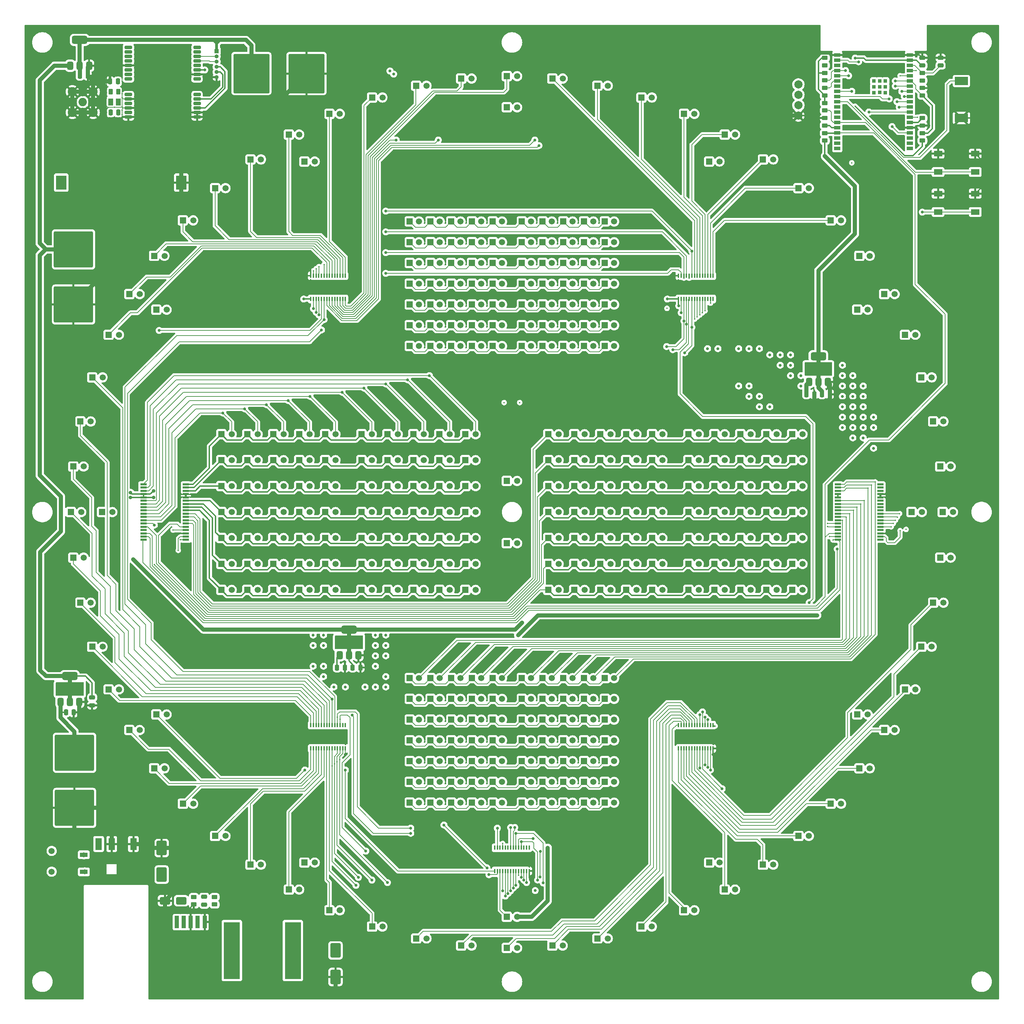
<source format=gbr>
%TF.GenerationSoftware,KiCad,Pcbnew,8.0.3*%
%TF.CreationDate,2024-06-09T22:24:32+02:00*%
%TF.ProjectId,broadcast_clock,62726f61-6463-4617-9374-5f636c6f636b,rev?*%
%TF.SameCoordinates,Original*%
%TF.FileFunction,Copper,L4,Bot*%
%TF.FilePolarity,Positive*%
%FSLAX46Y46*%
G04 Gerber Fmt 4.6, Leading zero omitted, Abs format (unit mm)*
G04 Created by KiCad (PCBNEW 8.0.3) date 2024-06-09 22:24:32*
%MOMM*%
%LPD*%
G01*
G04 APERTURE LIST*
G04 Aperture macros list*
%AMRoundRect*
0 Rectangle with rounded corners*
0 $1 Rounding radius*
0 $2 $3 $4 $5 $6 $7 $8 $9 X,Y pos of 4 corners*
0 Add a 4 corners polygon primitive as box body*
4,1,4,$2,$3,$4,$5,$6,$7,$8,$9,$2,$3,0*
0 Add four circle primitives for the rounded corners*
1,1,$1+$1,$2,$3*
1,1,$1+$1,$4,$5*
1,1,$1+$1,$6,$7*
1,1,$1+$1,$8,$9*
0 Add four rect primitives between the rounded corners*
20,1,$1+$1,$2,$3,$4,$5,0*
20,1,$1+$1,$4,$5,$6,$7,0*
20,1,$1+$1,$6,$7,$8,$9,0*
20,1,$1+$1,$8,$9,$2,$3,0*%
G04 Aperture macros list end*
%TA.AperFunction,SMDPad,CuDef*%
%ADD10R,4.000000X14.000000*%
%TD*%
%TA.AperFunction,ComponentPad*%
%ADD11R,1.500000X1.500000*%
%TD*%
%TA.AperFunction,ComponentPad*%
%ADD12C,1.500000*%
%TD*%
%TA.AperFunction,SMDPad,CuDef*%
%ADD13R,3.200000X2.000000*%
%TD*%
%TA.AperFunction,SMDPad,CuDef*%
%ADD14R,2.100000X1.400000*%
%TD*%
%TA.AperFunction,SMDPad,CuDef*%
%ADD15R,1.200000X1.800000*%
%TD*%
%TA.AperFunction,SMDPad,CuDef*%
%ADD16RoundRect,0.200000X0.700000X0.200000X-0.700000X0.200000X-0.700000X-0.200000X0.700000X-0.200000X0*%
%TD*%
%TA.AperFunction,ComponentPad*%
%ADD17R,1.600000X2.900000*%
%TD*%
%TA.AperFunction,SMDPad,CuDef*%
%ADD18RoundRect,0.250000X0.450000X-0.262500X0.450000X0.262500X-0.450000X0.262500X-0.450000X-0.262500X0*%
%TD*%
%TA.AperFunction,SMDPad,CuDef*%
%ADD19RoundRect,0.250000X-0.450000X0.262500X-0.450000X-0.262500X0.450000X-0.262500X0.450000X0.262500X0*%
%TD*%
%TA.AperFunction,SMDPad,CuDef*%
%ADD20R,0.400000X1.100000*%
%TD*%
%TA.AperFunction,SMDPad,CuDef*%
%ADD21RoundRect,0.375000X0.375000X-0.625000X0.375000X0.625000X-0.375000X0.625000X-0.375000X-0.625000X0*%
%TD*%
%TA.AperFunction,SMDPad,CuDef*%
%ADD22RoundRect,0.500000X1.400000X-0.500000X1.400000X0.500000X-1.400000X0.500000X-1.400000X-0.500000X0*%
%TD*%
%TA.AperFunction,SMDPad,CuDef*%
%ADD23RoundRect,0.250000X-0.475000X0.250000X-0.475000X-0.250000X0.475000X-0.250000X0.475000X0.250000X0*%
%TD*%
%TA.AperFunction,SMDPad,CuDef*%
%ADD24R,2.540000X3.510000*%
%TD*%
%TA.AperFunction,SMDPad,CuDef*%
%ADD25RoundRect,0.249999X-4.550001X4.150001X-4.550001X-4.150001X4.550001X-4.150001X4.550001X4.150001X0*%
%TD*%
%TA.AperFunction,ComponentPad*%
%ADD26C,2.050000*%
%TD*%
%TA.AperFunction,ComponentPad*%
%ADD27C,2.250000*%
%TD*%
%TA.AperFunction,HeatsinkPad*%
%ADD28R,0.900000X0.900000*%
%TD*%
%TA.AperFunction,HeatsinkPad*%
%ADD29R,0.900000X0.880000*%
%TD*%
%TA.AperFunction,SMDPad,CuDef*%
%ADD30R,1.500000X0.900000*%
%TD*%
%TA.AperFunction,SMDPad,CuDef*%
%ADD31RoundRect,0.250000X-1.000000X1.500000X-1.000000X-1.500000X1.000000X-1.500000X1.000000X1.500000X0*%
%TD*%
%TA.AperFunction,SMDPad,CuDef*%
%ADD32RoundRect,0.250000X-0.250000X-0.475000X0.250000X-0.475000X0.250000X0.475000X-0.250000X0.475000X0*%
%TD*%
%TA.AperFunction,SMDPad,CuDef*%
%ADD33RoundRect,0.249999X-4.150001X-4.550001X4.150001X-4.550001X4.150001X4.550001X-4.150001X4.550001X0*%
%TD*%
%TA.AperFunction,SMDPad,CuDef*%
%ADD34RoundRect,0.250000X1.000000X0.650000X-1.000000X0.650000X-1.000000X-0.650000X1.000000X-0.650000X0*%
%TD*%
%TA.AperFunction,SMDPad,CuDef*%
%ADD35RoundRect,0.250000X0.262500X0.450000X-0.262500X0.450000X-0.262500X-0.450000X0.262500X-0.450000X0*%
%TD*%
%TA.AperFunction,SMDPad,CuDef*%
%ADD36RoundRect,0.250000X0.250000X0.475000X-0.250000X0.475000X-0.250000X-0.475000X0.250000X-0.475000X0*%
%TD*%
%TA.AperFunction,SMDPad,CuDef*%
%ADD37RoundRect,0.250000X0.475000X-0.250000X0.475000X0.250000X-0.475000X0.250000X-0.475000X-0.250000X0*%
%TD*%
%TA.AperFunction,ComponentPad*%
%ADD38R,1.000000X1.000000*%
%TD*%
%TA.AperFunction,ComponentPad*%
%ADD39O,1.000000X1.000000*%
%TD*%
%TA.AperFunction,SMDPad,CuDef*%
%ADD40R,1.500000X0.500000*%
%TD*%
%TA.AperFunction,ComponentPad*%
%ADD41C,2.000000*%
%TD*%
%TA.AperFunction,SMDPad,CuDef*%
%ADD42R,1.016000X3.050000*%
%TD*%
%TA.AperFunction,SMDPad,CuDef*%
%ADD43RoundRect,0.250000X1.000000X-1.500000X1.000000X1.500000X-1.000000X1.500000X-1.000000X-1.500000X0*%
%TD*%
%TA.AperFunction,SMDPad,CuDef*%
%ADD44R,1.890000X1.140000*%
%TD*%
%TA.AperFunction,ViaPad*%
%ADD45C,0.350000*%
%TD*%
%TA.AperFunction,ViaPad*%
%ADD46C,0.700000*%
%TD*%
%TA.AperFunction,ViaPad*%
%ADD47C,1.200000*%
%TD*%
%TA.AperFunction,ViaPad*%
%ADD48C,0.900000*%
%TD*%
%TA.AperFunction,ViaPad*%
%ADD49C,1.000000*%
%TD*%
%TA.AperFunction,ViaPad*%
%ADD50C,0.500000*%
%TD*%
%TA.AperFunction,Conductor*%
%ADD51C,0.150000*%
%TD*%
%TA.AperFunction,Conductor*%
%ADD52C,0.300000*%
%TD*%
%TA.AperFunction,Conductor*%
%ADD53C,1.000000*%
%TD*%
%TA.AperFunction,Conductor*%
%ADD54C,0.700000*%
%TD*%
%TA.AperFunction,Conductor*%
%ADD55C,0.200000*%
%TD*%
%TA.AperFunction,Conductor*%
%ADD56C,0.600000*%
%TD*%
G04 APERTURE END LIST*
D10*
%TO.P,L1,1,1*%
%TO.N,Net-(D355-K)*%
X76858000Y-252730000D03*
%TO.P,L1,2,2*%
%TO.N,+8.1V*%
X91798000Y-252730000D03*
%TD*%
D11*
%TO.P,D225,1,K*%
%TO.N,/Clock face/LED display/LED matrices/U2D0D1R6*%
X125476000Y-211455000D03*
D12*
%TO.P,D225,2,A*%
%TO.N,/Clock face/LED display/LED matrices/U2D0D2C2*%
X127762000Y-211455000D03*
%TD*%
D11*
%TO.P,D254,1,K*%
%TO.N,/Clock face/LED display/LED matrices/U2D0D1R7*%
X147828000Y-216535000D03*
D12*
%TO.P,D254,2,A*%
%TO.N,/Clock face/LED display/LED matrices/U2D1D3C1*%
X150114000Y-216535000D03*
%TD*%
D11*
%TO.P,D238,1,K*%
%TO.N,/Clock face/LED display/LED matrices/U2D0D1R5*%
X135636000Y-206375000D03*
D12*
%TO.P,D238,2,A*%
%TO.N,/Clock face/LED display/LED matrices/U2D0D2C4*%
X137922000Y-206375000D03*
%TD*%
D11*
%TO.P,D340,1,K*%
%TO.N,/Clock face/LED display/LED matrices/U2D2D3R2*%
X163068000Y-79375000D03*
D12*
%TO.P,D340,2,A*%
%TO.N,/Clock face/LED display/LED matrices/U2D1D3C4*%
X165354000Y-79375000D03*
%TD*%
D11*
%TO.P,D293,1,K*%
%TO.N,/Clock face/LED display/LED matrices/U2D2D3R4*%
X125476000Y-89535000D03*
D12*
%TO.P,D293,2,A*%
%TO.N,/Clock face/LED display/LED matrices/U2D0D2C2*%
X127762000Y-89535000D03*
%TD*%
D11*
%TO.P,D327,1,K*%
%TO.N,/Clock face/LED display/LED matrices/U2D2D3R3*%
X152908000Y-84455000D03*
D12*
%TO.P,D327,2,A*%
%TO.N,/Clock face/LED display/LED matrices/U2D1D3C2*%
X155194000Y-84455000D03*
%TD*%
D11*
%TO.P,D309,1,K*%
%TO.N,/Clock face/LED display/LED matrices/U2D2D3R6*%
X135636000Y-99695000D03*
D12*
%TO.P,D309,2,A*%
%TO.N,/Clock face/LED display/LED matrices/U2D0D2C4*%
X137922000Y-99695000D03*
%TD*%
D11*
%TO.P,D303,1,K*%
%TO.N,/Clock face/LED display/LED matrices/U2D2D3R7*%
X130556000Y-104775000D03*
D12*
%TO.P,D303,2,A*%
%TO.N,/Clock face/LED display/LED matrices/U2D0D2C3*%
X132842000Y-104775000D03*
%TD*%
D11*
%TO.P,D283,1,K*%
%TO.N,/Clock face/LED display/LED matrices/U2D2D3R1*%
X120396000Y-74295000D03*
D12*
%TO.P,D283,2,A*%
%TO.N,/Clock face/LED display/LED matrices/U2D0D2C1*%
X122682000Y-74295000D03*
%TD*%
D11*
%TO.P,D219,1,K*%
%TO.N,/Clock face/LED display/LED matrices/U2D0D1R7*%
X120396000Y-216535000D03*
D12*
%TO.P,D219,2,A*%
%TO.N,/Clock face/LED display/LED matrices/U2D0D2C1*%
X122682000Y-216535000D03*
%TD*%
D11*
%TO.P,D291,1,K*%
%TO.N,/Clock face/LED display/LED matrices/U2D2D3R2*%
X125476000Y-79375000D03*
D12*
%TO.P,D291,2,A*%
%TO.N,/Clock face/LED display/LED matrices/U2D0D2C2*%
X127762000Y-79375000D03*
%TD*%
D11*
%TO.P,D265,1,K*%
%TO.N,/Clock face/LED display/LED matrices/U2D0D1R4*%
X157988000Y-201295000D03*
D12*
%TO.P,D265,2,A*%
%TO.N,/Clock face/LED display/LED matrices/U2D1D3C3*%
X160274000Y-201295000D03*
%TD*%
D11*
%TO.P,D324,1,K*%
%TO.N,/Clock face/LED display/LED matrices/U2D2D3R7*%
X147828000Y-104775000D03*
D12*
%TO.P,D324,2,A*%
%TO.N,/Clock face/LED display/LED matrices/U2D1D3C1*%
X150114000Y-104775000D03*
%TD*%
D11*
%TO.P,D276,1,K*%
%TO.N,/Clock face/LED display/LED matrices/U2D0D1R1*%
X168148000Y-186055000D03*
D12*
%TO.P,D276,2,A*%
%TO.N,/Clock face/LED display/LED matrices/U2D1D3C5*%
X170434000Y-186055000D03*
%TD*%
D11*
%TO.P,D278,1,K*%
%TO.N,/Clock face/LED display/LED matrices/U2D0D1R3*%
X168148000Y-196215000D03*
D12*
%TO.P,D278,2,A*%
%TO.N,/Clock face/LED display/LED matrices/U2D1D3C5*%
X170434000Y-196215000D03*
%TD*%
D11*
%TO.P,D284,1,K*%
%TO.N,/Clock face/LED display/LED matrices/U2D2D3R2*%
X120396000Y-79375000D03*
D12*
%TO.P,D284,2,A*%
%TO.N,/Clock face/LED display/LED matrices/U2D0D2C1*%
X122682000Y-79375000D03*
%TD*%
D11*
%TO.P,D286,1,K*%
%TO.N,/Clock face/LED display/LED matrices/U2D2D3R4*%
X120396000Y-89535000D03*
D12*
%TO.P,D286,2,A*%
%TO.N,/Clock face/LED display/LED matrices/U2D0D2C1*%
X122682000Y-89535000D03*
%TD*%
D11*
%TO.P,D318,1,K*%
%TO.N,/Clock face/LED display/LED matrices/U2D2D3R1*%
X147828000Y-74295000D03*
D12*
%TO.P,D318,2,A*%
%TO.N,/Clock face/LED display/LED matrices/U2D1D3C1*%
X150114000Y-74295000D03*
%TD*%
D11*
%TO.P,D333,1,K*%
%TO.N,/Clock face/LED display/LED matrices/U2D2D3R2*%
X157988000Y-79375000D03*
D12*
%TO.P,D333,2,A*%
%TO.N,/Clock face/LED display/LED matrices/U2D1D3C3*%
X160274000Y-79375000D03*
%TD*%
D11*
%TO.P,D313,1,K*%
%TO.N,/Clock face/LED display/LED matrices/U2D2D3R3*%
X140716000Y-84455000D03*
D12*
%TO.P,D313,2,A*%
%TO.N,/Clock face/LED display/LED matrices/U2D0D2C5*%
X143002000Y-84455000D03*
%TD*%
D11*
%TO.P,D215,1,K*%
%TO.N,/Clock face/LED display/LED matrices/U2D0D1R3*%
X120396000Y-196215000D03*
D12*
%TO.P,D215,2,A*%
%TO.N,/Clock face/LED display/LED matrices/U2D0D2C1*%
X122682000Y-196215000D03*
%TD*%
D11*
%TO.P,D348,1,K*%
%TO.N,/Clock face/LED display/LED matrices/U2D2D3R3*%
X168148000Y-84455000D03*
D12*
%TO.P,D348,2,A*%
%TO.N,/Clock face/LED display/LED matrices/U2D1D3C5*%
X170434000Y-84455000D03*
%TD*%
D11*
%TO.P,D345,1,K*%
%TO.N,/Clock face/LED display/LED matrices/U2D2D3R7*%
X163068000Y-104775000D03*
D12*
%TO.P,D345,2,A*%
%TO.N,/Clock face/LED display/LED matrices/U2D1D3C4*%
X165354000Y-104775000D03*
%TD*%
D11*
%TO.P,D239,1,K*%
%TO.N,/Clock face/LED display/LED matrices/U2D0D1R6*%
X135636000Y-211455000D03*
D12*
%TO.P,D239,2,A*%
%TO.N,/Clock face/LED display/LED matrices/U2D0D2C4*%
X137922000Y-211455000D03*
%TD*%
D11*
%TO.P,D305,1,K*%
%TO.N,/Clock face/LED display/LED matrices/U2D2D3R2*%
X135636000Y-79375000D03*
D12*
%TO.P,D305,2,A*%
%TO.N,/Clock face/LED display/LED matrices/U2D0D2C4*%
X137922000Y-79375000D03*
%TD*%
D11*
%TO.P,D227,1,K*%
%TO.N,/Clock face/LED display/LED matrices/U2D0D1R1*%
X130556000Y-186055000D03*
D12*
%TO.P,D227,2,A*%
%TO.N,/Clock face/LED display/LED matrices/U2D0D2C3*%
X132842000Y-186055000D03*
%TD*%
D11*
%TO.P,D263,1,K*%
%TO.N,/Clock face/LED display/LED matrices/U2D0D1R2*%
X157988000Y-191135000D03*
D12*
%TO.P,D263,2,A*%
%TO.N,/Clock face/LED display/LED matrices/U2D1D3C3*%
X160274000Y-191135000D03*
%TD*%
D11*
%TO.P,D338,1,K*%
%TO.N,/Clock face/LED display/LED matrices/U2D2D3R7*%
X157988000Y-104775000D03*
D12*
%TO.P,D338,2,A*%
%TO.N,/Clock face/LED display/LED matrices/U2D1D3C3*%
X160274000Y-104775000D03*
%TD*%
D11*
%TO.P,D214,1,K*%
%TO.N,/Clock face/LED display/LED matrices/U2D0D1R2*%
X120396000Y-191135000D03*
D12*
%TO.P,D214,2,A*%
%TO.N,/Clock face/LED display/LED matrices/U2D0D2C1*%
X122682000Y-191135000D03*
%TD*%
D11*
%TO.P,D343,1,K*%
%TO.N,/Clock face/LED display/LED matrices/U2D2D3R5*%
X163068000Y-94615000D03*
D12*
%TO.P,D343,2,A*%
%TO.N,/Clock face/LED display/LED matrices/U2D1D3C4*%
X165354000Y-94615000D03*
%TD*%
D11*
%TO.P,D231,1,K*%
%TO.N,/Clock face/LED display/LED matrices/U2D0D1R5*%
X130556000Y-206375000D03*
D12*
%TO.P,D231,2,A*%
%TO.N,/Clock face/LED display/LED matrices/U2D0D2C3*%
X132842000Y-206375000D03*
%TD*%
D11*
%TO.P,D268,1,K*%
%TO.N,/Clock face/LED display/LED matrices/U2D0D1R7*%
X157988000Y-216535000D03*
D12*
%TO.P,D268,2,A*%
%TO.N,/Clock face/LED display/LED matrices/U2D1D3C3*%
X160274000Y-216535000D03*
%TD*%
D11*
%TO.P,D255,1,K*%
%TO.N,/Clock face/LED display/LED matrices/U2D0D1R1*%
X152908000Y-186055000D03*
D12*
%TO.P,D255,2,A*%
%TO.N,/Clock face/LED display/LED matrices/U2D1D3C2*%
X155194000Y-186055000D03*
%TD*%
D11*
%TO.P,D256,1,K*%
%TO.N,/Clock face/LED display/LED matrices/U2D0D1R2*%
X152908000Y-191135000D03*
D12*
%TO.P,D256,2,A*%
%TO.N,/Clock face/LED display/LED matrices/U2D1D3C2*%
X155194000Y-191135000D03*
%TD*%
D11*
%TO.P,D281,1,K*%
%TO.N,/Clock face/LED display/LED matrices/U2D0D1R6*%
X168148000Y-211455000D03*
D12*
%TO.P,D281,2,A*%
%TO.N,/Clock face/LED display/LED matrices/U2D1D3C5*%
X170434000Y-211455000D03*
%TD*%
D11*
%TO.P,D274,1,K*%
%TO.N,/Clock face/LED display/LED matrices/U2D0D1R6*%
X163068000Y-211455000D03*
D12*
%TO.P,D274,2,A*%
%TO.N,/Clock face/LED display/LED matrices/U2D1D3C4*%
X165354000Y-211455000D03*
%TD*%
D11*
%TO.P,D326,1,K*%
%TO.N,/Clock face/LED display/LED matrices/U2D2D3R2*%
X152908000Y-79375000D03*
D12*
%TO.P,D326,2,A*%
%TO.N,/Clock face/LED display/LED matrices/U2D1D3C2*%
X155194000Y-79375000D03*
%TD*%
D11*
%TO.P,D213,1,K*%
%TO.N,/Clock face/LED display/LED matrices/U2D0D1R1*%
X120396000Y-186055000D03*
D12*
%TO.P,D213,2,A*%
%TO.N,/Clock face/LED display/LED matrices/U2D0D2C1*%
X122682000Y-186055000D03*
%TD*%
D11*
%TO.P,D351,1,K*%
%TO.N,/Clock face/LED display/LED matrices/U2D2D3R6*%
X168148000Y-99695000D03*
D12*
%TO.P,D351,2,A*%
%TO.N,/Clock face/LED display/LED matrices/U2D1D3C5*%
X170434000Y-99695000D03*
%TD*%
D11*
%TO.P,D308,1,K*%
%TO.N,/Clock face/LED display/LED matrices/U2D2D3R5*%
X135636000Y-94615000D03*
D12*
%TO.P,D308,2,A*%
%TO.N,/Clock face/LED display/LED matrices/U2D0D2C4*%
X137922000Y-94615000D03*
%TD*%
D11*
%TO.P,D258,1,K*%
%TO.N,/Clock face/LED display/LED matrices/U2D0D1R4*%
X152908000Y-201295000D03*
D12*
%TO.P,D258,2,A*%
%TO.N,/Clock face/LED display/LED matrices/U2D1D3C2*%
X155194000Y-201295000D03*
%TD*%
D11*
%TO.P,D311,1,K*%
%TO.N,/Clock face/LED display/LED matrices/U2D2D3R1*%
X140716000Y-74295000D03*
D12*
%TO.P,D311,2,A*%
%TO.N,/Clock face/LED display/LED matrices/U2D0D2C5*%
X143002000Y-74295000D03*
%TD*%
D11*
%TO.P,D297,1,K*%
%TO.N,/Clock face/LED display/LED matrices/U2D2D3R1*%
X130556000Y-74295000D03*
D12*
%TO.P,D297,2,A*%
%TO.N,/Clock face/LED display/LED matrices/U2D0D2C3*%
X132842000Y-74295000D03*
%TD*%
D11*
%TO.P,D317,1,K*%
%TO.N,/Clock face/LED display/LED matrices/U2D2D3R7*%
X140716000Y-104775000D03*
D12*
%TO.P,D317,2,A*%
%TO.N,/Clock face/LED display/LED matrices/U2D0D2C5*%
X143002000Y-104775000D03*
%TD*%
D11*
%TO.P,D289,1,K*%
%TO.N,/Clock face/LED display/LED matrices/U2D2D3R7*%
X120396000Y-104775000D03*
D12*
%TO.P,D289,2,A*%
%TO.N,/Clock face/LED display/LED matrices/U2D0D2C1*%
X122682000Y-104775000D03*
%TD*%
D11*
%TO.P,D298,1,K*%
%TO.N,/Clock face/LED display/LED matrices/U2D2D3R2*%
X130556000Y-79375000D03*
D12*
%TO.P,D298,2,A*%
%TO.N,/Clock face/LED display/LED matrices/U2D0D2C3*%
X132842000Y-79375000D03*
%TD*%
D11*
%TO.P,D229,1,K*%
%TO.N,/Clock face/LED display/LED matrices/U2D0D1R3*%
X130556000Y-196215000D03*
D12*
%TO.P,D229,2,A*%
%TO.N,/Clock face/LED display/LED matrices/U2D0D2C3*%
X132842000Y-196215000D03*
%TD*%
D11*
%TO.P,D287,1,K*%
%TO.N,/Clock face/LED display/LED matrices/U2D2D3R5*%
X120396000Y-94615000D03*
D12*
%TO.P,D287,2,A*%
%TO.N,/Clock face/LED display/LED matrices/U2D0D2C1*%
X122682000Y-94615000D03*
%TD*%
D11*
%TO.P,D218,1,K*%
%TO.N,/Clock face/LED display/LED matrices/U2D0D1R6*%
X120396000Y-211455000D03*
D12*
%TO.P,D218,2,A*%
%TO.N,/Clock face/LED display/LED matrices/U2D0D2C1*%
X122682000Y-211455000D03*
%TD*%
D11*
%TO.P,D349,1,K*%
%TO.N,/Clock face/LED display/LED matrices/U2D2D3R4*%
X168148000Y-89535000D03*
D12*
%TO.P,D349,2,A*%
%TO.N,/Clock face/LED display/LED matrices/U2D1D3C5*%
X170434000Y-89535000D03*
%TD*%
D11*
%TO.P,D285,1,K*%
%TO.N,/Clock face/LED display/LED matrices/U2D2D3R3*%
X120396000Y-84455000D03*
D12*
%TO.P,D285,2,A*%
%TO.N,/Clock face/LED display/LED matrices/U2D0D2C1*%
X122682000Y-84455000D03*
%TD*%
D11*
%TO.P,D315,1,K*%
%TO.N,/Clock face/LED display/LED matrices/U2D2D3R5*%
X140716000Y-94615000D03*
D12*
%TO.P,D315,2,A*%
%TO.N,/Clock face/LED display/LED matrices/U2D0D2C5*%
X143002000Y-94615000D03*
%TD*%
D11*
%TO.P,D299,1,K*%
%TO.N,/Clock face/LED display/LED matrices/U2D2D3R3*%
X130556000Y-84455000D03*
D12*
%TO.P,D299,2,A*%
%TO.N,/Clock face/LED display/LED matrices/U2D0D2C3*%
X132842000Y-84455000D03*
%TD*%
D11*
%TO.P,D250,1,K*%
%TO.N,/Clock face/LED display/LED matrices/U2D0D1R3*%
X147828000Y-196215000D03*
D12*
%TO.P,D250,2,A*%
%TO.N,/Clock face/LED display/LED matrices/U2D1D3C1*%
X150114000Y-196215000D03*
%TD*%
D11*
%TO.P,D339,1,K*%
%TO.N,/Clock face/LED display/LED matrices/U2D2D3R1*%
X163068000Y-74295000D03*
D12*
%TO.P,D339,2,A*%
%TO.N,/Clock face/LED display/LED matrices/U2D1D3C4*%
X165354000Y-74295000D03*
%TD*%
D11*
%TO.P,D331,1,K*%
%TO.N,/Clock face/LED display/LED matrices/U2D2D3R7*%
X152908000Y-104775000D03*
D12*
%TO.P,D331,2,A*%
%TO.N,/Clock face/LED display/LED matrices/U2D1D3C2*%
X155194000Y-104775000D03*
%TD*%
D11*
%TO.P,D236,1,K*%
%TO.N,/Clock face/LED display/LED matrices/U2D0D1R3*%
X135636000Y-196215000D03*
D12*
%TO.P,D236,2,A*%
%TO.N,/Clock face/LED display/LED matrices/U2D0D2C4*%
X137922000Y-196215000D03*
%TD*%
D11*
%TO.P,D245,1,K*%
%TO.N,/Clock face/LED display/LED matrices/U2D0D1R5*%
X140716000Y-206375000D03*
D12*
%TO.P,D245,2,A*%
%TO.N,/Clock face/LED display/LED matrices/U2D0D2C5*%
X143002000Y-206375000D03*
%TD*%
D11*
%TO.P,D282,1,K*%
%TO.N,/Clock face/LED display/LED matrices/U2D0D1R7*%
X168148000Y-216535000D03*
D12*
%TO.P,D282,2,A*%
%TO.N,/Clock face/LED display/LED matrices/U2D1D3C5*%
X170434000Y-216535000D03*
%TD*%
D11*
%TO.P,D240,1,K*%
%TO.N,/Clock face/LED display/LED matrices/U2D0D1R7*%
X135636000Y-216535000D03*
D12*
%TO.P,D240,2,A*%
%TO.N,/Clock face/LED display/LED matrices/U2D0D2C4*%
X137922000Y-216535000D03*
%TD*%
D11*
%TO.P,D248,1,K*%
%TO.N,/Clock face/LED display/LED matrices/U2D0D1R1*%
X147828000Y-186055000D03*
D12*
%TO.P,D248,2,A*%
%TO.N,/Clock face/LED display/LED matrices/U2D1D3C1*%
X150114000Y-186055000D03*
%TD*%
D11*
%TO.P,D226,1,K*%
%TO.N,/Clock face/LED display/LED matrices/U2D0D1R7*%
X125476000Y-216535000D03*
D12*
%TO.P,D226,2,A*%
%TO.N,/Clock face/LED display/LED matrices/U2D0D2C2*%
X127762000Y-216535000D03*
%TD*%
D11*
%TO.P,D271,1,K*%
%TO.N,/Clock face/LED display/LED matrices/U2D0D1R3*%
X163068000Y-196215000D03*
D12*
%TO.P,D271,2,A*%
%TO.N,/Clock face/LED display/LED matrices/U2D1D3C4*%
X165354000Y-196215000D03*
%TD*%
D11*
%TO.P,D337,1,K*%
%TO.N,/Clock face/LED display/LED matrices/U2D2D3R6*%
X157988000Y-99695000D03*
D12*
%TO.P,D337,2,A*%
%TO.N,/Clock face/LED display/LED matrices/U2D1D3C3*%
X160274000Y-99695000D03*
%TD*%
D11*
%TO.P,D322,1,K*%
%TO.N,/Clock face/LED display/LED matrices/U2D2D3R5*%
X147828000Y-94615000D03*
D12*
%TO.P,D322,2,A*%
%TO.N,/Clock face/LED display/LED matrices/U2D1D3C1*%
X150114000Y-94615000D03*
%TD*%
D11*
%TO.P,D335,1,K*%
%TO.N,/Clock face/LED display/LED matrices/U2D2D3R4*%
X157988000Y-89535000D03*
D12*
%TO.P,D335,2,A*%
%TO.N,/Clock face/LED display/LED matrices/U2D1D3C3*%
X160274000Y-89535000D03*
%TD*%
D11*
%TO.P,D230,1,K*%
%TO.N,/Clock face/LED display/LED matrices/U2D0D1R4*%
X130556000Y-201295000D03*
D12*
%TO.P,D230,2,A*%
%TO.N,/Clock face/LED display/LED matrices/U2D0D2C3*%
X132842000Y-201295000D03*
%TD*%
D11*
%TO.P,D290,1,K*%
%TO.N,/Clock face/LED display/LED matrices/U2D2D3R1*%
X125476000Y-74295000D03*
D12*
%TO.P,D290,2,A*%
%TO.N,/Clock face/LED display/LED matrices/U2D0D2C2*%
X127762000Y-74295000D03*
%TD*%
D11*
%TO.P,D217,1,K*%
%TO.N,/Clock face/LED display/LED matrices/U2D0D1R5*%
X120396000Y-206375000D03*
D12*
%TO.P,D217,2,A*%
%TO.N,/Clock face/LED display/LED matrices/U2D0D2C1*%
X122682000Y-206375000D03*
%TD*%
D11*
%TO.P,D232,1,K*%
%TO.N,/Clock face/LED display/LED matrices/U2D0D1R6*%
X130556000Y-211455000D03*
D12*
%TO.P,D232,2,A*%
%TO.N,/Clock face/LED display/LED matrices/U2D0D2C3*%
X132842000Y-211455000D03*
%TD*%
D11*
%TO.P,D275,1,K*%
%TO.N,/Clock face/LED display/LED matrices/U2D0D1R7*%
X163068000Y-216535000D03*
D12*
%TO.P,D275,2,A*%
%TO.N,/Clock face/LED display/LED matrices/U2D1D3C4*%
X165354000Y-216535000D03*
%TD*%
D11*
%TO.P,D249,1,K*%
%TO.N,/Clock face/LED display/LED matrices/U2D0D1R2*%
X147828000Y-191135000D03*
D12*
%TO.P,D249,2,A*%
%TO.N,/Clock face/LED display/LED matrices/U2D1D3C1*%
X150114000Y-191135000D03*
%TD*%
D11*
%TO.P,D222,1,K*%
%TO.N,/Clock face/LED display/LED matrices/U2D0D1R3*%
X125476000Y-196215000D03*
D12*
%TO.P,D222,2,A*%
%TO.N,/Clock face/LED display/LED matrices/U2D0D2C2*%
X127762000Y-196215000D03*
%TD*%
D11*
%TO.P,D264,1,K*%
%TO.N,/Clock face/LED display/LED matrices/U2D0D1R3*%
X157988000Y-196215000D03*
D12*
%TO.P,D264,2,A*%
%TO.N,/Clock face/LED display/LED matrices/U2D1D3C3*%
X160274000Y-196215000D03*
%TD*%
D11*
%TO.P,D269,1,K*%
%TO.N,/Clock face/LED display/LED matrices/U2D0D1R1*%
X163068000Y-186055000D03*
D12*
%TO.P,D269,2,A*%
%TO.N,/Clock face/LED display/LED matrices/U2D1D3C4*%
X165354000Y-186055000D03*
%TD*%
D11*
%TO.P,D300,1,K*%
%TO.N,/Clock face/LED display/LED matrices/U2D2D3R4*%
X130556000Y-89535000D03*
D12*
%TO.P,D300,2,A*%
%TO.N,/Clock face/LED display/LED matrices/U2D0D2C3*%
X132842000Y-89535000D03*
%TD*%
D11*
%TO.P,D252,1,K*%
%TO.N,/Clock face/LED display/LED matrices/U2D0D1R5*%
X147828000Y-206375000D03*
D12*
%TO.P,D252,2,A*%
%TO.N,/Clock face/LED display/LED matrices/U2D1D3C1*%
X150114000Y-206375000D03*
%TD*%
D11*
%TO.P,D253,1,K*%
%TO.N,/Clock face/LED display/LED matrices/U2D0D1R6*%
X147828000Y-211455000D03*
D12*
%TO.P,D253,2,A*%
%TO.N,/Clock face/LED display/LED matrices/U2D1D3C1*%
X150114000Y-211455000D03*
%TD*%
D11*
%TO.P,D224,1,K*%
%TO.N,/Clock face/LED display/LED matrices/U2D0D1R5*%
X125476000Y-206375000D03*
D12*
%TO.P,D224,2,A*%
%TO.N,/Clock face/LED display/LED matrices/U2D0D2C2*%
X127762000Y-206375000D03*
%TD*%
D11*
%TO.P,D234,1,K*%
%TO.N,/Clock face/LED display/LED matrices/U2D0D1R1*%
X135636000Y-186055000D03*
D12*
%TO.P,D234,2,A*%
%TO.N,/Clock face/LED display/LED matrices/U2D0D2C4*%
X137922000Y-186055000D03*
%TD*%
D11*
%TO.P,D247,1,K*%
%TO.N,/Clock face/LED display/LED matrices/U2D0D1R7*%
X140716000Y-216535000D03*
D12*
%TO.P,D247,2,A*%
%TO.N,/Clock face/LED display/LED matrices/U2D0D2C5*%
X143002000Y-216535000D03*
%TD*%
D11*
%TO.P,D325,1,K*%
%TO.N,/Clock face/LED display/LED matrices/U2D2D3R1*%
X152908000Y-74295000D03*
D12*
%TO.P,D325,2,A*%
%TO.N,/Clock face/LED display/LED matrices/U2D1D3C2*%
X155194000Y-74295000D03*
%TD*%
D11*
%TO.P,D288,1,K*%
%TO.N,/Clock face/LED display/LED matrices/U2D2D3R6*%
X120396000Y-99695000D03*
D12*
%TO.P,D288,2,A*%
%TO.N,/Clock face/LED display/LED matrices/U2D0D2C1*%
X122682000Y-99695000D03*
%TD*%
D11*
%TO.P,D228,1,K*%
%TO.N,/Clock face/LED display/LED matrices/U2D0D1R2*%
X130556000Y-191135000D03*
D12*
%TO.P,D228,2,A*%
%TO.N,/Clock face/LED display/LED matrices/U2D0D2C3*%
X132842000Y-191135000D03*
%TD*%
D11*
%TO.P,D350,1,K*%
%TO.N,/Clock face/LED display/LED matrices/U2D2D3R5*%
X168148000Y-94615000D03*
D12*
%TO.P,D350,2,A*%
%TO.N,/Clock face/LED display/LED matrices/U2D1D3C5*%
X170434000Y-94615000D03*
%TD*%
D11*
%TO.P,D334,1,K*%
%TO.N,/Clock face/LED display/LED matrices/U2D2D3R3*%
X157988000Y-84455000D03*
D12*
%TO.P,D334,2,A*%
%TO.N,/Clock face/LED display/LED matrices/U2D1D3C3*%
X160274000Y-84455000D03*
%TD*%
D11*
%TO.P,D320,1,K*%
%TO.N,/Clock face/LED display/LED matrices/U2D2D3R3*%
X147828000Y-84455000D03*
D12*
%TO.P,D320,2,A*%
%TO.N,/Clock face/LED display/LED matrices/U2D1D3C1*%
X150114000Y-84455000D03*
%TD*%
D11*
%TO.P,D259,1,K*%
%TO.N,/Clock face/LED display/LED matrices/U2D0D1R5*%
X152908000Y-206375000D03*
D12*
%TO.P,D259,2,A*%
%TO.N,/Clock face/LED display/LED matrices/U2D1D3C2*%
X155194000Y-206375000D03*
%TD*%
D11*
%TO.P,D292,1,K*%
%TO.N,/Clock face/LED display/LED matrices/U2D2D3R3*%
X125476000Y-84455000D03*
D12*
%TO.P,D292,2,A*%
%TO.N,/Clock face/LED display/LED matrices/U2D0D2C2*%
X127762000Y-84455000D03*
%TD*%
D11*
%TO.P,D216,1,K*%
%TO.N,/Clock face/LED display/LED matrices/U2D0D1R4*%
X120396000Y-201295000D03*
D12*
%TO.P,D216,2,A*%
%TO.N,/Clock face/LED display/LED matrices/U2D0D2C1*%
X122682000Y-201295000D03*
%TD*%
D11*
%TO.P,D267,1,K*%
%TO.N,/Clock face/LED display/LED matrices/U2D0D1R6*%
X157988000Y-211455000D03*
D12*
%TO.P,D267,2,A*%
%TO.N,/Clock face/LED display/LED matrices/U2D1D3C3*%
X160274000Y-211455000D03*
%TD*%
D11*
%TO.P,D220,1,K*%
%TO.N,/Clock face/LED display/LED matrices/U2D0D1R1*%
X125476000Y-186055000D03*
D12*
%TO.P,D220,2,A*%
%TO.N,/Clock face/LED display/LED matrices/U2D0D2C2*%
X127762000Y-186055000D03*
%TD*%
D11*
%TO.P,D301,1,K*%
%TO.N,/Clock face/LED display/LED matrices/U2D2D3R5*%
X130556000Y-94615000D03*
D12*
%TO.P,D301,2,A*%
%TO.N,/Clock face/LED display/LED matrices/U2D0D2C3*%
X132842000Y-94615000D03*
%TD*%
D11*
%TO.P,D304,1,K*%
%TO.N,/Clock face/LED display/LED matrices/U2D2D3R1*%
X135636000Y-74295000D03*
D12*
%TO.P,D304,2,A*%
%TO.N,/Clock face/LED display/LED matrices/U2D0D2C4*%
X137922000Y-74295000D03*
%TD*%
D11*
%TO.P,D347,1,K*%
%TO.N,/Clock face/LED display/LED matrices/U2D2D3R2*%
X168148000Y-79375000D03*
D12*
%TO.P,D347,2,A*%
%TO.N,/Clock face/LED display/LED matrices/U2D1D3C5*%
X170434000Y-79375000D03*
%TD*%
D11*
%TO.P,D233,1,K*%
%TO.N,/Clock face/LED display/LED matrices/U2D0D1R7*%
X130556000Y-216535000D03*
D12*
%TO.P,D233,2,A*%
%TO.N,/Clock face/LED display/LED matrices/U2D0D2C3*%
X132842000Y-216535000D03*
%TD*%
D11*
%TO.P,D223,1,K*%
%TO.N,/Clock face/LED display/LED matrices/U2D0D1R4*%
X125476000Y-201295000D03*
D12*
%TO.P,D223,2,A*%
%TO.N,/Clock face/LED display/LED matrices/U2D0D2C2*%
X127762000Y-201295000D03*
%TD*%
D11*
%TO.P,D296,1,K*%
%TO.N,/Clock face/LED display/LED matrices/U2D2D3R7*%
X125476000Y-104775000D03*
D12*
%TO.P,D296,2,A*%
%TO.N,/Clock face/LED display/LED matrices/U2D0D2C2*%
X127762000Y-104775000D03*
%TD*%
D11*
%TO.P,D280,1,K*%
%TO.N,/Clock face/LED display/LED matrices/U2D0D1R5*%
X168148000Y-206375000D03*
D12*
%TO.P,D280,2,A*%
%TO.N,/Clock face/LED display/LED matrices/U2D1D3C5*%
X170434000Y-206375000D03*
%TD*%
D11*
%TO.P,D346,1,K*%
%TO.N,/Clock face/LED display/LED matrices/U2D2D3R1*%
X168148000Y-74295000D03*
D12*
%TO.P,D346,2,A*%
%TO.N,/Clock face/LED display/LED matrices/U2D1D3C5*%
X170434000Y-74295000D03*
%TD*%
D11*
%TO.P,D306,1,K*%
%TO.N,/Clock face/LED display/LED matrices/U2D2D3R3*%
X135636000Y-84455000D03*
D12*
%TO.P,D306,2,A*%
%TO.N,/Clock face/LED display/LED matrices/U2D0D2C4*%
X137922000Y-84455000D03*
%TD*%
D11*
%TO.P,D261,1,K*%
%TO.N,/Clock face/LED display/LED matrices/U2D0D1R7*%
X152908000Y-216535000D03*
D12*
%TO.P,D261,2,A*%
%TO.N,/Clock face/LED display/LED matrices/U2D1D3C2*%
X155194000Y-216535000D03*
%TD*%
D11*
%TO.P,D312,1,K*%
%TO.N,/Clock face/LED display/LED matrices/U2D2D3R2*%
X140716000Y-79375000D03*
D12*
%TO.P,D312,2,A*%
%TO.N,/Clock face/LED display/LED matrices/U2D0D2C5*%
X143002000Y-79375000D03*
%TD*%
D11*
%TO.P,D272,1,K*%
%TO.N,/Clock face/LED display/LED matrices/U2D0D1R4*%
X163068000Y-201295000D03*
D12*
%TO.P,D272,2,A*%
%TO.N,/Clock face/LED display/LED matrices/U2D1D3C4*%
X165354000Y-201295000D03*
%TD*%
D11*
%TO.P,D273,1,K*%
%TO.N,/Clock face/LED display/LED matrices/U2D0D1R5*%
X163068000Y-206375000D03*
D12*
%TO.P,D273,2,A*%
%TO.N,/Clock face/LED display/LED matrices/U2D1D3C4*%
X165354000Y-206375000D03*
%TD*%
D11*
%TO.P,D295,1,K*%
%TO.N,/Clock face/LED display/LED matrices/U2D2D3R6*%
X125476000Y-99695000D03*
D12*
%TO.P,D295,2,A*%
%TO.N,/Clock face/LED display/LED matrices/U2D0D2C2*%
X127762000Y-99695000D03*
%TD*%
D11*
%TO.P,D294,1,K*%
%TO.N,/Clock face/LED display/LED matrices/U2D2D3R5*%
X125476000Y-94615000D03*
D12*
%TO.P,D294,2,A*%
%TO.N,/Clock face/LED display/LED matrices/U2D0D2C2*%
X127762000Y-94615000D03*
%TD*%
D11*
%TO.P,D329,1,K*%
%TO.N,/Clock face/LED display/LED matrices/U2D2D3R5*%
X152908000Y-94615000D03*
D12*
%TO.P,D329,2,A*%
%TO.N,/Clock face/LED display/LED matrices/U2D1D3C2*%
X155194000Y-94615000D03*
%TD*%
D11*
%TO.P,D266,1,K*%
%TO.N,/Clock face/LED display/LED matrices/U2D0D1R5*%
X157988000Y-206375000D03*
D12*
%TO.P,D266,2,A*%
%TO.N,/Clock face/LED display/LED matrices/U2D1D3C3*%
X160274000Y-206375000D03*
%TD*%
D11*
%TO.P,D302,1,K*%
%TO.N,/Clock face/LED display/LED matrices/U2D2D3R6*%
X130556000Y-99695000D03*
D12*
%TO.P,D302,2,A*%
%TO.N,/Clock face/LED display/LED matrices/U2D0D2C3*%
X132842000Y-99695000D03*
%TD*%
D11*
%TO.P,D319,1,K*%
%TO.N,/Clock face/LED display/LED matrices/U2D2D3R2*%
X147828000Y-79375000D03*
D12*
%TO.P,D319,2,A*%
%TO.N,/Clock face/LED display/LED matrices/U2D1D3C1*%
X150114000Y-79375000D03*
%TD*%
D11*
%TO.P,D310,1,K*%
%TO.N,/Clock face/LED display/LED matrices/U2D2D3R7*%
X135636000Y-104775000D03*
D12*
%TO.P,D310,2,A*%
%TO.N,/Clock face/LED display/LED matrices/U2D0D2C4*%
X137922000Y-104775000D03*
%TD*%
D11*
%TO.P,D321,1,K*%
%TO.N,/Clock face/LED display/LED matrices/U2D2D3R4*%
X147828000Y-89535000D03*
D12*
%TO.P,D321,2,A*%
%TO.N,/Clock face/LED display/LED matrices/U2D1D3C1*%
X150114000Y-89535000D03*
%TD*%
D11*
%TO.P,D332,1,K*%
%TO.N,/Clock face/LED display/LED matrices/U2D2D3R1*%
X157988000Y-74295000D03*
D12*
%TO.P,D332,2,A*%
%TO.N,/Clock face/LED display/LED matrices/U2D1D3C3*%
X160274000Y-74295000D03*
%TD*%
D11*
%TO.P,D257,1,K*%
%TO.N,/Clock face/LED display/LED matrices/U2D0D1R3*%
X152908000Y-196215000D03*
D12*
%TO.P,D257,2,A*%
%TO.N,/Clock face/LED display/LED matrices/U2D1D3C2*%
X155194000Y-196215000D03*
%TD*%
D11*
%TO.P,D341,1,K*%
%TO.N,/Clock face/LED display/LED matrices/U2D2D3R3*%
X163068000Y-84455000D03*
D12*
%TO.P,D341,2,A*%
%TO.N,/Clock face/LED display/LED matrices/U2D1D3C4*%
X165354000Y-84455000D03*
%TD*%
D11*
%TO.P,D270,1,K*%
%TO.N,/Clock face/LED display/LED matrices/U2D0D1R2*%
X163068000Y-191135000D03*
D12*
%TO.P,D270,2,A*%
%TO.N,/Clock face/LED display/LED matrices/U2D1D3C4*%
X165354000Y-191135000D03*
%TD*%
D11*
%TO.P,D323,1,K*%
%TO.N,/Clock face/LED display/LED matrices/U2D2D3R6*%
X147828000Y-99695000D03*
D12*
%TO.P,D323,2,A*%
%TO.N,/Clock face/LED display/LED matrices/U2D1D3C1*%
X150114000Y-99695000D03*
%TD*%
D11*
%TO.P,D307,1,K*%
%TO.N,/Clock face/LED display/LED matrices/U2D2D3R4*%
X135636000Y-89535000D03*
D12*
%TO.P,D307,2,A*%
%TO.N,/Clock face/LED display/LED matrices/U2D0D2C4*%
X137922000Y-89535000D03*
%TD*%
D11*
%TO.P,D221,1,K*%
%TO.N,/Clock face/LED display/LED matrices/U2D0D1R2*%
X125476000Y-191135000D03*
D12*
%TO.P,D221,2,A*%
%TO.N,/Clock face/LED display/LED matrices/U2D0D2C2*%
X127762000Y-191135000D03*
%TD*%
D11*
%TO.P,D243,1,K*%
%TO.N,/Clock face/LED display/LED matrices/U2D0D1R3*%
X140716000Y-196215000D03*
D12*
%TO.P,D243,2,A*%
%TO.N,/Clock face/LED display/LED matrices/U2D0D2C5*%
X143002000Y-196215000D03*
%TD*%
D11*
%TO.P,D241,1,K*%
%TO.N,/Clock face/LED display/LED matrices/U2D0D1R1*%
X140716000Y-186055000D03*
D12*
%TO.P,D241,2,A*%
%TO.N,/Clock face/LED display/LED matrices/U2D0D2C5*%
X143002000Y-186055000D03*
%TD*%
D11*
%TO.P,D277,1,K*%
%TO.N,/Clock face/LED display/LED matrices/U2D0D1R2*%
X168148000Y-191135000D03*
D12*
%TO.P,D277,2,A*%
%TO.N,/Clock face/LED display/LED matrices/U2D1D3C5*%
X170434000Y-191135000D03*
%TD*%
D11*
%TO.P,D279,1,K*%
%TO.N,/Clock face/LED display/LED matrices/U2D0D1R4*%
X168148000Y-201295000D03*
D12*
%TO.P,D279,2,A*%
%TO.N,/Clock face/LED display/LED matrices/U2D1D3C5*%
X170434000Y-201295000D03*
%TD*%
D11*
%TO.P,D316,1,K*%
%TO.N,/Clock face/LED display/LED matrices/U2D2D3R6*%
X140716000Y-99695000D03*
D12*
%TO.P,D316,2,A*%
%TO.N,/Clock face/LED display/LED matrices/U2D0D2C5*%
X143002000Y-99695000D03*
%TD*%
D11*
%TO.P,D328,1,K*%
%TO.N,/Clock face/LED display/LED matrices/U2D2D3R4*%
X152908000Y-89535000D03*
D12*
%TO.P,D328,2,A*%
%TO.N,/Clock face/LED display/LED matrices/U2D1D3C2*%
X155194000Y-89535000D03*
%TD*%
D11*
%TO.P,D237,1,K*%
%TO.N,/Clock face/LED display/LED matrices/U2D0D1R4*%
X135636000Y-201295000D03*
D12*
%TO.P,D237,2,A*%
%TO.N,/Clock face/LED display/LED matrices/U2D0D2C4*%
X137922000Y-201295000D03*
%TD*%
D11*
%TO.P,D260,1,K*%
%TO.N,/Clock face/LED display/LED matrices/U2D0D1R6*%
X152908000Y-211455000D03*
D12*
%TO.P,D260,2,A*%
%TO.N,/Clock face/LED display/LED matrices/U2D1D3C2*%
X155194000Y-211455000D03*
%TD*%
D11*
%TO.P,D262,1,K*%
%TO.N,/Clock face/LED display/LED matrices/U2D0D1R1*%
X157988000Y-186055000D03*
D12*
%TO.P,D262,2,A*%
%TO.N,/Clock face/LED display/LED matrices/U2D1D3C3*%
X160274000Y-186055000D03*
%TD*%
D11*
%TO.P,D246,1,K*%
%TO.N,/Clock face/LED display/LED matrices/U2D0D1R6*%
X140716000Y-211455000D03*
D12*
%TO.P,D246,2,A*%
%TO.N,/Clock face/LED display/LED matrices/U2D0D2C5*%
X143002000Y-211455000D03*
%TD*%
D11*
%TO.P,D344,1,K*%
%TO.N,/Clock face/LED display/LED matrices/U2D2D3R6*%
X163068000Y-99695000D03*
D12*
%TO.P,D344,2,A*%
%TO.N,/Clock face/LED display/LED matrices/U2D1D3C4*%
X165354000Y-99695000D03*
%TD*%
D11*
%TO.P,D235,1,K*%
%TO.N,/Clock face/LED display/LED matrices/U2D0D1R2*%
X135636000Y-191135000D03*
D12*
%TO.P,D235,2,A*%
%TO.N,/Clock face/LED display/LED matrices/U2D0D2C4*%
X137922000Y-191135000D03*
%TD*%
D11*
%TO.P,D330,1,K*%
%TO.N,/Clock face/LED display/LED matrices/U2D2D3R6*%
X152908000Y-99695000D03*
D12*
%TO.P,D330,2,A*%
%TO.N,/Clock face/LED display/LED matrices/U2D1D3C2*%
X155194000Y-99695000D03*
%TD*%
D11*
%TO.P,D244,1,K*%
%TO.N,/Clock face/LED display/LED matrices/U2D0D1R4*%
X140716000Y-201295000D03*
D12*
%TO.P,D244,2,A*%
%TO.N,/Clock face/LED display/LED matrices/U2D0D2C5*%
X143002000Y-201295000D03*
%TD*%
D11*
%TO.P,D251,1,K*%
%TO.N,/Clock face/LED display/LED matrices/U2D0D1R4*%
X147828000Y-201295000D03*
D12*
%TO.P,D251,2,A*%
%TO.N,/Clock face/LED display/LED matrices/U2D1D3C1*%
X150114000Y-201295000D03*
%TD*%
D11*
%TO.P,D314,1,K*%
%TO.N,/Clock face/LED display/LED matrices/U2D2D3R4*%
X140716000Y-89535000D03*
D12*
%TO.P,D314,2,A*%
%TO.N,/Clock face/LED display/LED matrices/U2D0D2C5*%
X143002000Y-89535000D03*
%TD*%
D11*
%TO.P,D342,1,K*%
%TO.N,/Clock face/LED display/LED matrices/U2D2D3R4*%
X163068000Y-89535000D03*
D12*
%TO.P,D342,2,A*%
%TO.N,/Clock face/LED display/LED matrices/U2D1D3C4*%
X165354000Y-89535000D03*
%TD*%
D11*
%TO.P,D336,1,K*%
%TO.N,/Clock face/LED display/LED matrices/U2D2D3R5*%
X157988000Y-94615000D03*
D12*
%TO.P,D336,2,A*%
%TO.N,/Clock face/LED display/LED matrices/U2D1D3C3*%
X160274000Y-94615000D03*
%TD*%
D11*
%TO.P,D352,1,K*%
%TO.N,/Clock face/LED display/LED matrices/U2D2D3R7*%
X168148000Y-104775000D03*
D12*
%TO.P,D352,2,A*%
%TO.N,/Clock face/LED display/LED matrices/U2D1D3C5*%
X170434000Y-104775000D03*
%TD*%
D11*
%TO.P,D242,1,K*%
%TO.N,/Clock face/LED display/LED matrices/U2D0D1R2*%
X140716000Y-191135000D03*
D12*
%TO.P,D242,2,A*%
%TO.N,/Clock face/LED display/LED matrices/U2D0D2C5*%
X143002000Y-191135000D03*
%TD*%
D13*
%TO.P,BZ1,1,-*%
%TO.N,Net-(BZ1--)*%
X255397000Y-39941500D03*
%TO.P,BZ1,2,+*%
%TO.N,GND*%
X255397000Y-48958500D03*
%TD*%
D14*
%TO.P,SW2,1,1*%
%TO.N,GND*%
X258804000Y-67473000D03*
X249704000Y-67473000D03*
%TO.P,SW2,2,2*%
%TO.N,Net-(U3-EN)*%
X258804000Y-71973000D03*
X249704000Y-71973000D03*
%TD*%
%TO.P,SW1,1,1*%
%TO.N,GND*%
X258804000Y-57694000D03*
X249704000Y-57694000D03*
%TO.P,SW1,2,2*%
%TO.N,Net-(U3-IO0)*%
X258804000Y-62194000D03*
X249704000Y-62194000D03*
%TD*%
D15*
%TO.P,L2,1,1*%
%TO.N,/GPS timing module/GPS_ANTENNA*%
X47203000Y-45083000D03*
%TO.P,L2,2,2*%
%TO.N,Net-(C17-Pad1)*%
X49063000Y-45083000D03*
%TD*%
D16*
%TO.P,U9,1,SDA/~{SPI_CS}*%
%TO.N,/MCU/SDA*%
X68344000Y-31736000D03*
%TO.P,U9,2,SCL/SPI_CLK*%
%TO.N,/MCU/SCL*%
X68344000Y-32836000D03*
%TO.P,U9,3,TXD/SPI_MISO*%
%TO.N,Net-(J3-Pin_2)*%
X68344000Y-33936000D03*
%TO.P,U9,4,RXD/SPI_MOSI*%
%TO.N,Net-(J3-Pin_3)*%
X68344000Y-35036000D03*
%TO.P,U9,5,D_SEL*%
%TO.N,unconnected-(U9-D_SEL-Pad5)*%
X68344000Y-36136000D03*
%TO.P,U9,6,VCC*%
%TO.N,+3.3V_GPS*%
X68344000Y-37236000D03*
%TO.P,U9,7,GND*%
%TO.N,GND*%
X68344000Y-38336000D03*
%TO.P,U9,8,VCC_OUT*%
%TO.N,unconnected-(U9-VCC_OUT-Pad8)*%
X68344000Y-39436000D03*
%TO.P,U9,9,RESERVED*%
%TO.N,unconnected-(U9-RESERVED-Pad9)*%
X68344000Y-43236000D03*
%TO.P,U9,10,~{RESET}*%
%TO.N,Net-(J3-Pin_5)*%
X68344000Y-44336000D03*
%TO.P,U9,11,V_BCKP*%
%TO.N,Net-(BT1-+)*%
X68344000Y-45436000D03*
%TO.P,U9,12,TP2/~{SAFEBOOT}*%
%TO.N,Net-(J3-Pin_4)*%
X68344000Y-46536000D03*
%TO.P,U9,13,GND*%
%TO.N,GND*%
X68344000Y-47636000D03*
%TO.P,U9,14,GND*%
X68344000Y-48736000D03*
%TO.P,U9,15,GND*%
X51544000Y-48736000D03*
%TO.P,U9,16,RF_IN*%
%TO.N,Net-(U9-RF_IN)*%
X51544000Y-47636000D03*
%TO.P,U9,17,GND*%
%TO.N,GND*%
X51544000Y-46536000D03*
%TO.P,U9,18,VCC_RF*%
%TO.N,Net-(U9-VCC_RF)*%
X51544000Y-45436000D03*
%TO.P,U9,19,V_ANT*%
%TO.N,GND*%
X51544000Y-44336000D03*
%TO.P,U9,20,EXTINT1*%
%TO.N,unconnected-(U9-EXTINT1-Pad20)*%
X51544000Y-43236000D03*
%TO.P,U9,21,RESERVED*%
%TO.N,unconnected-(U9-RESERVED-Pad21)*%
X51544000Y-39436000D03*
%TO.P,U9,22,RESERVED*%
%TO.N,unconnected-(U9-RESERVED-Pad22)*%
X51544000Y-38336000D03*
%TO.P,U9,23,RESERVED*%
%TO.N,unconnected-(U9-RESERVED-Pad23)*%
X51544000Y-37236000D03*
%TO.P,U9,24,VDD_USB*%
%TO.N,GND*%
X51544000Y-36136000D03*
%TO.P,U9,25,USB_DM*%
%TO.N,unconnected-(U9-USB_DM-Pad25)*%
X51544000Y-35036000D03*
%TO.P,U9,26,USB_DP*%
%TO.N,unconnected-(U9-USB_DP-Pad26)*%
X51544000Y-33936000D03*
%TO.P,U9,27,EXTINT0*%
%TO.N,unconnected-(U9-EXTINT0-Pad27)*%
X51544000Y-32836000D03*
%TO.P,U9,28,TIMEPULSE*%
%TO.N,/GPS timing module/GPS_TIMEPULSE*%
X51544000Y-31736000D03*
%TD*%
D12*
%TO.P,F1,1*%
%TO.N,Net-(F1-Pad1)*%
X32766000Y-228346000D03*
%TO.P,F1,2*%
%TO.N,Net-(D356-A)*%
X32766000Y-233426000D03*
%TD*%
D17*
%TO.P,J2,2*%
%TO.N,GND*%
X52764000Y-226646500D03*
%TO.P,J2,3*%
X47464000Y-226646500D03*
%TO.P,J2,4*%
%TO.N,Net-(F1-Pad1)*%
X44264000Y-226646500D03*
%TD*%
D11*
%TO.P,D103,1,K*%
%TO.N,/Clock face/LED display/LED matrices/U1D0D1R3*%
X99695000Y-139065000D03*
D12*
%TO.P,D103,2,A*%
%TO.N,/Clock face/LED display/LED matrices/U1D0D2C5*%
X102235000Y-139065000D03*
%TD*%
D11*
%TO.P,D54,1,K*%
%TO.N,Net-(D54-K)*%
X81440069Y-59109067D03*
D12*
%TO.P,D54,2,A*%
%TO.N,+3.3V_LED*%
X83980069Y-59109067D03*
%TD*%
D11*
%TO.P,D169,1,K*%
%TO.N,/Clock face/LED display/LED matrices/U1D2D3R6*%
X173355000Y-158115000D03*
D12*
%TO.P,D169,2,A*%
%TO.N,/Clock face/LED display/LED matrices/U1D0D2C4*%
X175895000Y-158115000D03*
%TD*%
D11*
%TO.P,D45,1,K*%
%TO.N,Net-(D45-K)*%
X37465000Y-145415000D03*
D12*
%TO.P,D45,2,A*%
%TO.N,+3.3V_LED*%
X40005000Y-145415000D03*
%TD*%
D11*
%TO.P,D65,1,K*%
%TO.N,Net-(D65-K)*%
X193675000Y-231203476D03*
D12*
%TO.P,D65,2,A*%
%TO.N,+3.3V_LED*%
X196215000Y-231203476D03*
%TD*%
D11*
%TO.P,D30,1,K*%
%TO.N,Net-(D30-K)*%
X144145000Y-252095000D03*
D12*
%TO.P,D30,2,A*%
%TO.N,+3.3V_LED*%
X146685000Y-252095000D03*
%TD*%
D11*
%TO.P,D128,1,K*%
%TO.N,/Clock face/LED display/LED matrices/U1D0D1R7*%
X121285000Y-164465000D03*
D12*
%TO.P,D128,2,A*%
%TO.N,/Clock face/LED display/LED matrices/U1D1D3C3*%
X123825000Y-164465000D03*
%TD*%
D11*
%TO.P,D109,1,K*%
%TO.N,/Clock face/LED display/LED matrices/U1D0D1R2*%
X108585000Y-132715000D03*
D12*
%TO.P,D109,2,A*%
%TO.N,/Clock face/LED display/LED matrices/U1D1D3C1*%
X111125000Y-132715000D03*
%TD*%
D11*
%TO.P,D353,1,K*%
%TO.N,Net-(D353-K)*%
X144145000Y-137795000D03*
D12*
%TO.P,D353,2,A*%
%TO.N,+3.3V_LED*%
X146685000Y-137795000D03*
%TD*%
D11*
%TO.P,D85,1,K*%
%TO.N,/Clock face/LED display/LED matrices/U1D0D1R6*%
X80645000Y-158115000D03*
D12*
%TO.P,D85,2,A*%
%TO.N,/Clock face/LED display/LED matrices/U1D0D2C2*%
X83185000Y-158115000D03*
%TD*%
D11*
%TO.P,D26,1,K*%
%TO.N,Net-(D26-K)*%
X187535665Y-242872029D03*
D12*
%TO.P,D26,2,A*%
%TO.N,+3.3V_LED*%
X190075665Y-242872029D03*
%TD*%
D11*
%TO.P,D112,1,K*%
%TO.N,/Clock face/LED display/LED matrices/U1D0D1R5*%
X108585000Y-151765000D03*
D12*
%TO.P,D112,2,A*%
%TO.N,/Clock face/LED display/LED matrices/U1D1D3C1*%
X111125000Y-151765000D03*
%TD*%
D11*
%TO.P,D110,1,K*%
%TO.N,/Clock face/LED display/LED matrices/U1D0D1R3*%
X108585000Y-139065000D03*
D12*
%TO.P,D110,2,A*%
%TO.N,/Clock face/LED display/LED matrices/U1D1D3C1*%
X111125000Y-139065000D03*
%TD*%
D11*
%TO.P,D99,1,K*%
%TO.N,/Clock face/LED display/LED matrices/U1D0D1R6*%
X93345000Y-158115000D03*
D12*
%TO.P,D99,2,A*%
%TO.N,/Clock face/LED display/LED matrices/U1D0D2C4*%
X95885000Y-158115000D03*
%TD*%
D11*
%TO.P,D199,1,K*%
%TO.N,/Clock face/LED display/LED matrices/U1D2D3R1*%
X207645000Y-126365000D03*
D12*
%TO.P,D199,2,A*%
%TO.N,/Clock face/LED display/LED matrices/U1D1D3C4*%
X210185000Y-126365000D03*
%TD*%
D11*
%TO.P,D177,1,K*%
%TO.N,/Clock face/LED display/LED matrices/U1D2D3R7*%
X179705000Y-164465000D03*
D12*
%TO.P,D177,2,A*%
%TO.N,/Clock face/LED display/LED matrices/U1D0D2C5*%
X182245000Y-164465000D03*
%TD*%
D11*
%TO.P,D111,1,K*%
%TO.N,/Clock face/LED display/LED matrices/U1D0D1R4*%
X108585000Y-145415000D03*
D12*
%TO.P,D111,2,A*%
%TO.N,/Clock face/LED display/LED matrices/U1D1D3C1*%
X111125000Y-145415000D03*
%TD*%
D11*
%TO.P,D1,1,K*%
%TO.N,Net-(D1-K)*%
X155296096Y-39319404D03*
D12*
%TO.P,D1,2,A*%
%TO.N,+3.3V_LED*%
X157836096Y-39319404D03*
%TD*%
D11*
%TO.P,D138,1,K*%
%TO.N,/Clock face/LED display/LED matrices/U1D0D1R3*%
X133985000Y-139065000D03*
D12*
%TO.P,D138,2,A*%
%TO.N,/Clock face/LED display/LED matrices/U1D1D3C5*%
X136525000Y-139065000D03*
%TD*%
D11*
%TO.P,D139,1,K*%
%TO.N,/Clock face/LED display/LED matrices/U1D0D1R4*%
X133985000Y-145415000D03*
D12*
%TO.P,D139,2,A*%
%TO.N,/Clock face/LED display/LED matrices/U1D1D3C5*%
X136525000Y-145415000D03*
%TD*%
D11*
%TO.P,D82,1,K*%
%TO.N,/Clock face/LED display/LED matrices/U1D0D1R3*%
X80645000Y-139065000D03*
D12*
%TO.P,D82,2,A*%
%TO.N,/Clock face/LED display/LED matrices/U1D0D2C2*%
X83185000Y-139065000D03*
%TD*%
D11*
%TO.P,D41,1,K*%
%TO.N,Net-(D41-K)*%
X46687971Y-188805665D03*
D12*
%TO.P,D41,2,A*%
%TO.N,+3.3V_LED*%
X49227971Y-188805665D03*
%TD*%
D11*
%TO.P,D141,1,K*%
%TO.N,/Clock face/LED display/LED matrices/U1D0D1R6*%
X133985000Y-158115000D03*
D12*
%TO.P,D141,2,A*%
%TO.N,/Clock face/LED display/LED matrices/U1D1D3C5*%
X136525000Y-158115000D03*
%TD*%
D11*
%TO.P,D58,1,K*%
%TO.N,Net-(D58-K)*%
X121964981Y-41066214D03*
D12*
%TO.P,D58,2,A*%
%TO.N,+3.3V_LED*%
X124504981Y-41066214D03*
%TD*%
D11*
%TO.P,D39,1,K*%
%TO.N,Net-(D39-K)*%
X57839067Y-208119931D03*
D12*
%TO.P,D39,2,A*%
%TO.N,+3.3V_LED*%
X60379067Y-208119931D03*
%TD*%
D11*
%TO.P,D143,1,K*%
%TO.N,/Clock face/LED display/LED matrices/U1D2D3R1*%
X154305000Y-126365000D03*
D12*
%TO.P,D143,2,A*%
%TO.N,/Clock face/LED display/LED matrices/U1D0D2C1*%
X156845000Y-126365000D03*
%TD*%
D11*
%TO.P,D28,1,K*%
%TO.N,Net-(D28-K)*%
X166325019Y-249763786D03*
D12*
%TO.P,D28,2,A*%
%TO.N,+3.3V_LED*%
X168865019Y-249763786D03*
%TD*%
D11*
%TO.P,D120,1,K*%
%TO.N,/Clock face/LED display/LED matrices/U1D0D1R6*%
X114935000Y-158115000D03*
D12*
%TO.P,D120,2,A*%
%TO.N,/Clock face/LED display/LED matrices/U1D1D3C2*%
X117475000Y-158115000D03*
%TD*%
D11*
%TO.P,D36,1,K*%
%TO.N,Net-(D36-K)*%
X81440069Y-231720933D03*
D12*
%TO.P,D36,2,A*%
%TO.N,+3.3V_LED*%
X83980069Y-231720933D03*
%TD*%
D11*
%TO.P,D94,1,K*%
%TO.N,/Clock face/LED display/LED matrices/U1D0D1R1*%
X93345000Y-126365000D03*
D12*
%TO.P,D94,2,A*%
%TO.N,/Clock face/LED display/LED matrices/U1D0D2C4*%
X95885000Y-126365000D03*
%TD*%
D11*
%TO.P,D80,1,K*%
%TO.N,/Clock face/LED display/LED matrices/U1D0D1R1*%
X80645000Y-126365000D03*
D12*
%TO.P,D80,2,A*%
%TO.N,/Clock face/LED display/LED matrices/U1D0D2C2*%
X83185000Y-126365000D03*
%TD*%
D11*
%TO.P,D117,1,K*%
%TO.N,/Clock face/LED display/LED matrices/U1D0D1R3*%
X114935000Y-139065000D03*
D12*
%TO.P,D117,2,A*%
%TO.N,/Clock face/LED display/LED matrices/U1D1D3C2*%
X117475000Y-139065000D03*
%TD*%
D11*
%TO.P,D126,1,K*%
%TO.N,/Clock face/LED display/LED matrices/U1D0D1R5*%
X121285000Y-151765000D03*
D12*
%TO.P,D126,2,A*%
%TO.N,/Clock face/LED display/LED matrices/U1D1D3C3*%
X123825000Y-151765000D03*
%TD*%
D11*
%TO.P,D46,1,K*%
%TO.N,Net-(D46-K)*%
X38049404Y-134263904D03*
D12*
%TO.P,D46,2,A*%
%TO.N,+3.3V_LED*%
X40589404Y-134263904D03*
%TD*%
D11*
%TO.P,D83,1,K*%
%TO.N,/Clock face/LED display/LED matrices/U1D0D1R4*%
X80645000Y-145415000D03*
D12*
%TO.P,D83,2,A*%
%TO.N,/Clock face/LED display/LED matrices/U1D0D2C2*%
X83185000Y-145415000D03*
%TD*%
D11*
%TO.P,D172,1,K*%
%TO.N,/Clock face/LED display/LED matrices/U1D2D3R2*%
X179705000Y-132715000D03*
D12*
%TO.P,D172,2,A*%
%TO.N,/Clock face/LED display/LED matrices/U1D0D2C5*%
X182245000Y-132715000D03*
%TD*%
D11*
%TO.P,D4,1,K*%
%TO.N,Net-(D4-K)*%
X187535665Y-47957971D03*
D12*
%TO.P,D4,2,A*%
%TO.N,+3.3V_LED*%
X190075665Y-47957971D03*
%TD*%
D11*
%TO.P,D40,1,K*%
%TO.N,Net-(D40-K)*%
X51757410Y-198755000D03*
D12*
%TO.P,D40,2,A*%
%TO.N,+3.3V_LED*%
X54297410Y-198755000D03*
%TD*%
D11*
%TO.P,D192,1,K*%
%TO.N,/Clock face/LED display/LED matrices/U1D2D3R1*%
X201295000Y-126365000D03*
D12*
%TO.P,D192,2,A*%
%TO.N,/Clock face/LED display/LED matrices/U1D1D3C3*%
X203835000Y-126365000D03*
%TD*%
D11*
%TO.P,D79,1,K*%
%TO.N,/Clock face/LED display/LED matrices/U1D0D1R7*%
X74295000Y-164465000D03*
D12*
%TO.P,D79,2,A*%
%TO.N,/Clock face/LED display/LED matrices/U1D0D2C1*%
X76835000Y-164465000D03*
%TD*%
D11*
%TO.P,D29,1,K*%
%TO.N,Net-(D29-K)*%
X155296096Y-251510596D03*
D12*
%TO.P,D29,2,A*%
%TO.N,+3.3V_LED*%
X157836096Y-251510596D03*
%TD*%
D11*
%TO.P,D114,1,K*%
%TO.N,/Clock face/LED display/LED matrices/U1D0D1R7*%
X108585000Y-164465000D03*
D12*
%TO.P,D114,2,A*%
%TO.N,/Clock face/LED display/LED matrices/U1D1D3C1*%
X111125000Y-164465000D03*
%TD*%
D11*
%TO.P,D205,1,K*%
%TO.N,/Clock face/LED display/LED matrices/U1D2D3R7*%
X207645000Y-164465000D03*
D12*
%TO.P,D205,2,A*%
%TO.N,/Clock face/LED display/LED matrices/U1D1D3C4*%
X210185000Y-164465000D03*
%TD*%
D11*
%TO.P,D20,1,K*%
%TO.N,Net-(D20-K)*%
X236532590Y-198755000D03*
D12*
%TO.P,D20,2,A*%
%TO.N,+3.3V_LED*%
X239072590Y-198755000D03*
%TD*%
D11*
%TO.P,D136,1,K*%
%TO.N,/Clock face/LED display/LED matrices/U1D0D1R1*%
X133985000Y-126365000D03*
D12*
%TO.P,D136,2,A*%
%TO.N,/Clock face/LED display/LED matrices/U1D1D3C5*%
X136525000Y-126365000D03*
%TD*%
D11*
%TO.P,D91,1,K*%
%TO.N,/Clock face/LED display/LED matrices/U1D0D1R5*%
X86995000Y-151765000D03*
D12*
%TO.P,D91,2,A*%
%TO.N,/Clock face/LED display/LED matrices/U1D0D2C3*%
X89535000Y-151765000D03*
%TD*%
D11*
%TO.P,D163,1,K*%
%TO.N,/Clock face/LED display/LED matrices/U1D2D3R7*%
X167005000Y-164465000D03*
D12*
%TO.P,D163,2,A*%
%TO.N,/Clock face/LED display/LED matrices/U1D0D2C3*%
X169545000Y-164465000D03*
%TD*%
D11*
%TO.P,D9,1,K*%
%TO.N,Net-(D9-K)*%
X230450933Y-82710069D03*
D12*
%TO.P,D9,2,A*%
%TO.N,+3.3V_LED*%
X232990933Y-82710069D03*
%TD*%
D11*
%TO.P,D69,1,K*%
%TO.N,Net-(D69-K)*%
X45085000Y-145415000D03*
D12*
%TO.P,D69,2,A*%
%TO.N,+3.3V_LED*%
X47625000Y-145415000D03*
%TD*%
D11*
%TO.P,D10,1,K*%
%TO.N,Net-(D10-K)*%
X236532590Y-92075000D03*
D12*
%TO.P,D10,2,A*%
%TO.N,+3.3V_LED*%
X239072590Y-92075000D03*
%TD*%
D11*
%TO.P,D191,1,K*%
%TO.N,/Clock face/LED display/LED matrices/U1D2D3R7*%
X194945000Y-164465000D03*
D12*
%TO.P,D191,2,A*%
%TO.N,/Clock face/LED display/LED matrices/U1D1D3C2*%
X197485000Y-164465000D03*
%TD*%
D11*
%TO.P,D22,1,K*%
%TO.N,Net-(D22-K)*%
X223423690Y-216797853D03*
D12*
%TO.P,D22,2,A*%
%TO.N,+3.3V_LED*%
X225963690Y-216797853D03*
%TD*%
D11*
%TO.P,D66,1,K*%
%TO.N,Net-(D66-K)*%
X144145000Y-244475000D03*
D12*
%TO.P,D66,2,A*%
%TO.N,+3.3V_LED*%
X146685000Y-244475000D03*
%TD*%
D11*
%TO.P,D116,1,K*%
%TO.N,/Clock face/LED display/LED matrices/U1D0D1R2*%
X114935000Y-132715000D03*
D12*
%TO.P,D116,2,A*%
%TO.N,/Clock face/LED display/LED matrices/U1D1D3C2*%
X117475000Y-132715000D03*
%TD*%
D11*
%TO.P,D27,1,K*%
%TO.N,Net-(D27-K)*%
X177110933Y-246873709D03*
D12*
%TO.P,D27,2,A*%
%TO.N,+3.3V_LED*%
X179650933Y-246873709D03*
%TD*%
D11*
%TO.P,D182,1,K*%
%TO.N,/Clock face/LED display/LED matrices/U1D2D3R5*%
X188595000Y-151765000D03*
D12*
%TO.P,D182,2,A*%
%TO.N,/Clock face/LED display/LED matrices/U1D1D3C1*%
X191135000Y-151765000D03*
%TD*%
D11*
%TO.P,D38,1,K*%
%TO.N,Net-(D38-K)*%
X64866310Y-216797853D03*
D12*
%TO.P,D38,2,A*%
%TO.N,+3.3V_LED*%
X67406310Y-216797853D03*
%TD*%
D11*
%TO.P,D171,1,K*%
%TO.N,/Clock face/LED display/LED matrices/U1D2D3R1*%
X179705000Y-126365000D03*
D12*
%TO.P,D171,2,A*%
%TO.N,/Clock face/LED display/LED matrices/U1D0D2C5*%
X182245000Y-126365000D03*
%TD*%
D11*
%TO.P,D151,1,K*%
%TO.N,/Clock face/LED display/LED matrices/U1D2D3R2*%
X160655000Y-132715000D03*
D12*
%TO.P,D151,2,A*%
%TO.N,/Clock face/LED display/LED matrices/U1D0D2C2*%
X163195000Y-132715000D03*
%TD*%
D11*
%TO.P,D52,1,K*%
%TO.N,Net-(D52-K)*%
X64866310Y-74032147D03*
D12*
%TO.P,D52,2,A*%
%TO.N,+3.3V_LED*%
X67406310Y-74032147D03*
%TD*%
D11*
%TO.P,D145,1,K*%
%TO.N,/Clock face/LED display/LED matrices/U1D2D3R3*%
X154305000Y-139065000D03*
D12*
%TO.P,D145,2,A*%
%TO.N,/Clock face/LED display/LED matrices/U1D0D2C1*%
X156845000Y-139065000D03*
%TD*%
D11*
%TO.P,D47,1,K*%
%TO.N,Net-(D47-K)*%
X39796214Y-123234981D03*
D12*
%TO.P,D47,2,A*%
%TO.N,+3.3V_LED*%
X42336214Y-123234981D03*
%TD*%
D11*
%TO.P,D208,1,K*%
%TO.N,/Clock face/LED display/LED matrices/U1D2D3R3*%
X213995000Y-139065000D03*
D12*
%TO.P,D208,2,A*%
%TO.N,/Clock face/LED display/LED matrices/U1D1D3C5*%
X216535000Y-139065000D03*
%TD*%
D11*
%TO.P,D198,1,K*%
%TO.N,/Clock face/LED display/LED matrices/U1D2D3R7*%
X201295000Y-164465000D03*
D12*
%TO.P,D198,2,A*%
%TO.N,/Clock face/LED display/LED matrices/U1D1D3C3*%
X203835000Y-164465000D03*
%TD*%
D11*
%TO.P,D174,1,K*%
%TO.N,/Clock face/LED display/LED matrices/U1D2D3R4*%
X179705000Y-145415000D03*
D12*
%TO.P,D174,2,A*%
%TO.N,/Clock face/LED display/LED matrices/U1D0D2C5*%
X182245000Y-145415000D03*
%TD*%
D11*
%TO.P,D137,1,K*%
%TO.N,/Clock face/LED display/LED matrices/U1D0D1R2*%
X133985000Y-132715000D03*
D12*
%TO.P,D137,2,A*%
%TO.N,/Clock face/LED display/LED matrices/U1D1D3C5*%
X136525000Y-132715000D03*
%TD*%
D11*
%TO.P,D130,1,K*%
%TO.N,/Clock face/LED display/LED matrices/U1D0D1R2*%
X127635000Y-132715000D03*
D12*
%TO.P,D130,2,A*%
%TO.N,/Clock face/LED display/LED matrices/U1D1D3C4*%
X130175000Y-132715000D03*
%TD*%
D11*
%TO.P,D176,1,K*%
%TO.N,/Clock face/LED display/LED matrices/U1D2D3R6*%
X179705000Y-158115000D03*
D12*
%TO.P,D176,2,A*%
%TO.N,/Clock face/LED display/LED matrices/U1D0D2C5*%
X182245000Y-158115000D03*
%TD*%
D11*
%TO.P,D92,1,K*%
%TO.N,/Clock face/LED display/LED matrices/U1D0D1R6*%
X86995000Y-158115000D03*
D12*
%TO.P,D92,2,A*%
%TO.N,/Clock face/LED display/LED matrices/U1D0D2C3*%
X89535000Y-158115000D03*
%TD*%
D11*
%TO.P,D75,1,K*%
%TO.N,/Clock face/LED display/LED matrices/U1D0D1R3*%
X74295000Y-139065000D03*
D12*
%TO.P,D75,2,A*%
%TO.N,/Clock face/LED display/LED matrices/U1D0D2C1*%
X76835000Y-139065000D03*
%TD*%
D11*
%TO.P,D140,1,K*%
%TO.N,/Clock face/LED display/LED matrices/U1D0D1R5*%
X133985000Y-151765000D03*
D12*
%TO.P,D140,2,A*%
%TO.N,/Clock face/LED display/LED matrices/U1D1D3C5*%
X136525000Y-151765000D03*
%TD*%
D11*
%TO.P,D21,1,K*%
%TO.N,Net-(D21-K)*%
X230450933Y-208119931D03*
D12*
%TO.P,D21,2,A*%
%TO.N,+3.3V_LED*%
X232990933Y-208119931D03*
%TD*%
D11*
%TO.P,D118,1,K*%
%TO.N,/Clock face/LED display/LED matrices/U1D0D1R4*%
X114935000Y-145415000D03*
D12*
%TO.P,D118,2,A*%
%TO.N,/Clock face/LED display/LED matrices/U1D1D3C2*%
X117475000Y-145415000D03*
%TD*%
D11*
%TO.P,D127,1,K*%
%TO.N,/Clock face/LED display/LED matrices/U1D0D1R6*%
X121285000Y-158115000D03*
D12*
%TO.P,D127,2,A*%
%TO.N,/Clock face/LED display/LED matrices/U1D1D3C3*%
X123825000Y-158115000D03*
%TD*%
D11*
%TO.P,D155,1,K*%
%TO.N,/Clock face/LED display/LED matrices/U1D2D3R6*%
X160655000Y-158115000D03*
D12*
%TO.P,D155,2,A*%
%TO.N,/Clock face/LED display/LED matrices/U1D0D2C2*%
X163195000Y-158115000D03*
%TD*%
D11*
%TO.P,D195,1,K*%
%TO.N,/Clock face/LED display/LED matrices/U1D2D3R4*%
X201295000Y-145415000D03*
D12*
%TO.P,D195,2,A*%
%TO.N,/Clock face/LED display/LED matrices/U1D1D3C3*%
X203835000Y-145415000D03*
%TD*%
D11*
%TO.P,D153,1,K*%
%TO.N,/Clock face/LED display/LED matrices/U1D2D3R4*%
X160655000Y-145415000D03*
D12*
%TO.P,D153,2,A*%
%TO.N,/Clock face/LED display/LED matrices/U1D0D2C2*%
X163195000Y-145415000D03*
%TD*%
D11*
%TO.P,D55,1,K*%
%TO.N,Net-(D55-K)*%
X90805000Y-53027410D03*
D12*
%TO.P,D55,2,A*%
%TO.N,+3.3V_LED*%
X93345000Y-53027410D03*
%TD*%
D11*
%TO.P,D32,1,K*%
%TO.N,Net-(D32-K)*%
X121964981Y-249763786D03*
D12*
%TO.P,D32,2,A*%
%TO.N,+3.3V_LED*%
X124504981Y-249763786D03*
%TD*%
D11*
%TO.P,D101,1,K*%
%TO.N,/Clock face/LED display/LED matrices/U1D0D1R1*%
X99695000Y-126365000D03*
D12*
%TO.P,D101,2,A*%
%TO.N,/Clock face/LED display/LED matrices/U1D0D2C5*%
X102235000Y-126365000D03*
%TD*%
D11*
%TO.P,D354,1,K*%
%TO.N,Net-(D354-K)*%
X144145000Y-153035000D03*
D12*
%TO.P,D354,2,A*%
%TO.N,+3.3V_LED*%
X146685000Y-153035000D03*
%TD*%
D11*
%TO.P,D51,1,K*%
%TO.N,Net-(D51-K)*%
X57839067Y-82710069D03*
D12*
%TO.P,D51,2,A*%
%TO.N,+3.3V_LED*%
X60379067Y-82710069D03*
%TD*%
D11*
%TO.P,D193,1,K*%
%TO.N,/Clock face/LED display/LED matrices/U1D2D3R2*%
X201295000Y-132715000D03*
D12*
%TO.P,D193,2,A*%
%TO.N,/Clock face/LED display/LED matrices/U1D1D3C3*%
X203835000Y-132715000D03*
%TD*%
D11*
%TO.P,D95,1,K*%
%TO.N,/Clock face/LED display/LED matrices/U1D0D1R2*%
X93345000Y-132715000D03*
D12*
%TO.P,D95,2,A*%
%TO.N,/Clock face/LED display/LED matrices/U1D0D2C4*%
X95885000Y-132715000D03*
%TD*%
D11*
%TO.P,D48,1,K*%
%TO.N,Net-(D48-K)*%
X42686291Y-112449067D03*
D12*
%TO.P,D48,2,A*%
%TO.N,+3.3V_LED*%
X45226291Y-112449067D03*
%TD*%
D11*
%TO.P,D76,1,K*%
%TO.N,/Clock face/LED display/LED matrices/U1D0D1R4*%
X74295000Y-145415000D03*
D12*
%TO.P,D76,2,A*%
%TO.N,/Clock face/LED display/LED matrices/U1D0D2C1*%
X76835000Y-145415000D03*
%TD*%
D11*
%TO.P,D165,1,K*%
%TO.N,/Clock face/LED display/LED matrices/U1D2D3R2*%
X173355000Y-132715000D03*
D12*
%TO.P,D165,2,A*%
%TO.N,/Clock face/LED display/LED matrices/U1D0D2C4*%
X175895000Y-132715000D03*
%TD*%
D11*
%TO.P,D23,1,K*%
%TO.N,Net-(D23-K)*%
X215527853Y-224693690D03*
D12*
%TO.P,D23,2,A*%
%TO.N,+3.3V_LED*%
X218067853Y-224693690D03*
%TD*%
D11*
%TO.P,D68,1,K*%
%TO.N,Net-(D68-K)*%
X58356524Y-194945000D03*
D12*
%TO.P,D68,2,A*%
%TO.N,+3.3V_LED*%
X60896524Y-194945000D03*
%TD*%
D11*
%TO.P,D129,1,K*%
%TO.N,/Clock face/LED display/LED matrices/U1D0D1R1*%
X127635000Y-126365000D03*
D12*
%TO.P,D129,2,A*%
%TO.N,/Clock face/LED display/LED matrices/U1D1D3C4*%
X130175000Y-126365000D03*
%TD*%
D11*
%TO.P,D212,1,K*%
%TO.N,/Clock face/LED display/LED matrices/U1D2D3R7*%
X213995000Y-164465000D03*
D12*
%TO.P,D212,2,A*%
%TO.N,/Clock face/LED display/LED matrices/U1D1D3C5*%
X216535000Y-164465000D03*
%TD*%
D11*
%TO.P,D98,1,K*%
%TO.N,/Clock face/LED display/LED matrices/U1D0D1R5*%
X93345000Y-151765000D03*
D12*
%TO.P,D98,2,A*%
%TO.N,/Clock face/LED display/LED matrices/U1D0D2C4*%
X95885000Y-151765000D03*
%TD*%
D11*
%TO.P,D11,1,K*%
%TO.N,Net-(D11-K)*%
X241602029Y-102024335D03*
D12*
%TO.P,D11,2,A*%
%TO.N,+3.3V_LED*%
X244142029Y-102024335D03*
%TD*%
D11*
%TO.P,D72,1,K*%
%TO.N,Net-(D72-K)*%
X144145000Y-46355000D03*
D12*
%TO.P,D72,2,A*%
%TO.N,+3.3V_LED*%
X146685000Y-46355000D03*
%TD*%
D11*
%TO.P,D5,1,K*%
%TO.N,Net-(D5-K)*%
X197485000Y-53027410D03*
D12*
%TO.P,D5,2,A*%
%TO.N,+3.3V_LED*%
X200025000Y-53027410D03*
%TD*%
D11*
%TO.P,D164,1,K*%
%TO.N,/Clock face/LED display/LED matrices/U1D2D3R1*%
X173355000Y-126365000D03*
D12*
%TO.P,D164,2,A*%
%TO.N,/Clock face/LED display/LED matrices/U1D0D2C4*%
X175895000Y-126365000D03*
%TD*%
D11*
%TO.P,D161,1,K*%
%TO.N,/Clock face/LED display/LED matrices/U1D2D3R5*%
X167005000Y-151765000D03*
D12*
%TO.P,D161,2,A*%
%TO.N,/Clock face/LED display/LED matrices/U1D0D2C3*%
X169545000Y-151765000D03*
%TD*%
D11*
%TO.P,D190,1,K*%
%TO.N,/Clock face/LED display/LED matrices/U1D2D3R6*%
X194945000Y-158115000D03*
D12*
%TO.P,D190,2,A*%
%TO.N,/Clock face/LED display/LED matrices/U1D1D3C2*%
X197485000Y-158115000D03*
%TD*%
D11*
%TO.P,D102,1,K*%
%TO.N,/Clock face/LED display/LED matrices/U1D0D1R2*%
X99695000Y-132715000D03*
D12*
%TO.P,D102,2,A*%
%TO.N,/Clock face/LED display/LED matrices/U1D0D2C5*%
X102235000Y-132715000D03*
%TD*%
D11*
%TO.P,D31,1,K*%
%TO.N,Net-(D31-K)*%
X132993904Y-251510596D03*
D12*
%TO.P,D31,2,A*%
%TO.N,+3.3V_LED*%
X135533904Y-251510596D03*
%TD*%
D11*
%TO.P,D168,1,K*%
%TO.N,/Clock face/LED display/LED matrices/U1D2D3R5*%
X173355000Y-151765000D03*
D12*
%TO.P,D168,2,A*%
%TO.N,/Clock face/LED display/LED matrices/U1D0D2C4*%
X175895000Y-151765000D03*
%TD*%
D11*
%TO.P,D67,1,K*%
%TO.N,Net-(D67-K)*%
X94615000Y-231203476D03*
D12*
%TO.P,D67,2,A*%
%TO.N,+3.3V_LED*%
X97155000Y-231203476D03*
%TD*%
D11*
%TO.P,D202,1,K*%
%TO.N,/Clock face/LED display/LED matrices/U1D2D3R4*%
X207645000Y-145415000D03*
D12*
%TO.P,D202,2,A*%
%TO.N,/Clock face/LED display/LED matrices/U1D1D3C4*%
X210185000Y-145415000D03*
%TD*%
D11*
%TO.P,D189,1,K*%
%TO.N,/Clock face/LED display/LED matrices/U1D2D3R5*%
X194945000Y-151765000D03*
D12*
%TO.P,D189,2,A*%
%TO.N,/Clock face/LED display/LED matrices/U1D1D3C2*%
X197485000Y-151765000D03*
%TD*%
D11*
%TO.P,D160,1,K*%
%TO.N,/Clock face/LED display/LED matrices/U1D2D3R4*%
X167005000Y-145415000D03*
D12*
%TO.P,D160,2,A*%
%TO.N,/Clock face/LED display/LED matrices/U1D0D2C3*%
X169545000Y-145415000D03*
%TD*%
D11*
%TO.P,D133,1,K*%
%TO.N,/Clock face/LED display/LED matrices/U1D0D1R5*%
X127635000Y-151765000D03*
D12*
%TO.P,D133,2,A*%
%TO.N,/Clock face/LED display/LED matrices/U1D1D3C4*%
X130175000Y-151765000D03*
%TD*%
D11*
%TO.P,D131,1,K*%
%TO.N,/Clock face/LED display/LED matrices/U1D0D1R3*%
X127635000Y-139065000D03*
D12*
%TO.P,D131,2,A*%
%TO.N,/Clock face/LED display/LED matrices/U1D1D3C4*%
X130175000Y-139065000D03*
%TD*%
D11*
%TO.P,D104,1,K*%
%TO.N,/Clock face/LED display/LED matrices/U1D0D1R4*%
X99695000Y-145415000D03*
D12*
%TO.P,D104,2,A*%
%TO.N,/Clock face/LED display/LED matrices/U1D0D2C5*%
X102235000Y-145415000D03*
%TD*%
D11*
%TO.P,D86,1,K*%
%TO.N,/Clock face/LED display/LED matrices/U1D0D1R7*%
X80645000Y-164465000D03*
D12*
%TO.P,D86,2,A*%
%TO.N,/Clock face/LED display/LED matrices/U1D0D2C2*%
X83185000Y-164465000D03*
%TD*%
D11*
%TO.P,D159,1,K*%
%TO.N,/Clock face/LED display/LED matrices/U1D2D3R3*%
X167005000Y-139065000D03*
D12*
%TO.P,D159,2,A*%
%TO.N,/Clock face/LED display/LED matrices/U1D0D2C3*%
X169545000Y-139065000D03*
%TD*%
D11*
%TO.P,D106,1,K*%
%TO.N,/Clock face/LED display/LED matrices/U1D0D1R6*%
X99695000Y-158115000D03*
D12*
%TO.P,D106,2,A*%
%TO.N,/Clock face/LED display/LED matrices/U1D0D2C5*%
X102235000Y-158115000D03*
%TD*%
D11*
%TO.P,D196,1,K*%
%TO.N,/Clock face/LED display/LED matrices/U1D2D3R5*%
X201295000Y-151765000D03*
D12*
%TO.P,D196,2,A*%
%TO.N,/Clock face/LED display/LED matrices/U1D1D3C3*%
X203835000Y-151765000D03*
%TD*%
D11*
%TO.P,D157,1,K*%
%TO.N,/Clock face/LED display/LED matrices/U1D2D3R1*%
X167005000Y-126365000D03*
D12*
%TO.P,D157,2,A*%
%TO.N,/Clock face/LED display/LED matrices/U1D0D2C3*%
X169545000Y-126365000D03*
%TD*%
D11*
%TO.P,D49,1,K*%
%TO.N,Net-(D49-K)*%
X46687971Y-102024335D03*
D12*
%TO.P,D49,2,A*%
%TO.N,+3.3V_LED*%
X49227971Y-102024335D03*
%TD*%
D11*
%TO.P,D44,1,K*%
%TO.N,Net-(D44-K)*%
X38049404Y-156566096D03*
D12*
%TO.P,D44,2,A*%
%TO.N,+3.3V_LED*%
X40589404Y-156566096D03*
%TD*%
D11*
%TO.P,D6,1,K*%
%TO.N,Net-(D6-K)*%
X206849931Y-59109067D03*
D12*
%TO.P,D6,2,A*%
%TO.N,+3.3V_LED*%
X209389931Y-59109067D03*
%TD*%
D11*
%TO.P,D7,1,K*%
%TO.N,Net-(D7-K)*%
X215527853Y-66136310D03*
D12*
%TO.P,D7,2,A*%
%TO.N,+3.3V_LED*%
X218067853Y-66136310D03*
%TD*%
D11*
%TO.P,D181,1,K*%
%TO.N,/Clock face/LED display/LED matrices/U1D2D3R4*%
X188595000Y-145415000D03*
D12*
%TO.P,D181,2,A*%
%TO.N,/Clock face/LED display/LED matrices/U1D1D3C1*%
X191135000Y-145415000D03*
%TD*%
D11*
%TO.P,D43,1,K*%
%TO.N,Net-(D43-K)*%
X39796214Y-167595019D03*
D12*
%TO.P,D43,2,A*%
%TO.N,+3.3V_LED*%
X42336214Y-167595019D03*
%TD*%
D11*
%TO.P,D206,1,K*%
%TO.N,/Clock face/LED display/LED matrices/U1D2D3R1*%
X213995000Y-126365000D03*
D12*
%TO.P,D206,2,A*%
%TO.N,/Clock face/LED display/LED matrices/U1D1D3C5*%
X216535000Y-126365000D03*
%TD*%
D11*
%TO.P,D14,1,K*%
%TO.N,Net-(D14-K)*%
X250240596Y-134263904D03*
D12*
%TO.P,D14,2,A*%
%TO.N,+3.3V_LED*%
X252780596Y-134263904D03*
%TD*%
D11*
%TO.P,D148,1,K*%
%TO.N,/Clock face/LED display/LED matrices/U1D2D3R6*%
X154305000Y-158115000D03*
D12*
%TO.P,D148,2,A*%
%TO.N,/Clock face/LED display/LED matrices/U1D0D2C1*%
X156845000Y-158115000D03*
%TD*%
D11*
%TO.P,D2,1,K*%
%TO.N,Net-(D2-K)*%
X166325019Y-41066214D03*
D12*
%TO.P,D2,2,A*%
%TO.N,+3.3V_LED*%
X168865019Y-41066214D03*
%TD*%
D11*
%TO.P,D180,1,K*%
%TO.N,/Clock face/LED display/LED matrices/U1D2D3R3*%
X188595000Y-139065000D03*
D12*
%TO.P,D180,2,A*%
%TO.N,/Clock face/LED display/LED matrices/U1D1D3C1*%
X191135000Y-139065000D03*
%TD*%
D11*
%TO.P,D210,1,K*%
%TO.N,/Clock face/LED display/LED matrices/U1D2D3R5*%
X213995000Y-151765000D03*
D12*
%TO.P,D210,2,A*%
%TO.N,/Clock face/LED display/LED matrices/U1D1D3C5*%
X216535000Y-151765000D03*
%TD*%
D11*
%TO.P,D175,1,K*%
%TO.N,/Clock face/LED display/LED matrices/U1D2D3R5*%
X179705000Y-151765000D03*
D12*
%TO.P,D175,2,A*%
%TO.N,/Clock face/LED display/LED matrices/U1D0D2C5*%
X182245000Y-151765000D03*
%TD*%
D11*
%TO.P,D17,1,K*%
%TO.N,Net-(D17-K)*%
X248493786Y-167595019D03*
D12*
%TO.P,D17,2,A*%
%TO.N,+3.3V_LED*%
X251033786Y-167595019D03*
%TD*%
D11*
%TO.P,D201,1,K*%
%TO.N,/Clock face/LED display/LED matrices/U1D2D3R3*%
X207645000Y-139065000D03*
D12*
%TO.P,D201,2,A*%
%TO.N,/Clock face/LED display/LED matrices/U1D1D3C4*%
X210185000Y-139065000D03*
%TD*%
D11*
%TO.P,D154,1,K*%
%TO.N,/Clock face/LED display/LED matrices/U1D2D3R5*%
X160655000Y-151765000D03*
D12*
%TO.P,D154,2,A*%
%TO.N,/Clock face/LED display/LED matrices/U1D0D2C2*%
X163195000Y-151765000D03*
%TD*%
D11*
%TO.P,D207,1,K*%
%TO.N,/Clock face/LED display/LED matrices/U1D2D3R2*%
X213995000Y-132715000D03*
D12*
%TO.P,D207,2,A*%
%TO.N,/Clock face/LED display/LED matrices/U1D1D3C5*%
X216535000Y-132715000D03*
%TD*%
D11*
%TO.P,D33,1,K*%
%TO.N,Net-(D33-K)*%
X111179067Y-246873709D03*
D12*
%TO.P,D33,2,A*%
%TO.N,+3.3V_LED*%
X113719067Y-246873709D03*
%TD*%
D11*
%TO.P,D15,1,K*%
%TO.N,Net-(D15-K)*%
X250825000Y-145415000D03*
D12*
%TO.P,D15,2,A*%
%TO.N,+3.3V_LED*%
X253365000Y-145415000D03*
%TD*%
D11*
%TO.P,D150,1,K*%
%TO.N,/Clock face/LED display/LED matrices/U1D2D3R1*%
X160655000Y-126365000D03*
D12*
%TO.P,D150,2,A*%
%TO.N,/Clock face/LED display/LED matrices/U1D0D2C2*%
X163195000Y-126365000D03*
%TD*%
D11*
%TO.P,D123,1,K*%
%TO.N,/Clock face/LED display/LED matrices/U1D0D1R2*%
X121285000Y-132715000D03*
D12*
%TO.P,D123,2,A*%
%TO.N,/Clock face/LED display/LED matrices/U1D1D3C3*%
X123825000Y-132715000D03*
%TD*%
D11*
%TO.P,D70,1,K*%
%TO.N,Net-(D70-K)*%
X58356524Y-95885000D03*
D12*
%TO.P,D70,2,A*%
%TO.N,+3.3V_LED*%
X60896524Y-95885000D03*
%TD*%
D11*
%TO.P,D170,1,K*%
%TO.N,/Clock face/LED display/LED matrices/U1D2D3R7*%
X173355000Y-164465000D03*
D12*
%TO.P,D170,2,A*%
%TO.N,/Clock face/LED display/LED matrices/U1D0D2C4*%
X175895000Y-164465000D03*
%TD*%
D11*
%TO.P,D34,1,K*%
%TO.N,Net-(D34-K)*%
X100754335Y-242872029D03*
D12*
%TO.P,D34,2,A*%
%TO.N,+3.3V_LED*%
X103294335Y-242872029D03*
%TD*%
D11*
%TO.P,D162,1,K*%
%TO.N,/Clock face/LED display/LED matrices/U1D2D3R6*%
X167005000Y-158115000D03*
D12*
%TO.P,D162,2,A*%
%TO.N,/Clock face/LED display/LED matrices/U1D0D2C3*%
X169545000Y-158115000D03*
%TD*%
D11*
%TO.P,D124,1,K*%
%TO.N,/Clock face/LED display/LED matrices/U1D0D1R3*%
X121285000Y-139065000D03*
D12*
%TO.P,D124,2,A*%
%TO.N,/Clock face/LED display/LED matrices/U1D1D3C3*%
X123825000Y-139065000D03*
%TD*%
D11*
%TO.P,D135,1,K*%
%TO.N,/Clock face/LED display/LED matrices/U1D0D1R7*%
X127635000Y-164465000D03*
D12*
%TO.P,D135,2,A*%
%TO.N,/Clock face/LED display/LED matrices/U1D1D3C4*%
X130175000Y-164465000D03*
%TD*%
D11*
%TO.P,D96,1,K*%
%TO.N,/Clock face/LED display/LED matrices/U1D0D1R3*%
X93345000Y-139065000D03*
D12*
%TO.P,D96,2,A*%
%TO.N,/Clock face/LED display/LED matrices/U1D0D2C4*%
X95885000Y-139065000D03*
%TD*%
D11*
%TO.P,D187,1,K*%
%TO.N,/Clock face/LED display/LED matrices/U1D2D3R3*%
X194945000Y-139065000D03*
D12*
%TO.P,D187,2,A*%
%TO.N,/Clock face/LED display/LED matrices/U1D1D3C2*%
X197485000Y-139065000D03*
%TD*%
D11*
%TO.P,D64,1,K*%
%TO.N,Net-(D64-K)*%
X229933476Y-194945000D03*
D12*
%TO.P,D64,2,A*%
%TO.N,+3.3V_LED*%
X232473476Y-194945000D03*
%TD*%
D11*
%TO.P,D37,1,K*%
%TO.N,Net-(D37-K)*%
X72762147Y-224693690D03*
D12*
%TO.P,D37,2,A*%
%TO.N,+3.3V_LED*%
X75302147Y-224693690D03*
%TD*%
D11*
%TO.P,D93,1,K*%
%TO.N,/Clock face/LED display/LED matrices/U1D0D1R7*%
X86995000Y-164465000D03*
D12*
%TO.P,D93,2,A*%
%TO.N,/Clock face/LED display/LED matrices/U1D0D2C3*%
X89535000Y-164465000D03*
%TD*%
D11*
%TO.P,D18,1,K*%
%TO.N,Net-(D18-K)*%
X245603709Y-178380933D03*
D12*
%TO.P,D18,2,A*%
%TO.N,+3.3V_LED*%
X248143709Y-178380933D03*
%TD*%
D11*
%TO.P,D152,1,K*%
%TO.N,/Clock face/LED display/LED matrices/U1D2D3R3*%
X160655000Y-139065000D03*
D12*
%TO.P,D152,2,A*%
%TO.N,/Clock face/LED display/LED matrices/U1D0D2C2*%
X163195000Y-139065000D03*
%TD*%
D11*
%TO.P,D167,1,K*%
%TO.N,/Clock face/LED display/LED matrices/U1D2D3R4*%
X173355000Y-145415000D03*
D12*
%TO.P,D167,2,A*%
%TO.N,/Clock face/LED display/LED matrices/U1D0D2C4*%
X175895000Y-145415000D03*
%TD*%
D11*
%TO.P,D211,1,K*%
%TO.N,/Clock face/LED display/LED matrices/U1D2D3R6*%
X213995000Y-158115000D03*
D12*
%TO.P,D211,2,A*%
%TO.N,/Clock face/LED display/LED matrices/U1D1D3C5*%
X216535000Y-158115000D03*
%TD*%
D11*
%TO.P,D3,1,K*%
%TO.N,Net-(D3-K)*%
X177110933Y-43956291D03*
D12*
%TO.P,D3,2,A*%
%TO.N,+3.3V_LED*%
X179650933Y-43956291D03*
%TD*%
D11*
%TO.P,D78,1,K*%
%TO.N,/Clock face/LED display/LED matrices/U1D0D1R6*%
X74295000Y-158115000D03*
D12*
%TO.P,D78,2,A*%
%TO.N,/Clock face/LED display/LED matrices/U1D0D2C1*%
X76835000Y-158115000D03*
%TD*%
D11*
%TO.P,D35,1,K*%
%TO.N,Net-(D35-K)*%
X90805000Y-237802590D03*
D12*
%TO.P,D35,2,A*%
%TO.N,+3.3V_LED*%
X93345000Y-237802590D03*
%TD*%
D11*
%TO.P,D119,1,K*%
%TO.N,/Clock face/LED display/LED matrices/U1D0D1R5*%
X114935000Y-151765000D03*
D12*
%TO.P,D119,2,A*%
%TO.N,/Clock face/LED display/LED matrices/U1D1D3C2*%
X117475000Y-151765000D03*
%TD*%
D11*
%TO.P,D203,1,K*%
%TO.N,/Clock face/LED display/LED matrices/U1D2D3R5*%
X207645000Y-151765000D03*
D12*
%TO.P,D203,2,A*%
%TO.N,/Clock face/LED display/LED matrices/U1D1D3C4*%
X210185000Y-151765000D03*
%TD*%
D11*
%TO.P,D178,1,K*%
%TO.N,/Clock face/LED display/LED matrices/U1D2D3R1*%
X188595000Y-126365000D03*
D12*
%TO.P,D178,2,A*%
%TO.N,/Clock face/LED display/LED matrices/U1D1D3C1*%
X191135000Y-126365000D03*
%TD*%
D11*
%TO.P,D185,1,K*%
%TO.N,/Clock face/LED display/LED matrices/U1D2D3R1*%
X194945000Y-126365000D03*
D12*
%TO.P,D185,2,A*%
%TO.N,/Clock face/LED display/LED matrices/U1D1D3C2*%
X197485000Y-126365000D03*
%TD*%
D11*
%TO.P,D179,1,K*%
%TO.N,/Clock face/LED display/LED matrices/U1D2D3R2*%
X188595000Y-132715000D03*
D12*
%TO.P,D179,2,A*%
%TO.N,/Clock face/LED display/LED matrices/U1D1D3C1*%
X191135000Y-132715000D03*
%TD*%
D11*
%TO.P,D100,1,K*%
%TO.N,/Clock face/LED display/LED matrices/U1D0D1R7*%
X93345000Y-164465000D03*
D12*
%TO.P,D100,2,A*%
%TO.N,/Clock face/LED display/LED matrices/U1D0D2C4*%
X95885000Y-164465000D03*
%TD*%
D11*
%TO.P,D73,1,K*%
%TO.N,/Clock face/LED display/LED matrices/U1D0D1R1*%
X74295000Y-126365000D03*
D12*
%TO.P,D73,2,A*%
%TO.N,/Clock face/LED display/LED matrices/U1D0D2C1*%
X76835000Y-126365000D03*
%TD*%
D11*
%TO.P,D62,1,K*%
%TO.N,Net-(D62-K)*%
X229933476Y-95885000D03*
D12*
%TO.P,D62,2,A*%
%TO.N,+3.3V_LED*%
X232473476Y-95885000D03*
%TD*%
D11*
%TO.P,D19,1,K*%
%TO.N,Net-(D19-K)*%
X241602029Y-188805665D03*
D12*
%TO.P,D19,2,A*%
%TO.N,+3.3V_LED*%
X244142029Y-188805665D03*
%TD*%
D11*
%TO.P,D87,1,K*%
%TO.N,/Clock face/LED display/LED matrices/U1D0D1R1*%
X86995000Y-126365000D03*
D12*
%TO.P,D87,2,A*%
%TO.N,/Clock face/LED display/LED matrices/U1D0D2C3*%
X89535000Y-126365000D03*
%TD*%
D11*
%TO.P,D57,1,K*%
%TO.N,Net-(D57-K)*%
X111179067Y-43956291D03*
D12*
%TO.P,D57,2,A*%
%TO.N,+3.3V_LED*%
X113719067Y-43956291D03*
%TD*%
D11*
%TO.P,D56,1,K*%
%TO.N,Net-(D56-K)*%
X100754335Y-47957971D03*
D12*
%TO.P,D56,2,A*%
%TO.N,+3.3V_LED*%
X103294335Y-47957971D03*
%TD*%
D11*
%TO.P,D77,1,K*%
%TO.N,/Clock face/LED display/LED matrices/U1D0D1R5*%
X74295000Y-151765000D03*
D12*
%TO.P,D77,2,A*%
%TO.N,/Clock face/LED display/LED matrices/U1D0D2C1*%
X76835000Y-151765000D03*
%TD*%
D11*
%TO.P,D108,1,K*%
%TO.N,/Clock face/LED display/LED matrices/U1D0D1R1*%
X108585000Y-126365000D03*
D12*
%TO.P,D108,2,A*%
%TO.N,/Clock face/LED display/LED matrices/U1D1D3C1*%
X111125000Y-126365000D03*
%TD*%
D11*
%TO.P,D105,1,K*%
%TO.N,/Clock face/LED display/LED matrices/U1D0D1R5*%
X99695000Y-151765000D03*
D12*
%TO.P,D105,2,A*%
%TO.N,/Clock face/LED display/LED matrices/U1D0D2C5*%
X102235000Y-151765000D03*
%TD*%
D11*
%TO.P,D13,1,K*%
%TO.N,Net-(D13-K)*%
X248493786Y-123234981D03*
D12*
%TO.P,D13,2,A*%
%TO.N,+3.3V_LED*%
X251033786Y-123234981D03*
%TD*%
D11*
%TO.P,D200,1,K*%
%TO.N,/Clock face/LED display/LED matrices/U1D2D3R2*%
X207645000Y-132715000D03*
D12*
%TO.P,D200,2,A*%
%TO.N,/Clock face/LED display/LED matrices/U1D1D3C4*%
X210185000Y-132715000D03*
%TD*%
D11*
%TO.P,D113,1,K*%
%TO.N,/Clock face/LED display/LED matrices/U1D0D1R6*%
X108585000Y-158115000D03*
D12*
%TO.P,D113,2,A*%
%TO.N,/Clock face/LED display/LED matrices/U1D1D3C1*%
X111125000Y-158115000D03*
%TD*%
D11*
%TO.P,D184,1,K*%
%TO.N,/Clock face/LED display/LED matrices/U1D2D3R7*%
X188595000Y-164465000D03*
D12*
%TO.P,D184,2,A*%
%TO.N,/Clock face/LED display/LED matrices/U1D1D3C1*%
X191135000Y-164465000D03*
%TD*%
D11*
%TO.P,D88,1,K*%
%TO.N,/Clock face/LED display/LED matrices/U1D0D1R2*%
X86995000Y-132715000D03*
D12*
%TO.P,D88,2,A*%
%TO.N,/Clock face/LED display/LED matrices/U1D0D2C3*%
X89535000Y-132715000D03*
%TD*%
D11*
%TO.P,D158,1,K*%
%TO.N,/Clock face/LED display/LED matrices/U1D2D3R2*%
X167005000Y-132715000D03*
D12*
%TO.P,D158,2,A*%
%TO.N,/Clock face/LED display/LED matrices/U1D0D2C3*%
X169545000Y-132715000D03*
%TD*%
D11*
%TO.P,D146,1,K*%
%TO.N,/Clock face/LED display/LED matrices/U1D2D3R4*%
X154305000Y-145415000D03*
D12*
%TO.P,D146,2,A*%
%TO.N,/Clock face/LED display/LED matrices/U1D0D2C1*%
X156845000Y-145415000D03*
%TD*%
D11*
%TO.P,D197,1,K*%
%TO.N,/Clock face/LED display/LED matrices/U1D2D3R6*%
X201295000Y-158115000D03*
D12*
%TO.P,D197,2,A*%
%TO.N,/Clock face/LED display/LED matrices/U1D1D3C3*%
X203835000Y-158115000D03*
%TD*%
D11*
%TO.P,D122,1,K*%
%TO.N,/Clock face/LED display/LED matrices/U1D0D1R1*%
X121285000Y-126365000D03*
D12*
%TO.P,D122,2,A*%
%TO.N,/Clock face/LED display/LED matrices/U1D1D3C3*%
X123825000Y-126365000D03*
%TD*%
D11*
%TO.P,D156,1,K*%
%TO.N,/Clock face/LED display/LED matrices/U1D2D3R7*%
X160655000Y-164465000D03*
D12*
%TO.P,D156,2,A*%
%TO.N,/Clock face/LED display/LED matrices/U1D0D2C2*%
X163195000Y-164465000D03*
%TD*%
D11*
%TO.P,D97,1,K*%
%TO.N,/Clock face/LED display/LED matrices/U1D0D1R4*%
X93345000Y-145415000D03*
D12*
%TO.P,D97,2,A*%
%TO.N,/Clock face/LED display/LED matrices/U1D0D2C4*%
X95885000Y-145415000D03*
%TD*%
D11*
%TO.P,D8,1,K*%
%TO.N,Net-(D8-K)*%
X223423690Y-74032147D03*
D12*
%TO.P,D8,2,A*%
%TO.N,+3.3V_LED*%
X225963690Y-74032147D03*
%TD*%
D11*
%TO.P,D125,1,K*%
%TO.N,/Clock face/LED display/LED matrices/U1D0D1R4*%
X121285000Y-145415000D03*
D12*
%TO.P,D125,2,A*%
%TO.N,/Clock face/LED display/LED matrices/U1D1D3C3*%
X123825000Y-145415000D03*
%TD*%
D11*
%TO.P,D53,1,K*%
%TO.N,Net-(D53-K)*%
X72762147Y-66136310D03*
D12*
%TO.P,D53,2,A*%
%TO.N,+3.3V_LED*%
X75302147Y-66136310D03*
%TD*%
D11*
%TO.P,D63,1,K*%
%TO.N,Net-(D63-K)*%
X243205000Y-145415000D03*
D12*
%TO.P,D63,2,A*%
%TO.N,+3.3V_LED*%
X245745000Y-145415000D03*
%TD*%
D11*
%TO.P,D188,1,K*%
%TO.N,/Clock face/LED display/LED matrices/U1D2D3R4*%
X194945000Y-145415000D03*
D12*
%TO.P,D188,2,A*%
%TO.N,/Clock face/LED display/LED matrices/U1D1D3C2*%
X197485000Y-145415000D03*
%TD*%
D11*
%TO.P,D149,1,K*%
%TO.N,/Clock face/LED display/LED matrices/U1D2D3R7*%
X154305000Y-164465000D03*
D12*
%TO.P,D149,2,A*%
%TO.N,/Clock face/LED display/LED matrices/U1D0D2C1*%
X156845000Y-164465000D03*
%TD*%
D11*
%TO.P,D24,1,K*%
%TO.N,Net-(D24-K)*%
X206849931Y-231720933D03*
D12*
%TO.P,D24,2,A*%
%TO.N,+3.3V_LED*%
X209389931Y-231720933D03*
%TD*%
D11*
%TO.P,D209,1,K*%
%TO.N,/Clock face/LED display/LED matrices/U1D2D3R4*%
X213995000Y-145415000D03*
D12*
%TO.P,D209,2,A*%
%TO.N,/Clock face/LED display/LED matrices/U1D1D3C5*%
X216535000Y-145415000D03*
%TD*%
D11*
%TO.P,D81,1,K*%
%TO.N,/Clock face/LED display/LED matrices/U1D0D1R2*%
X80645000Y-132715000D03*
D12*
%TO.P,D81,2,A*%
%TO.N,/Clock face/LED display/LED matrices/U1D0D2C2*%
X83185000Y-132715000D03*
%TD*%
D11*
%TO.P,D89,1,K*%
%TO.N,/Clock face/LED display/LED matrices/U1D0D1R3*%
X86995000Y-139065000D03*
D12*
%TO.P,D89,2,A*%
%TO.N,/Clock face/LED display/LED matrices/U1D0D2C3*%
X89535000Y-139065000D03*
%TD*%
D11*
%TO.P,D42,1,K*%
%TO.N,Net-(D42-K)*%
X42686291Y-178380933D03*
D12*
%TO.P,D42,2,A*%
%TO.N,+3.3V_LED*%
X45226291Y-178380933D03*
%TD*%
D11*
%TO.P,D59,1,K*%
%TO.N,Net-(D59-K)*%
X132993904Y-39319404D03*
D12*
%TO.P,D59,2,A*%
%TO.N,+3.3V_LED*%
X135533904Y-39319404D03*
%TD*%
D11*
%TO.P,D186,1,K*%
%TO.N,/Clock face/LED display/LED matrices/U1D2D3R2*%
X194945000Y-132715000D03*
D12*
%TO.P,D186,2,A*%
%TO.N,/Clock face/LED display/LED matrices/U1D1D3C2*%
X197485000Y-132715000D03*
%TD*%
D11*
%TO.P,D194,1,K*%
%TO.N,/Clock face/LED display/LED matrices/U1D2D3R3*%
X201295000Y-139065000D03*
D12*
%TO.P,D194,2,A*%
%TO.N,/Clock face/LED display/LED matrices/U1D1D3C3*%
X203835000Y-139065000D03*
%TD*%
D11*
%TO.P,D142,1,K*%
%TO.N,/Clock face/LED display/LED matrices/U1D0D1R7*%
X133985000Y-164465000D03*
D12*
%TO.P,D142,2,A*%
%TO.N,/Clock face/LED display/LED matrices/U1D1D3C5*%
X136525000Y-164465000D03*
%TD*%
D11*
%TO.P,D50,1,K*%
%TO.N,Net-(D50-K)*%
X51757410Y-92075000D03*
D12*
%TO.P,D50,2,A*%
%TO.N,+3.3V_LED*%
X54297410Y-92075000D03*
%TD*%
D11*
%TO.P,D90,1,K*%
%TO.N,/Clock face/LED display/LED matrices/U1D0D1R4*%
X86995000Y-145415000D03*
D12*
%TO.P,D90,2,A*%
%TO.N,/Clock face/LED display/LED matrices/U1D0D2C3*%
X89535000Y-145415000D03*
%TD*%
D11*
%TO.P,D12,1,K*%
%TO.N,Net-(D12-K)*%
X245603709Y-112449067D03*
D12*
%TO.P,D12,2,A*%
%TO.N,+3.3V_LED*%
X248143709Y-112449067D03*
%TD*%
D11*
%TO.P,D144,1,K*%
%TO.N,/Clock face/LED display/LED matrices/U1D2D3R2*%
X154305000Y-132715000D03*
D12*
%TO.P,D144,2,A*%
%TO.N,/Clock face/LED display/LED matrices/U1D0D2C1*%
X156845000Y-132715000D03*
%TD*%
D11*
%TO.P,D61,1,K*%
%TO.N,Net-(D61-K)*%
X193675000Y-59626524D03*
D12*
%TO.P,D61,2,A*%
%TO.N,+3.3V_LED*%
X196215000Y-59626524D03*
%TD*%
D11*
%TO.P,D166,1,K*%
%TO.N,/Clock face/LED display/LED matrices/U1D2D3R3*%
X173355000Y-139065000D03*
D12*
%TO.P,D166,2,A*%
%TO.N,/Clock face/LED display/LED matrices/U1D0D2C4*%
X175895000Y-139065000D03*
%TD*%
D11*
%TO.P,D107,1,K*%
%TO.N,/Clock face/LED display/LED matrices/U1D0D1R7*%
X99695000Y-164465000D03*
D12*
%TO.P,D107,2,A*%
%TO.N,/Clock face/LED display/LED matrices/U1D0D2C5*%
X102235000Y-164465000D03*
%TD*%
D11*
%TO.P,D16,1,K*%
%TO.N,Net-(D16-K)*%
X250240596Y-156566096D03*
D12*
%TO.P,D16,2,A*%
%TO.N,+3.3V_LED*%
X252780596Y-156566096D03*
%TD*%
D11*
%TO.P,D147,1,K*%
%TO.N,/Clock face/LED display/LED matrices/U1D2D3R5*%
X154305000Y-151765000D03*
D12*
%TO.P,D147,2,A*%
%TO.N,/Clock face/LED display/LED matrices/U1D0D2C1*%
X156845000Y-151765000D03*
%TD*%
D11*
%TO.P,D115,1,K*%
%TO.N,/Clock face/LED display/LED matrices/U1D0D1R1*%
X114935000Y-126365000D03*
D12*
%TO.P,D115,2,A*%
%TO.N,/Clock face/LED display/LED matrices/U1D1D3C2*%
X117475000Y-126365000D03*
%TD*%
D11*
%TO.P,D84,1,K*%
%TO.N,/Clock face/LED display/LED matrices/U1D0D1R5*%
X80645000Y-151765000D03*
D12*
%TO.P,D84,2,A*%
%TO.N,/Clock face/LED display/LED matrices/U1D0D2C2*%
X83185000Y-151765000D03*
%TD*%
D11*
%TO.P,D25,1,K*%
%TO.N,Net-(D25-K)*%
X197485000Y-237802590D03*
D12*
%TO.P,D25,2,A*%
%TO.N,+3.3V_LED*%
X200025000Y-237802590D03*
%TD*%
D11*
%TO.P,D71,1,K*%
%TO.N,Net-(D71-K)*%
X94615000Y-59626524D03*
D12*
%TO.P,D71,2,A*%
%TO.N,+3.3V_LED*%
X97155000Y-59626524D03*
%TD*%
D11*
%TO.P,D60,1,K*%
%TO.N,Net-(D60-K)*%
X144145000Y-38735000D03*
D12*
%TO.P,D60,2,A*%
%TO.N,+3.3V_LED*%
X146685000Y-38735000D03*
%TD*%
D11*
%TO.P,D183,1,K*%
%TO.N,/Clock face/LED display/LED matrices/U1D2D3R6*%
X188595000Y-158115000D03*
D12*
%TO.P,D183,2,A*%
%TO.N,/Clock face/LED display/LED matrices/U1D1D3C1*%
X191135000Y-158115000D03*
%TD*%
D11*
%TO.P,D204,1,K*%
%TO.N,/Clock face/LED display/LED matrices/U1D2D3R6*%
X207645000Y-158115000D03*
D12*
%TO.P,D204,2,A*%
%TO.N,/Clock face/LED display/LED matrices/U1D1D3C4*%
X210185000Y-158115000D03*
%TD*%
D11*
%TO.P,D74,1,K*%
%TO.N,/Clock face/LED display/LED matrices/U1D0D1R2*%
X74295000Y-132715000D03*
D12*
%TO.P,D74,2,A*%
%TO.N,/Clock face/LED display/LED matrices/U1D0D2C1*%
X76835000Y-132715000D03*
%TD*%
D11*
%TO.P,D132,1,K*%
%TO.N,/Clock face/LED display/LED matrices/U1D0D1R4*%
X127635000Y-145415000D03*
D12*
%TO.P,D132,2,A*%
%TO.N,/Clock face/LED display/LED matrices/U1D1D3C4*%
X130175000Y-145415000D03*
%TD*%
D11*
%TO.P,D134,1,K*%
%TO.N,/Clock face/LED display/LED matrices/U1D0D1R6*%
X127635000Y-158115000D03*
D12*
%TO.P,D134,2,A*%
%TO.N,/Clock face/LED display/LED matrices/U1D1D3C4*%
X130175000Y-158115000D03*
%TD*%
D11*
%TO.P,D121,1,K*%
%TO.N,/Clock face/LED display/LED matrices/U1D0D1R7*%
X114935000Y-164465000D03*
D12*
%TO.P,D121,2,A*%
%TO.N,/Clock face/LED display/LED matrices/U1D1D3C2*%
X117475000Y-164465000D03*
%TD*%
D11*
%TO.P,D173,1,K*%
%TO.N,/Clock face/LED display/LED matrices/U1D2D3R3*%
X179705000Y-139065000D03*
D12*
%TO.P,D173,2,A*%
%TO.N,/Clock face/LED display/LED matrices/U1D0D2C5*%
X182245000Y-139065000D03*
%TD*%
D18*
%TO.P,R18,1*%
%TO.N,+3.3V_MCU*%
X221996000Y-43457500D03*
%TO.P,R18,2*%
%TO.N,/MCU/SDA*%
X221996000Y-41632500D03*
%TD*%
D19*
%TO.P,R19,1*%
%TO.N,+3.3V_MCU*%
X221996000Y-37949500D03*
%TO.P,R19,2*%
%TO.N,Net-(J1-Pin_2)*%
X221996000Y-39774500D03*
%TD*%
D20*
%TO.P,U6,1,GND*%
%TO.N,GND*%
X104640000Y-203265000D03*
%TO.P,U6,2,BLANK*%
%TO.N,/Clock face/LED dial/BLANK*%
X103990000Y-203265000D03*
%TO.P,U6,3,XLAT*%
%TO.N,/Clock face/LED dial/XLAT*%
X103340000Y-203265000D03*
%TO.P,U6,4,SCLK*%
%TO.N,/Clock face/LED dial/SCLK*%
X102690000Y-203265000D03*
%TO.P,U6,5,SIN*%
%TO.N,Net-(U5-SOUT)*%
X102040000Y-203265000D03*
%TO.P,U6,6,VPRG*%
%TO.N,/Clock face/LED dial/VPRG*%
X101390000Y-203265000D03*
%TO.P,U6,7,OUT0*%
%TO.N,Net-(D33-K)*%
X100740000Y-203265000D03*
%TO.P,U6,8,OUT1*%
%TO.N,Net-(D34-K)*%
X100090000Y-203265000D03*
%TO.P,U6,9,OUT2*%
%TO.N,Net-(D35-K)*%
X99440000Y-203265000D03*
%TO.P,U6,10,OUT3*%
%TO.N,Net-(D36-K)*%
X98790000Y-203265000D03*
%TO.P,U6,11,OUT4*%
%TO.N,Net-(D37-K)*%
X98140000Y-203265000D03*
%TO.P,U6,12,OUT5*%
%TO.N,Net-(D38-K)*%
X97490000Y-203265000D03*
%TO.P,U6,13,OUT6*%
%TO.N,Net-(D39-K)*%
X96840000Y-203265000D03*
%TO.P,U6,14,OUT7*%
%TO.N,Net-(D40-K)*%
X96190000Y-203265000D03*
%TO.P,U6,15,OUT8*%
%TO.N,Net-(D41-K)*%
X96190000Y-197565000D03*
%TO.P,U6,16,OUT9*%
%TO.N,Net-(D42-K)*%
X96840000Y-197565000D03*
%TO.P,U6,17,OUT10*%
%TO.N,Net-(D43-K)*%
X97490000Y-197565000D03*
%TO.P,U6,18,OUT11*%
%TO.N,Net-(D44-K)*%
X98140000Y-197565000D03*
%TO.P,U6,19,OUT12*%
%TO.N,Net-(D45-K)*%
X98790000Y-197565000D03*
%TO.P,U6,20,OUT13*%
%TO.N,Net-(D46-K)*%
X99440000Y-197565000D03*
%TO.P,U6,21,OUT14*%
%TO.N,Net-(D47-K)*%
X100090000Y-197565000D03*
%TO.P,U6,22,OUT15*%
%TO.N,Net-(D48-K)*%
X100740000Y-197565000D03*
%TO.P,U6,23,XERR*%
%TO.N,/Clock face/LED dial/XERR*%
X101390000Y-197565000D03*
%TO.P,U6,24,SOUT*%
%TO.N,Net-(U6-SOUT)*%
X102040000Y-197565000D03*
%TO.P,U6,25,GSCLK*%
%TO.N,/Clock face/LED dial/GSCLK*%
X102690000Y-197565000D03*
%TO.P,U6,26,DCPRG*%
%TO.N,/Clock face/LED dial/DCPRG*%
X103340000Y-197565000D03*
%TO.P,U6,27,IREF*%
%TO.N,Net-(U6-IREF)*%
X103990000Y-197565000D03*
%TO.P,U6,28,VCC*%
%TO.N,+3.3V_LED*%
X104640000Y-197565000D03*
%TD*%
D21*
%TO.P,U14,1,GND*%
%TO.N,GND*%
X222715000Y-113565000D03*
%TO.P,U14,2,VO*%
%TO.N,+3.3V_MCU*%
X220415000Y-113565000D03*
D22*
X220415000Y-107265000D03*
D21*
%TO.P,U14,3,VI*%
%TO.N,+8.1V*%
X218115000Y-113565000D03*
%TD*%
D19*
%TO.P,R15,1*%
%TO.N,/GPS timing module/GPS_TIMEPULSE*%
X245872000Y-52681500D03*
%TO.P,R15,2*%
%TO.N,+3.3V_MCU*%
X245872000Y-54506500D03*
%TD*%
D23*
%TO.P,C20,1*%
%TO.N,+5V*%
X42672000Y-190820000D03*
%TO.P,C20,2*%
%TO.N,GND*%
X42672000Y-192720000D03*
%TD*%
D24*
%TO.P,BT1,1,+*%
%TO.N,Net-(BT1-+)*%
X35104000Y-64770000D03*
%TO.P,BT1,2,-*%
%TO.N,GND*%
X64464000Y-64770000D03*
%TD*%
D25*
%TO.P,C14,1*%
%TO.N,+8.1V*%
X38354000Y-204324000D03*
%TO.P,C14,2*%
%TO.N,GND*%
X38354000Y-217824000D03*
%TD*%
D26*
%TO.P,AE1,1,ANT*%
%TO.N,/GPS timing module/GPS_ANTENNA*%
X40386000Y-45085000D03*
D27*
%TO.P,AE1,2,SHIELD*%
%TO.N,GND*%
X42926000Y-47625000D03*
X42926000Y-42545000D03*
X37846000Y-47625000D03*
X37846000Y-42545000D03*
%TD*%
D21*
%TO.P,U10,1,GND*%
%TO.N,GND*%
X39511000Y-191872000D03*
%TO.P,U10,2,VO*%
%TO.N,+5V*%
X37211000Y-191872000D03*
D22*
X37211000Y-185572000D03*
D21*
%TO.P,U10,3,VI*%
%TO.N,+8.1V*%
X34911000Y-191872000D03*
%TD*%
D19*
%TO.P,R14,1*%
%TO.N,/Clock face/LED display/U2DOUT*%
X245872000Y-48998500D03*
%TO.P,R14,2*%
%TO.N,GND*%
X245872000Y-50823500D03*
%TD*%
D28*
%TO.P,U3,*%
%TO.N,*%
X236814000Y-39949000D03*
X235414000Y-39949000D03*
X234014000Y-39949000D03*
X236814000Y-41349000D03*
X235414000Y-41349000D03*
X234014000Y-41349000D03*
D29*
X235404000Y-42729000D03*
D28*
X236804000Y-42749000D03*
X234004000Y-42749000D03*
D30*
%TO.P,U3,1,GND1*%
%TO.N,GND*%
X242824000Y-33559000D03*
%TO.P,U3,2,3V3*%
%TO.N,+3.3V_MCU*%
X242824000Y-34829000D03*
%TO.P,U3,3,EN*%
%TO.N,Net-(U3-EN)*%
X242824000Y-36099000D03*
%TO.P,U3,4,I36*%
%TO.N,/Clock face/DISP_U2BLINK*%
X242824000Y-37369000D03*
%TO.P,U3,5,I39*%
%TO.N,/Clock face/LED dial/XERR*%
X242824000Y-38639000D03*
%TO.P,U3,6,I34*%
%TO.N,/GPS timing module/GPS_TIMEPULSE*%
X242824000Y-39909000D03*
%TO.P,U3,7,I35*%
%TO.N,/Clock face/DISP_U1BLINK*%
X242824000Y-41179000D03*
%TO.P,U3,8,IO32*%
%TO.N,/Clock face/LED dial/SIN*%
X242824000Y-42449000D03*
%TO.P,U3,9,IO33*%
%TO.N,/Clock face/LED dial/SOUT*%
X242824000Y-43719000D03*
%TO.P,U3,10,IO25*%
%TO.N,/Clock face/LED dial/XLAT*%
X242824000Y-44989000D03*
%TO.P,U3,11,IO26*%
%TO.N,/Clock face/LED dial/SCLK*%
X242824000Y-46259000D03*
%TO.P,U3,12,IO27*%
%TO.N,/Clock face/LED dial/GSCLK*%
X242824000Y-47529000D03*
%TO.P,U3,13,IO14*%
%TO.N,/Clock face/LED display/CLK*%
X242824000Y-48799000D03*
%TO.P,U3,14,IO12*%
%TO.N,/Clock face/LED display/U2DOUT*%
X242824000Y-50069000D03*
%TO.P,U3,15,GND2*%
%TO.N,GND*%
X242824000Y-51339000D03*
%TO.P,U3,16,IO13*%
%TO.N,/Clock face/LED display/U1DIN*%
X242824000Y-52609000D03*
%TO.P,U3,17,IO9*%
%TO.N,unconnected-(U3-IO9-Pad17)*%
X242824000Y-53879000D03*
%TO.P,U3,18,IO10*%
%TO.N,unconnected-(U3-IO10-Pad18)*%
X242824000Y-55149000D03*
%TO.P,U3,19,IO11*%
%TO.N,unconnected-(U3-IO11-Pad19)*%
X242824000Y-56419000D03*
%TO.P,U3,20,IO6*%
%TO.N,unconnected-(U3-IO6-Pad20)*%
X225044000Y-56419000D03*
%TO.P,U3,21,IO7*%
%TO.N,unconnected-(U3-IO7-Pad21)*%
X225044000Y-55149000D03*
%TO.P,U3,22,IO8*%
%TO.N,unconnected-(U3-IO8-Pad22)*%
X225044000Y-53879000D03*
%TO.P,U3,23,IO15*%
%TO.N,/Clock face/LED display/CS*%
X225044000Y-52609000D03*
%TO.P,U3,24,IO2*%
%TO.N,Net-(U3-IO2)*%
X225044000Y-51339000D03*
%TO.P,U3,25,IO0*%
%TO.N,Net-(U3-IO0)*%
X225044000Y-50069000D03*
%TO.P,U3,26,IO4*%
%TO.N,unconnected-(U3-IO4-Pad26)*%
X225044000Y-48799000D03*
%TO.P,U3,27,NC1*%
%TO.N,unconnected-(U3-NC1-Pad27)*%
X225044000Y-47529000D03*
%TO.P,U3,28,NC2*%
%TO.N,unconnected-(U3-NC2-Pad28)*%
X225044000Y-46259000D03*
%TO.P,U3,29,IO5*%
%TO.N,Net-(BZ1--)*%
X225044000Y-44989000D03*
%TO.P,U3,30,IO18*%
%TO.N,/Clock face/LED dial/BLANK*%
X225044000Y-43719000D03*
%TO.P,U3,31,IO19*%
%TO.N,/Clock face/LED dial/VPRG*%
X225044000Y-42449000D03*
%TO.P,U3,32,NC3*%
%TO.N,unconnected-(U3-NC3-Pad32)*%
X225044000Y-41179000D03*
%TO.P,U3,33,IO21*%
%TO.N,/MCU/SDA*%
X225044000Y-39909000D03*
%TO.P,U3,34,RXD0*%
%TO.N,Net-(J1-Pin_3)*%
X225044000Y-38639000D03*
%TO.P,U3,35,TXD0*%
%TO.N,Net-(J1-Pin_2)*%
X225044000Y-37369000D03*
%TO.P,U3,36,IO22*%
%TO.N,/MCU/SCL*%
X225044000Y-36099000D03*
%TO.P,U3,37,IO23*%
%TO.N,/Clock face/LED dial/DCPRG*%
X225044000Y-34829000D03*
%TO.P,U3,38,GND3*%
%TO.N,GND*%
X225044000Y-33559000D03*
%TD*%
D20*
%TO.P,U8,1,GND*%
%TO.N,GND*%
X149640000Y-233265000D03*
%TO.P,U8,2,BLANK*%
%TO.N,/Clock face/LED dial/BLANK*%
X148990000Y-233265000D03*
%TO.P,U8,3,XLAT*%
%TO.N,/Clock face/LED dial/XLAT*%
X148340000Y-233265000D03*
%TO.P,U8,4,SCLK*%
%TO.N,/Clock face/LED dial/SCLK*%
X147690000Y-233265000D03*
%TO.P,U8,5,SIN*%
%TO.N,Net-(U7-SOUT)*%
X147040000Y-233265000D03*
%TO.P,U8,6,VPRG*%
%TO.N,/Clock face/LED dial/VPRG*%
X146390000Y-233265000D03*
%TO.P,U8,7,OUT0*%
%TO.N,Net-(D61-K)*%
X145740000Y-233265000D03*
%TO.P,U8,8,OUT1*%
%TO.N,Net-(D62-K)*%
X145090000Y-233265000D03*
%TO.P,U8,9,OUT2*%
%TO.N,Net-(D63-K)*%
X144440000Y-233265000D03*
%TO.P,U8,10,OUT3*%
%TO.N,Net-(D64-K)*%
X143790000Y-233265000D03*
%TO.P,U8,11,OUT4*%
%TO.N,Net-(D65-K)*%
X143140000Y-233265000D03*
%TO.P,U8,12,OUT5*%
%TO.N,Net-(D66-K)*%
X142490000Y-233265000D03*
%TO.P,U8,13,OUT6*%
%TO.N,Net-(D67-K)*%
X141840000Y-233265000D03*
%TO.P,U8,14,OUT7*%
%TO.N,Net-(D68-K)*%
X141190000Y-233265000D03*
%TO.P,U8,15,OUT8*%
%TO.N,Net-(D69-K)*%
X141190000Y-227565000D03*
%TO.P,U8,16,OUT9*%
%TO.N,Net-(D70-K)*%
X141840000Y-227565000D03*
%TO.P,U8,17,OUT10*%
%TO.N,Net-(D71-K)*%
X142490000Y-227565000D03*
%TO.P,U8,18,OUT11*%
%TO.N,Net-(D72-K)*%
X143140000Y-227565000D03*
%TO.P,U8,19,OUT12*%
%TO.N,unconnected-(U8-OUT12-Pad19)*%
X143790000Y-227565000D03*
%TO.P,U8,20,OUT13*%
%TO.N,unconnected-(U8-OUT13-Pad20)*%
X144440000Y-227565000D03*
%TO.P,U8,21,OUT14*%
%TO.N,Net-(D354-K)*%
X145090000Y-227565000D03*
%TO.P,U8,22,OUT15*%
%TO.N,Net-(D353-K)*%
X145740000Y-227565000D03*
%TO.P,U8,23,XERR*%
%TO.N,/Clock face/LED dial/XERR*%
X146390000Y-227565000D03*
%TO.P,U8,24,SOUT*%
%TO.N,/Clock face/LED dial/SOUT*%
X147040000Y-227565000D03*
%TO.P,U8,25,GSCLK*%
%TO.N,/Clock face/LED dial/GSCLK*%
X147690000Y-227565000D03*
%TO.P,U8,26,DCPRG*%
%TO.N,/Clock face/LED dial/DCPRG*%
X148340000Y-227565000D03*
%TO.P,U8,27,IREF*%
%TO.N,Net-(U8-IREF)*%
X148990000Y-227565000D03*
%TO.P,U8,28,VCC*%
%TO.N,+3.3V_LED*%
X149640000Y-227565000D03*
%TD*%
D31*
%TO.P,C25,1*%
%TO.N,+8.1V*%
X102234000Y-252696500D03*
%TO.P,C25,2*%
%TO.N,GND*%
X102234000Y-259196500D03*
%TD*%
D32*
%TO.P,C26,1*%
%TO.N,+3.3V_GPS*%
X39690000Y-38608000D03*
%TO.P,C26,2*%
%TO.N,GND*%
X41590000Y-38608000D03*
%TD*%
D33*
%TO.P,C28,1*%
%TO.N,+3.3V_GPS*%
X81642000Y-38100000D03*
%TO.P,C28,2*%
%TO.N,GND*%
X95142000Y-38100000D03*
%TD*%
D18*
%TO.P,R2,1*%
%TO.N,+3.3V_MCU*%
X221996000Y-54506500D03*
%TO.P,R2,2*%
%TO.N,/Clock face/LED display/CS*%
X221996000Y-52681500D03*
%TD*%
D32*
%TO.P,C27,1*%
%TO.N,+8.1V*%
X217490000Y-116586000D03*
%TO.P,C27,2*%
%TO.N,GND*%
X219390000Y-116586000D03*
%TD*%
D18*
%TO.P,R21,1*%
%TO.N,GND*%
X67564000Y-241450500D03*
%TO.P,R21,2*%
%TO.N,Net-(U11-FB)*%
X67564000Y-239625500D03*
%TD*%
D34*
%TO.P,D355,1,K*%
%TO.N,Net-(D355-K)*%
X64484000Y-240538000D03*
%TO.P,D355,2,A*%
%TO.N,GND*%
X60484000Y-240538000D03*
%TD*%
D35*
%TO.P,R24,1*%
%TO.N,Net-(U9-VCC_RF)*%
X49045500Y-42571000D03*
%TO.P,R24,2*%
%TO.N,Net-(C17-Pad1)*%
X47220500Y-42571000D03*
%TD*%
D32*
%TO.P,C32,1*%
%TO.N,+3.3V_LED*%
X106421000Y-183465000D03*
%TO.P,C32,2*%
%TO.N,GND*%
X108321000Y-183465000D03*
%TD*%
D36*
%TO.P,C18,1*%
%TO.N,Net-(U9-RF_IN)*%
X49083000Y-47625000D03*
%TO.P,C18,2*%
%TO.N,/GPS timing module/GPS_ANTENNA*%
X47183000Y-47625000D03*
%TD*%
D20*
%TO.P,U5,1,GND*%
%TO.N,GND*%
X194640000Y-203265000D03*
%TO.P,U5,2,BLANK*%
%TO.N,/Clock face/LED dial/BLANK*%
X193990000Y-203265000D03*
%TO.P,U5,3,XLAT*%
%TO.N,/Clock face/LED dial/XLAT*%
X193340000Y-203265000D03*
%TO.P,U5,4,SCLK*%
%TO.N,/Clock face/LED dial/SCLK*%
X192690000Y-203265000D03*
%TO.P,U5,5,SIN*%
%TO.N,Net-(U4-SOUT)*%
X192040000Y-203265000D03*
%TO.P,U5,6,VPRG*%
%TO.N,/Clock face/LED dial/VPRG*%
X191390000Y-203265000D03*
%TO.P,U5,7,OUT0*%
%TO.N,Net-(D17-K)*%
X190740000Y-203265000D03*
%TO.P,U5,8,OUT1*%
%TO.N,Net-(D18-K)*%
X190090000Y-203265000D03*
%TO.P,U5,9,OUT2*%
%TO.N,Net-(D19-K)*%
X189440000Y-203265000D03*
%TO.P,U5,10,OUT3*%
%TO.N,Net-(D20-K)*%
X188790000Y-203265000D03*
%TO.P,U5,11,OUT4*%
%TO.N,Net-(D21-K)*%
X188140000Y-203265000D03*
%TO.P,U5,12,OUT5*%
%TO.N,Net-(D22-K)*%
X187490000Y-203265000D03*
%TO.P,U5,13,OUT6*%
%TO.N,Net-(D23-K)*%
X186840000Y-203265000D03*
%TO.P,U5,14,OUT7*%
%TO.N,Net-(D24-K)*%
X186190000Y-203265000D03*
%TO.P,U5,15,OUT8*%
%TO.N,Net-(D25-K)*%
X186190000Y-197565000D03*
%TO.P,U5,16,OUT9*%
%TO.N,Net-(D26-K)*%
X186840000Y-197565000D03*
%TO.P,U5,17,OUT10*%
%TO.N,Net-(D27-K)*%
X187490000Y-197565000D03*
%TO.P,U5,18,OUT11*%
%TO.N,Net-(D28-K)*%
X188140000Y-197565000D03*
%TO.P,U5,19,OUT12*%
%TO.N,Net-(D29-K)*%
X188790000Y-197565000D03*
%TO.P,U5,20,OUT13*%
%TO.N,Net-(D30-K)*%
X189440000Y-197565000D03*
%TO.P,U5,21,OUT14*%
%TO.N,Net-(D31-K)*%
X190090000Y-197565000D03*
%TO.P,U5,22,OUT15*%
%TO.N,Net-(D32-K)*%
X190740000Y-197565000D03*
%TO.P,U5,23,XERR*%
%TO.N,/Clock face/LED dial/XERR*%
X191390000Y-197565000D03*
%TO.P,U5,24,SOUT*%
%TO.N,Net-(U5-SOUT)*%
X192040000Y-197565000D03*
%TO.P,U5,25,GSCLK*%
%TO.N,/Clock face/LED dial/GSCLK*%
X192690000Y-197565000D03*
%TO.P,U5,26,DCPRG*%
%TO.N,/Clock face/LED dial/DCPRG*%
X193340000Y-197565000D03*
%TO.P,U5,27,IREF*%
%TO.N,Net-(U5-IREF)*%
X193990000Y-197565000D03*
%TO.P,U5,28,VCC*%
%TO.N,+3.3V_LED*%
X194640000Y-197565000D03*
%TD*%
D37*
%TO.P,C13,1*%
%TO.N,+3.3V_MCU*%
X245872000Y-36129000D03*
%TO.P,C13,2*%
%TO.N,GND*%
X245872000Y-34229000D03*
%TD*%
D18*
%TO.P,R16,1*%
%TO.N,Net-(U3-IO2)*%
X221996000Y-50823500D03*
%TO.P,R16,2*%
%TO.N,GND*%
X221996000Y-48998500D03*
%TD*%
D37*
%TO.P,C12,1*%
%TO.N,Net-(U3-EN)*%
X250317000Y-36129000D03*
%TO.P,C12,2*%
%TO.N,GND*%
X250317000Y-34229000D03*
%TD*%
D38*
%TO.P,J3,1,Pin_1*%
%TO.N,+3.3V_GPS*%
X73152000Y-32639000D03*
D39*
%TO.P,J3,2,Pin_2*%
%TO.N,Net-(J3-Pin_2)*%
X73152000Y-33909000D03*
%TO.P,J3,3,Pin_3*%
%TO.N,Net-(J3-Pin_3)*%
X73152000Y-35179000D03*
%TO.P,J3,4,Pin_4*%
%TO.N,Net-(J3-Pin_4)*%
X73152000Y-36449000D03*
%TO.P,J3,5,Pin_5*%
%TO.N,Net-(J3-Pin_5)*%
X73152000Y-37719000D03*
%TO.P,J3,6,Pin_6*%
%TO.N,GND*%
X73152000Y-38989000D03*
%TD*%
D32*
%TO.P,C21,1*%
%TO.N,+8.1V*%
X36261000Y-194437000D03*
%TO.P,C21,2*%
%TO.N,GND*%
X38161000Y-194437000D03*
%TD*%
D18*
%TO.P,R22,1*%
%TO.N,/GPS timing module/GPS_TIMEPULSE*%
X245872000Y-43467500D03*
%TO.P,R22,2*%
%TO.N,GND*%
X245872000Y-41642500D03*
%TD*%
D19*
%TO.P,R13,1*%
%TO.N,+3.3V_MCU*%
X221996000Y-45315500D03*
%TO.P,R13,2*%
%TO.N,Net-(U3-IO0)*%
X221996000Y-47140500D03*
%TD*%
D32*
%TO.P,C24,1*%
%TO.N,+8.1V*%
X102611000Y-183465000D03*
%TO.P,C24,2*%
%TO.N,GND*%
X104511000Y-183465000D03*
%TD*%
%TO.P,C31,1*%
%TO.N,+3.3V_MCU*%
X221300000Y-116586000D03*
%TO.P,C31,2*%
%TO.N,GND*%
X223200000Y-116586000D03*
%TD*%
D25*
%TO.P,C19,1*%
%TO.N,+5V*%
X38100000Y-81134000D03*
%TO.P,C19,2*%
%TO.N,GND*%
X38100000Y-94634000D03*
%TD*%
D40*
%TO.P,U1,1,O0*%
%TO.N,/Clock face/LED display/LED matrices/U1D0D1R1*%
X65615000Y-138615000D03*
%TO.P,U1,2,O1*%
%TO.N,/Clock face/LED display/LED matrices/U1D0D1R2*%
X65615000Y-139415000D03*
%TO.P,U1,3,O2*%
%TO.N,/Clock face/LED display/LED matrices/U1D0D1R3*%
X65615000Y-140215000D03*
%TO.P,U1,4,GND*%
%TO.N,GND*%
X65615000Y-141015000D03*
%TO.P,U1,5,GND*%
X65615000Y-141815000D03*
%TO.P,U1,6,O3*%
%TO.N,/Clock face/LED display/LED matrices/U1D0D1R4*%
X65615000Y-142615000D03*
%TO.P,U1,7,O4*%
%TO.N,/Clock face/LED display/LED matrices/U1D0D1R5*%
X65615000Y-143415000D03*
%TO.P,U1,8,O5*%
%TO.N,/Clock face/LED display/LED matrices/U1D0D1R6*%
X65615000Y-144215000D03*
%TO.P,U1,9,O6*%
%TO.N,/Clock face/LED display/LED matrices/U1D0D1R7*%
X65615000Y-145015000D03*
%TO.P,U1,10,O7*%
%TO.N,/Clock face/LED display/LED matrices/U1D2D3R1*%
X65615000Y-145815000D03*
%TO.P,U1,11,O8*%
%TO.N,/Clock face/LED display/LED matrices/U1D2D3R2*%
X65615000Y-146615000D03*
%TO.P,U1,12,O9*%
%TO.N,/Clock face/LED display/LED matrices/U1D2D3R3*%
X65615000Y-147415000D03*
%TO.P,U1,13,O10*%
%TO.N,/Clock face/LED display/LED matrices/U1D2D3R4*%
X65615000Y-148215000D03*
%TO.P,U1,14,O11*%
%TO.N,/Clock face/LED display/LED matrices/U1D2D3R5*%
X65615000Y-149015000D03*
%TO.P,U1,15,ISET*%
%TO.N,Net-(U1-ISET)*%
X65615000Y-149815000D03*
%TO.P,U1,16,GND*%
%TO.N,GND*%
X65615000Y-150615000D03*
%TO.P,U1,17,BLINK*%
%TO.N,/Clock face/DISP_U1BLINK*%
X65615000Y-151415000D03*
%TO.P,U1,18,DIN*%
%TO.N,/Clock face/LED display/U1DIN*%
X65615000Y-152215000D03*
%TO.P,U1,19,CLK*%
%TO.N,/Clock face/LED display/CLK*%
X55215000Y-152215000D03*
%TO.P,U1,20,DOUT*%
%TO.N,/Clock face/LED display/DCON*%
X55215000Y-151415000D03*
%TO.P,U1,21,~{CS}*%
%TO.N,/Clock face/LED display/CS*%
X55215000Y-150615000D03*
%TO.P,U1,22,OSC*%
%TO.N,Net-(U1-OSC)*%
X55215000Y-149815000D03*
%TO.P,U1,23,O12*%
%TO.N,/Clock face/LED display/LED matrices/U1D2D3R6*%
X55215000Y-149015000D03*
%TO.P,U1,24,O13*%
%TO.N,/Clock face/LED display/LED matrices/U1D2D3R7*%
X55215000Y-148215000D03*
%TO.P,U1,25,O14*%
%TO.N,/Clock face/LED display/LED matrices/U1D0D2C1*%
X55215000Y-147415000D03*
%TO.P,U1,26,O15*%
%TO.N,/Clock face/LED display/LED matrices/U1D0D2C2*%
X55215000Y-146615000D03*
%TO.P,U1,27,O16*%
%TO.N,/Clock face/LED display/LED matrices/U1D0D2C3*%
X55215000Y-145815000D03*
%TO.P,U1,28,O17*%
%TO.N,/Clock face/LED display/LED matrices/U1D0D2C4*%
X55215000Y-145015000D03*
%TO.P,U1,29,O18*%
%TO.N,/Clock face/LED display/LED matrices/U1D0D2C5*%
X55215000Y-144215000D03*
%TO.P,U1,30,O19*%
%TO.N,/Clock face/LED display/LED matrices/U1D1D3C1*%
X55215000Y-143415000D03*
%TO.P,U1,31,O20*%
%TO.N,/Clock face/LED display/LED matrices/U1D1D3C2*%
X55215000Y-142615000D03*
%TO.P,U1,32,V+*%
%TO.N,+3.3V_LED*%
X55215000Y-141815000D03*
%TO.P,U1,33,V+*%
X55215000Y-141015000D03*
%TO.P,U1,34,O21*%
%TO.N,/Clock face/LED display/LED matrices/U1D1D3C3*%
X55215000Y-140215000D03*
%TO.P,U1,35,O22*%
%TO.N,/Clock face/LED display/LED matrices/U1D1D3C4*%
X55215000Y-139415000D03*
%TO.P,U1,36,O23*%
%TO.N,/Clock face/LED display/LED matrices/U1D1D3C5*%
X55215000Y-138615000D03*
%TD*%
D18*
%TO.P,R12,1*%
%TO.N,+3.3V_MCU*%
X245872000Y-39789500D03*
%TO.P,R12,2*%
%TO.N,Net-(U3-EN)*%
X245872000Y-37964500D03*
%TD*%
D19*
%TO.P,R17,1*%
%TO.N,+3.3V_MCU*%
X221996000Y-34266500D03*
%TO.P,R17,2*%
%TO.N,/MCU/SCL*%
X221996000Y-36091500D03*
%TD*%
D41*
%TO.P,J1,1,Pin_1*%
%TO.N,+3.3V_MCU*%
X215519000Y-40767000D03*
%TO.P,J1,2,Pin_2*%
%TO.N,Net-(J1-Pin_2)*%
X215519000Y-43307000D03*
%TO.P,J1,3,Pin_3*%
%TO.N,Net-(J1-Pin_3)*%
X215519000Y-45847000D03*
%TO.P,J1,4,Pin_4*%
%TO.N,GND*%
X215519000Y-48387000D03*
%TD*%
D18*
%TO.P,R20,1*%
%TO.N,Net-(U11-FB)*%
X72644000Y-241450500D03*
%TO.P,R20,2*%
%TO.N,+8.1V*%
X72644000Y-239625500D03*
%TD*%
D42*
%TO.P,U11,1,VIN*%
%TO.N,Net-(D356-K)*%
X63398000Y-245770500D03*
%TO.P,U11,2,OUT*%
%TO.N,Net-(D355-K)*%
X65100000Y-245770500D03*
%TO.P,U11,3,GND*%
%TO.N,GND*%
X66802000Y-245770500D03*
%TO.P,U11,4,FB*%
%TO.N,Net-(U11-FB)*%
X68504000Y-245770500D03*
%TO.P,U11,5,~{ON}/OFF*%
%TO.N,GND*%
X70206000Y-245770500D03*
%TD*%
D40*
%TO.P,U2,1,O0*%
%TO.N,/Clock face/LED display/LED matrices/U2D0D1R1*%
X235615000Y-138615000D03*
%TO.P,U2,2,O1*%
%TO.N,/Clock face/LED display/LED matrices/U2D0D1R2*%
X235615000Y-139415000D03*
%TO.P,U2,3,O2*%
%TO.N,/Clock face/LED display/LED matrices/U2D0D1R3*%
X235615000Y-140215000D03*
%TO.P,U2,4,GND*%
%TO.N,GND*%
X235615000Y-141015000D03*
%TO.P,U2,5,GND*%
X235615000Y-141815000D03*
%TO.P,U2,6,O3*%
%TO.N,/Clock face/LED display/LED matrices/U2D0D1R4*%
X235615000Y-142615000D03*
%TO.P,U2,7,O4*%
%TO.N,/Clock face/LED display/LED matrices/U2D0D1R5*%
X235615000Y-143415000D03*
%TO.P,U2,8,O5*%
%TO.N,/Clock face/LED display/LED matrices/U2D0D1R6*%
X235615000Y-144215000D03*
%TO.P,U2,9,O6*%
%TO.N,/Clock face/LED display/LED matrices/U2D0D1R7*%
X235615000Y-145015000D03*
%TO.P,U2,10,O7*%
%TO.N,/Clock face/LED display/LED matrices/U2D2D3R1*%
X235615000Y-145815000D03*
%TO.P,U2,11,O8*%
%TO.N,/Clock face/LED display/LED matrices/U2D2D3R2*%
X235615000Y-146615000D03*
%TO.P,U2,12,O9*%
%TO.N,/Clock face/LED display/LED matrices/U2D2D3R3*%
X235615000Y-147415000D03*
%TO.P,U2,13,O10*%
%TO.N,/Clock face/LED display/LED matrices/U2D2D3R4*%
X235615000Y-148215000D03*
%TO.P,U2,14,O11*%
%TO.N,/Clock face/LED display/LED matrices/U2D2D3R5*%
X235615000Y-149015000D03*
%TO.P,U2,15,ISET*%
%TO.N,Net-(U2-ISET)*%
X235615000Y-149815000D03*
%TO.P,U2,16,GND*%
%TO.N,GND*%
X235615000Y-150615000D03*
%TO.P,U2,17,BLINK*%
%TO.N,/Clock face/DISP_U2BLINK*%
X235615000Y-151415000D03*
%TO.P,U2,18,DIN*%
%TO.N,/Clock face/LED display/DCON*%
X235615000Y-152215000D03*
%TO.P,U2,19,CLK*%
%TO.N,/Clock face/LED display/CLK*%
X225215000Y-152215000D03*
%TO.P,U2,20,DOUT*%
%TO.N,/Clock face/LED display/U2DOUT*%
X225215000Y-151415000D03*
%TO.P,U2,21,~{CS}*%
%TO.N,/Clock face/LED display/CS*%
X225215000Y-150615000D03*
%TO.P,U2,22,OSC*%
%TO.N,Net-(U2-OSC)*%
X225215000Y-149815000D03*
%TO.P,U2,23,O12*%
%TO.N,/Clock face/LED display/LED matrices/U2D2D3R6*%
X225215000Y-149015000D03*
%TO.P,U2,24,O13*%
%TO.N,/Clock face/LED display/LED matrices/U2D2D3R7*%
X225215000Y-148215000D03*
%TO.P,U2,25,O14*%
%TO.N,/Clock face/LED display/LED matrices/U2D0D2C1*%
X225215000Y-147415000D03*
%TO.P,U2,26,O15*%
%TO.N,/Clock face/LED display/LED matrices/U2D0D2C2*%
X225215000Y-146615000D03*
%TO.P,U2,27,O16*%
%TO.N,/Clock face/LED display/LED matrices/U2D0D2C3*%
X225215000Y-145815000D03*
%TO.P,U2,28,O17*%
%TO.N,/Clock face/LED display/LED matrices/U2D0D2C4*%
X225215000Y-145015000D03*
%TO.P,U2,29,O18*%
%TO.N,/Clock face/LED display/LED matrices/U2D0D2C5*%
X225215000Y-144215000D03*
%TO.P,U2,30,O19*%
%TO.N,/Clock face/LED display/LED matrices/U2D1D3C1*%
X225215000Y-143415000D03*
%TO.P,U2,31,O20*%
%TO.N,/Clock face/LED display/LED matrices/U2D1D3C2*%
X225215000Y-142615000D03*
%TO.P,U2,32,V+*%
%TO.N,+3.3V_LED*%
X225215000Y-141815000D03*
%TO.P,U2,33,V+*%
X225215000Y-141015000D03*
%TO.P,U2,34,O21*%
%TO.N,/Clock face/LED display/LED matrices/U2D1D3C3*%
X225215000Y-140215000D03*
%TO.P,U2,35,O22*%
%TO.N,/Clock face/LED display/LED matrices/U2D1D3C4*%
X225215000Y-139415000D03*
%TO.P,U2,36,O23*%
%TO.N,/Clock face/LED display/LED matrices/U2D1D3C5*%
X225215000Y-138615000D03*
%TD*%
D21*
%TO.P,U13,1,GND*%
%TO.N,GND*%
X107823000Y-180467000D03*
%TO.P,U13,2,VO*%
%TO.N,+3.3V_LED*%
X105523000Y-180467000D03*
D22*
X105523000Y-174167000D03*
D21*
%TO.P,U13,3,VI*%
%TO.N,+8.1V*%
X103223000Y-180467000D03*
%TD*%
D20*
%TO.P,U7,1,GND*%
%TO.N,GND*%
X96190000Y-87565000D03*
%TO.P,U7,2,BLANK*%
%TO.N,/Clock face/LED dial/BLANK*%
X96840000Y-87565000D03*
%TO.P,U7,3,XLAT*%
%TO.N,/Clock face/LED dial/XLAT*%
X97490000Y-87565000D03*
%TO.P,U7,4,SCLK*%
%TO.N,/Clock face/LED dial/SCLK*%
X98140000Y-87565000D03*
%TO.P,U7,5,SIN*%
%TO.N,Net-(U6-SOUT)*%
X98790000Y-87565000D03*
%TO.P,U7,6,VPRG*%
%TO.N,/Clock face/LED dial/VPRG*%
X99440000Y-87565000D03*
%TO.P,U7,7,OUT0*%
%TO.N,Net-(D49-K)*%
X100090000Y-87565000D03*
%TO.P,U7,8,OUT1*%
%TO.N,Net-(D50-K)*%
X100740000Y-87565000D03*
%TO.P,U7,9,OUT2*%
%TO.N,Net-(D51-K)*%
X101390000Y-87565000D03*
%TO.P,U7,10,OUT3*%
%TO.N,Net-(D52-K)*%
X102040000Y-87565000D03*
%TO.P,U7,11,OUT4*%
%TO.N,Net-(D53-K)*%
X102690000Y-87565000D03*
%TO.P,U7,12,OUT5*%
%TO.N,Net-(D54-K)*%
X103340000Y-87565000D03*
%TO.P,U7,13,OUT6*%
%TO.N,Net-(D55-K)*%
X103990000Y-87565000D03*
%TO.P,U7,14,OUT7*%
%TO.N,Net-(D56-K)*%
X104640000Y-87565000D03*
%TO.P,U7,15,OUT8*%
%TO.N,Net-(D57-K)*%
X104640000Y-93265000D03*
%TO.P,U7,16,OUT9*%
%TO.N,Net-(D58-K)*%
X103990000Y-93265000D03*
%TO.P,U7,17,OUT10*%
%TO.N,Net-(D59-K)*%
X103340000Y-93265000D03*
%TO.P,U7,18,OUT11*%
%TO.N,Net-(D60-K)*%
X102690000Y-93265000D03*
%TO.P,U7,19,OUT12*%
%TO.N,Net-(D357-K)*%
X102040000Y-93265000D03*
%TO.P,U7,20,OUT13*%
%TO.N,Net-(D358-K)*%
X101390000Y-93265000D03*
%TO.P,U7,21,OUT14*%
%TO.N,Net-(D359-K)*%
X100740000Y-93265000D03*
%TO.P,U7,22,OUT15*%
%TO.N,Net-(D360-K)*%
X100090000Y-93265000D03*
%TO.P,U7,23,XERR*%
%TO.N,/Clock face/LED dial/XERR*%
X99440000Y-93265000D03*
%TO.P,U7,24,SOUT*%
%TO.N,Net-(U7-SOUT)*%
X98790000Y-93265000D03*
%TO.P,U7,25,GSCLK*%
%TO.N,/Clock face/LED dial/GSCLK*%
X98140000Y-93265000D03*
%TO.P,U7,26,DCPRG*%
%TO.N,/Clock face/LED dial/DCPRG*%
X97490000Y-93265000D03*
%TO.P,U7,27,IREF*%
%TO.N,Net-(U7-IREF)*%
X96840000Y-93265000D03*
%TO.P,U7,28,VCC*%
%TO.N,+3.3V_LED*%
X96190000Y-93265000D03*
%TD*%
D37*
%TO.P,C16,1*%
%TO.N,Net-(U11-FB)*%
X70104000Y-241488000D03*
%TO.P,C16,2*%
%TO.N,+8.1V*%
X70104000Y-239588000D03*
%TD*%
D43*
%TO.P,C15,1*%
%TO.N,Net-(D356-K)*%
X59690000Y-234136000D03*
%TO.P,C15,2*%
%TO.N,GND*%
X59690000Y-227636000D03*
%TD*%
D36*
%TO.P,C17,1*%
%TO.N,Net-(C17-Pad1)*%
X48956000Y-40005000D03*
%TO.P,C17,2*%
%TO.N,GND*%
X47056000Y-40005000D03*
%TD*%
D20*
%TO.P,U4,1,GND*%
%TO.N,GND*%
X186190000Y-87565000D03*
%TO.P,U4,2,BLANK*%
%TO.N,/Clock face/LED dial/BLANK*%
X186840000Y-87565000D03*
%TO.P,U4,3,XLAT*%
%TO.N,/Clock face/LED dial/XLAT*%
X187490000Y-87565000D03*
%TO.P,U4,4,SCLK*%
%TO.N,/Clock face/LED dial/SCLK*%
X188140000Y-87565000D03*
%TO.P,U4,5,SIN*%
%TO.N,/Clock face/LED dial/SIN*%
X188790000Y-87565000D03*
%TO.P,U4,6,VPRG*%
%TO.N,/Clock face/LED dial/VPRG*%
X189440000Y-87565000D03*
%TO.P,U4,7,OUT0*%
%TO.N,Net-(D1-K)*%
X190090000Y-87565000D03*
%TO.P,U4,8,OUT1*%
%TO.N,Net-(D2-K)*%
X190740000Y-87565000D03*
%TO.P,U4,9,OUT2*%
%TO.N,Net-(D3-K)*%
X191390000Y-87565000D03*
%TO.P,U4,10,OUT3*%
%TO.N,Net-(D4-K)*%
X192040000Y-87565000D03*
%TO.P,U4,11,OUT4*%
%TO.N,Net-(D5-K)*%
X192690000Y-87565000D03*
%TO.P,U4,12,OUT5*%
%TO.N,Net-(D6-K)*%
X193340000Y-87565000D03*
%TO.P,U4,13,OUT6*%
%TO.N,Net-(D7-K)*%
X193990000Y-87565000D03*
%TO.P,U4,14,OUT7*%
%TO.N,Net-(D8-K)*%
X194640000Y-87565000D03*
%TO.P,U4,15,OUT8*%
%TO.N,Net-(D9-K)*%
X194640000Y-93265000D03*
%TO.P,U4,16,OUT9*%
%TO.N,Net-(D10-K)*%
X193990000Y-93265000D03*
%TO.P,U4,17,OUT10*%
%TO.N,Net-(D11-K)*%
X193340000Y-93265000D03*
%TO.P,U4,18,OUT11*%
%TO.N,Net-(D12-K)*%
X192690000Y-93265000D03*
%TO.P,U4,19,OUT12*%
%TO.N,Net-(D13-K)*%
X192040000Y-93265000D03*
%TO.P,U4,20,OUT13*%
%TO.N,Net-(D14-K)*%
X191390000Y-93265000D03*
%TO.P,U4,21,OUT14*%
%TO.N,Net-(D15-K)*%
X190740000Y-93265000D03*
%TO.P,U4,22,OUT15*%
%TO.N,Net-(D16-K)*%
X190090000Y-93265000D03*
%TO.P,U4,23,XERR*%
%TO.N,/Clock face/LED dial/XERR*%
X189440000Y-93265000D03*
%TO.P,U4,24,SOUT*%
%TO.N,Net-(U4-SOUT)*%
X188790000Y-93265000D03*
%TO.P,U4,25,GSCLK*%
%TO.N,/Clock face/LED dial/GSCLK*%
X188140000Y-93265000D03*
%TO.P,U4,26,DCPRG*%
%TO.N,/Clock face/LED dial/DCPRG*%
X187490000Y-93265000D03*
%TO.P,U4,27,IREF*%
%TO.N,Net-(U4-IREF)*%
X186840000Y-93265000D03*
%TO.P,U4,28,VCC*%
%TO.N,+3.3V_LED*%
X186190000Y-93265000D03*
%TD*%
D44*
%TO.P,D356,1,K*%
%TO.N,Net-(D356-K)*%
X40640000Y-233494000D03*
%TO.P,D356,2,A*%
%TO.N,Net-(D356-A)*%
X40640000Y-229294000D03*
%TD*%
D21*
%TO.P,U12,1,GND*%
%TO.N,GND*%
X41924000Y-36170000D03*
%TO.P,U12,2,VO*%
%TO.N,+3.3V_GPS*%
X39624000Y-36170000D03*
D22*
X39624000Y-29870000D03*
D21*
%TO.P,U12,3,VI*%
%TO.N,+5V*%
X37324000Y-36170000D03*
%TD*%
D45*
%TO.N,/GPS timing module/GPS_ANTENNA*%
X47056000Y-47625000D03*
X47076000Y-45083000D03*
%TO.N,Net-(BT1-+)*%
X68344000Y-45436000D03*
X35179000Y-64770000D03*
D46*
%TO.N,GND*%
X104521000Y-89408000D03*
X38862000Y-255778000D03*
X36322000Y-214884000D03*
X153924000Y-34290000D03*
X96266000Y-263398000D03*
X145288000Y-229362000D03*
X232410000Y-38862000D03*
D45*
X63246000Y-248666000D03*
D46*
X66040000Y-161036000D03*
D47*
X102234000Y-259207000D03*
D46*
X57912000Y-249428000D03*
X156464000Y-46482000D03*
X190373000Y-89535000D03*
X57912000Y-263398000D03*
D47*
X66802000Y-253492000D03*
D45*
X46228000Y-47625000D03*
D46*
X194640200Y-204724000D03*
X49022000Y-201930000D03*
X191389000Y-91567000D03*
X155194000Y-46482000D03*
X83312000Y-263398000D03*
X108077000Y-262128000D03*
X45212000Y-235204000D03*
X57912000Y-254508000D03*
X27432000Y-204470000D03*
D45*
X60452000Y-245110000D03*
D47*
X68834000Y-258826000D03*
D46*
X27432000Y-257048000D03*
X97409000Y-200406000D03*
X102489000Y-90424000D03*
X31242000Y-263398000D03*
X103505000Y-91440000D03*
X27432000Y-223774000D03*
X193421000Y-90551000D03*
X40132000Y-197612000D03*
X27432000Y-243078000D03*
X76962000Y-263398000D03*
X108077000Y-255778000D03*
X49022000Y-235204000D03*
X188341000Y-201422000D03*
X27432000Y-254508000D03*
X117856000Y-84328000D03*
X192405000Y-201422000D03*
X145288000Y-231394000D03*
D45*
X62992000Y-232918000D03*
D46*
X33782000Y-197612000D03*
X190373000Y-200406000D03*
X27432000Y-227584000D03*
X103505000Y-90424000D03*
X226822000Y-51308000D03*
X27432000Y-237744000D03*
X193421000Y-91567000D03*
D45*
X41783000Y-45593000D03*
D46*
X182384700Y-102755700D03*
X226822000Y-47752000D03*
X155194000Y-34290000D03*
X143256000Y-229362000D03*
X117856000Y-74168000D03*
X195961000Y-85471000D03*
D47*
X62738000Y-257048000D03*
D46*
X57912000Y-244348000D03*
X79502000Y-263398000D03*
D45*
X40386000Y-46609000D03*
D46*
X104648000Y-204724000D03*
X99441000Y-91440000D03*
X27432000Y-239014000D03*
X96266000Y-83439000D03*
D45*
X51562000Y-41402000D03*
D46*
X189357000Y-201422000D03*
X41402000Y-197612000D03*
X38862000Y-235204000D03*
X99441000Y-201422000D03*
X99060000Y-263398000D03*
X96266000Y-243078000D03*
X64770000Y-159512000D03*
D48*
X38100000Y-92100400D03*
D46*
X163322000Y-175514000D03*
X100457000Y-90424000D03*
X189357000Y-91567000D03*
X38862000Y-197612000D03*
X144272000Y-229362000D03*
X27432000Y-246888000D03*
X102489000Y-89408000D03*
D47*
X70866000Y-255270000D03*
D46*
X104521000Y-90424000D03*
X104521000Y-199390000D03*
X38862000Y-262128000D03*
X147828000Y-179578000D03*
X27432000Y-207010000D03*
X28702000Y-197612000D03*
X80772000Y-263398000D03*
X150368000Y-182372000D03*
X149352000Y-231394000D03*
X96393000Y-201422000D03*
X57912000Y-260858000D03*
X186309000Y-200406000D03*
D45*
X48641000Y-38735000D03*
X50038000Y-46228000D03*
D48*
X237134000Y-134744000D03*
D46*
X188341000Y-89535000D03*
D45*
X53975000Y-47117000D03*
X62992000Y-231648000D03*
D46*
X190373000Y-201422000D03*
X81833135Y-242742128D03*
X27432000Y-233934000D03*
X85852000Y-263398000D03*
D45*
X39370000Y-43815000D03*
D46*
X57912000Y-236474000D03*
X191389000Y-201422000D03*
X232918000Y-192278000D03*
X209804000Y-171958000D03*
D48*
X73152000Y-47625000D03*
D46*
X58293000Y-219202000D03*
D45*
X44450000Y-44577000D03*
D46*
X104140000Y-249428000D03*
X134366000Y-182118000D03*
D48*
X233426000Y-118237000D03*
D46*
X27432000Y-236474000D03*
X27432000Y-241808000D03*
X147320000Y-230378000D03*
D45*
X41402000Y-43815000D03*
D46*
X86106000Y-243078000D03*
D49*
X67584000Y-241454000D03*
D46*
X102489000Y-199390000D03*
X27432000Y-226314000D03*
X63681159Y-224590150D03*
D45*
X41783000Y-44577000D03*
D46*
X117856000Y-79248000D03*
X193421000Y-200406000D03*
X77331149Y-238240142D03*
X38862000Y-245618000D03*
X27432000Y-221234000D03*
X40563800Y-220624400D03*
X99060000Y-123952000D03*
D45*
X46228000Y-46863000D03*
D46*
X187325000Y-199390000D03*
D45*
X33782000Y-244348000D03*
D46*
X186309000Y-89535000D03*
X57912000Y-258318000D03*
D47*
X62738000Y-253492000D03*
D46*
X27432000Y-228854000D03*
X133096000Y-123952000D03*
D45*
X47879000Y-38735000D03*
D47*
X66802000Y-257048000D03*
D46*
X37592000Y-263398000D03*
X192405000Y-89535000D03*
X145288000Y-230378000D03*
X57912000Y-245618000D03*
X173482000Y-74168000D03*
D45*
X46863000Y-48895000D03*
X39370000Y-46355000D03*
D46*
X27432000Y-214884000D03*
X234696000Y-190500000D03*
D45*
X53975000Y-46228000D03*
D46*
X38862000Y-251968000D03*
X27432000Y-235204000D03*
X100457000Y-91440000D03*
X156464000Y-34290000D03*
X97409000Y-89408000D03*
X57912000Y-248158000D03*
X100457000Y-201422000D03*
X73152000Y-263398000D03*
X62783133Y-223692129D03*
X38862000Y-239014000D03*
X27432000Y-259588000D03*
X29972000Y-263398000D03*
X57912000Y-239014000D03*
X108077000Y-260858000D03*
X54102000Y-235204000D03*
X108321000Y-183465000D03*
X40563800Y-217830400D03*
X84836000Y-243078000D03*
X49022000Y-209550000D03*
X50210773Y-211119772D03*
X156464000Y-182372000D03*
X99441000Y-200406000D03*
X97409000Y-91440000D03*
X94996000Y-243078000D03*
X49022000Y-204470000D03*
D45*
X53467000Y-48641000D03*
D46*
X76433121Y-237342120D03*
X100330000Y-263398000D03*
X49022000Y-200406000D03*
X100457000Y-89408000D03*
X52006826Y-212915821D03*
X38862000Y-257048000D03*
D47*
X66802000Y-255270000D03*
D46*
X38862000Y-248158000D03*
X194437000Y-89535000D03*
X105410000Y-263398000D03*
X36322000Y-220726000D03*
X108077000Y-257048000D03*
X90932000Y-263398000D03*
X91186000Y-243078000D03*
X27432000Y-263398000D03*
X101600000Y-263398000D03*
D47*
X64770000Y-253492000D03*
D46*
X64262000Y-263398000D03*
X173482000Y-79502000D03*
X162306000Y-34290000D03*
X121412000Y-59182000D03*
X195961000Y-86614000D03*
X82042000Y-263398000D03*
X72841016Y-233750014D03*
X145415000Y-141224000D03*
X142240000Y-229362000D03*
X27432000Y-208280000D03*
X69069311Y-229978308D03*
D45*
X238125000Y-151788500D03*
D46*
X38862000Y-241808000D03*
X97409000Y-90424000D03*
X126746000Y-123952000D03*
X27432000Y-205740000D03*
X103505000Y-199390000D03*
X149352000Y-230378000D03*
X59182000Y-263398000D03*
X104521000Y-91440000D03*
X186309000Y-91567000D03*
X27432000Y-198882000D03*
X47752000Y-197612000D03*
X87376000Y-243078000D03*
X151638000Y-175514000D03*
X236474000Y-188976000D03*
X97409000Y-199390000D03*
X68171283Y-229080283D03*
X27432000Y-197612000D03*
X75692000Y-263398000D03*
X27432000Y-251968000D03*
X62992000Y-263398000D03*
D45*
X44450000Y-45593000D03*
D46*
X27432000Y-255778000D03*
X42672000Y-197612000D03*
X33782000Y-263398000D03*
X105918000Y-59182000D03*
X189357000Y-199390000D03*
X56642000Y-235204000D03*
X148336000Y-230378000D03*
D47*
X62738000Y-258826000D03*
D46*
X57394978Y-218303973D03*
D47*
X66802000Y-258826000D03*
D46*
X227076000Y-35814000D03*
D45*
X236905800Y-154432000D03*
D46*
X193421000Y-201422000D03*
X145415000Y-149225000D03*
X68072000Y-263398000D03*
D47*
X68834000Y-257048000D03*
D45*
X33782000Y-243586000D03*
D46*
X145288000Y-74168000D03*
X57912000Y-250698000D03*
X104511000Y-183465000D03*
D45*
X53975000Y-43434000D03*
D46*
X103505000Y-89408000D03*
X232410000Y-36830000D03*
X191389000Y-200406000D03*
D45*
X61468000Y-247904000D03*
D46*
X100330000Y-249428000D03*
X97409000Y-201422000D03*
X106680000Y-249428000D03*
X97790000Y-263398000D03*
D47*
X64770000Y-257048000D03*
D46*
X38862000Y-249428000D03*
X129286000Y-182118000D03*
D45*
X50165000Y-48895000D03*
D46*
X52832000Y-235204000D03*
X31242000Y-197612000D03*
X38862000Y-253238000D03*
X43942000Y-235204000D03*
D45*
X46228000Y-40259000D03*
X53340000Y-41402000D03*
D46*
X27432000Y-244348000D03*
X173482000Y-84582000D03*
X191389000Y-89535000D03*
X46482000Y-197612000D03*
X49022000Y-205740000D03*
D45*
X46101000Y-44196000D03*
D46*
X54700906Y-215609900D03*
X194437000Y-90551000D03*
D47*
X70866000Y-258826000D03*
D46*
X53802873Y-214711874D03*
X157734000Y-46482000D03*
X84582000Y-263398000D03*
X63246000Y-157988000D03*
X153924000Y-46482000D03*
X27432000Y-212344000D03*
X38862000Y-260858000D03*
X96266000Y-249428000D03*
X146304000Y-230378000D03*
X99441000Y-89408000D03*
X93472000Y-263398000D03*
D47*
X64770000Y-258826000D03*
D46*
X65477211Y-226386204D03*
D47*
X68834000Y-253492000D03*
D46*
X145288000Y-84582000D03*
D45*
X50038000Y-43942000D03*
D46*
X59191030Y-220100029D03*
D45*
X43688000Y-44577000D03*
D46*
X27432000Y-202946000D03*
X27432000Y-222504000D03*
X159258000Y-34290000D03*
D45*
X53975000Y-44323000D03*
D46*
X108077000Y-250698000D03*
D45*
X46228000Y-48387000D03*
D46*
X161544000Y-182372000D03*
X143256000Y-182372000D03*
X57912000Y-237744000D03*
X36322000Y-217932000D03*
X51108801Y-212017794D03*
X61722000Y-263398000D03*
X195961000Y-84348027D03*
X96393000Y-89408000D03*
X38862000Y-244348000D03*
D45*
X62992000Y-230378000D03*
D46*
X189357000Y-89535000D03*
X192405000Y-199390000D03*
X43942000Y-197612000D03*
X96266000Y-248158000D03*
X105410000Y-249428000D03*
X38862000Y-254508000D03*
X78232000Y-263398000D03*
X148336000Y-229362000D03*
X99441000Y-90424000D03*
X191389000Y-90551000D03*
X27432000Y-231394000D03*
X187325000Y-89535000D03*
X57912000Y-253238000D03*
X83439000Y-243078000D03*
X181178200Y-103962200D03*
X141224000Y-229362000D03*
D47*
X64770000Y-255270000D03*
D46*
X75535096Y-236444093D03*
X101600000Y-249428000D03*
X64579185Y-225488180D03*
X96266000Y-246888000D03*
X195326000Y-171958000D03*
X145288000Y-79502000D03*
X194437000Y-201422000D03*
X183413400Y-101727000D03*
X166878000Y-182372000D03*
D45*
X46228000Y-42799000D03*
D46*
X101473000Y-89408000D03*
X142240000Y-231394000D03*
D45*
X42926000Y-45593000D03*
D46*
X189357000Y-90551000D03*
X103505000Y-200406000D03*
X57912000Y-251968000D03*
X74637074Y-235546065D03*
X27432000Y-218694000D03*
X92456000Y-123698000D03*
X105918000Y-53594000D03*
X57912000Y-259588000D03*
X66802000Y-263398000D03*
X57912000Y-241808000D03*
X36322000Y-263398000D03*
X87122000Y-263398000D03*
X28702000Y-263398000D03*
D45*
X45339000Y-44577000D03*
D46*
X29972000Y-197612000D03*
X92456000Y-243078000D03*
D47*
X70866000Y-257048000D03*
D46*
X147320000Y-229362000D03*
X88392000Y-263398000D03*
X160782000Y-34290000D03*
X27432000Y-253238000D03*
X192405000Y-90551000D03*
X102489000Y-201422000D03*
D45*
X43688142Y-45602578D03*
X49403000Y-48895000D03*
D46*
X49022000Y-198882000D03*
X114300000Y-123952000D03*
X27432000Y-245618000D03*
X71882000Y-263398000D03*
X38862000Y-237744000D03*
X96393000Y-200406000D03*
D45*
X33782000Y-247904000D03*
D46*
X55598926Y-216507925D03*
X60452000Y-263398000D03*
X101473000Y-91440000D03*
D48*
X38100000Y-94634000D03*
D45*
X50038000Y-48133000D03*
D46*
X101473000Y-199390000D03*
X89662000Y-263398000D03*
X108077000Y-258318000D03*
X42672000Y-235204000D03*
D45*
X33782000Y-254762000D03*
D46*
X74422000Y-263398000D03*
X223520000Y-155956000D03*
X101473000Y-201422000D03*
X194437000Y-91567000D03*
X169926000Y-171958000D03*
X38862000Y-263398000D03*
X57912000Y-243078000D03*
X27432000Y-258318000D03*
D45*
X33782000Y-242062000D03*
D46*
X186309000Y-199390000D03*
X94742000Y-263398000D03*
D45*
X33782000Y-248666000D03*
D46*
X27432000Y-209550000D03*
X102489000Y-200406000D03*
X96266000Y-245618000D03*
D45*
X53975000Y-48006000D03*
D46*
X55372000Y-235204000D03*
X99441000Y-199390000D03*
X56496955Y-217405952D03*
X186309000Y-201422000D03*
X149352000Y-229362000D03*
D45*
X50038000Y-39243000D03*
D46*
X143256000Y-230378000D03*
X229616000Y-197358000D03*
X27432000Y-230124000D03*
X40563800Y-214782400D03*
X104140000Y-263398000D03*
X34925000Y-197612000D03*
X70146944Y-231055941D03*
D45*
X47752000Y-48895000D03*
D46*
X141224000Y-230378000D03*
X71044967Y-231953962D03*
D45*
X42926000Y-44577000D03*
D46*
X98425000Y-89408000D03*
D45*
X38862000Y-45466000D03*
D46*
X144272000Y-231394000D03*
X27432000Y-211074000D03*
X142240000Y-230378000D03*
D45*
X53975000Y-45212000D03*
D46*
X60987084Y-221896077D03*
D45*
X48133000Y-46355000D03*
D46*
X98425000Y-201422000D03*
X146304000Y-231394000D03*
X188341000Y-199390000D03*
X27432000Y-260858000D03*
X186309000Y-90551000D03*
D45*
X48641000Y-48895000D03*
X49403000Y-38735000D03*
X46228000Y-41021000D03*
D46*
X190373000Y-91567000D03*
X51562000Y-235204000D03*
D45*
X46101000Y-45974000D03*
D46*
X106680000Y-263398000D03*
X96393000Y-91440000D03*
X98425000Y-199390000D03*
D47*
X68834000Y-255270000D03*
D45*
X33782000Y-254000000D03*
D46*
X80037082Y-240946077D03*
X188341000Y-200406000D03*
X65532000Y-263398000D03*
X194437000Y-199390000D03*
X249704000Y-57694000D03*
X38862000Y-240284000D03*
X32512000Y-197612000D03*
D45*
X33782000Y-249428000D03*
D46*
X79756000Y-123444000D03*
D45*
X33782000Y-256286000D03*
D46*
X223520000Y-162814000D03*
X174498000Y-175514000D03*
X57912000Y-240284000D03*
X106426000Y-123952000D03*
D45*
X50038000Y-40894000D03*
D46*
X27432000Y-216154000D03*
D45*
X47117000Y-38735000D03*
X46228000Y-39497000D03*
D46*
X66375240Y-227284235D03*
D45*
X51544000Y-48736000D03*
X46228000Y-41910000D03*
D46*
X52904848Y-213813849D03*
X194437000Y-200406000D03*
D45*
X50038000Y-47117000D03*
D46*
X27432000Y-248158000D03*
X191389000Y-199390000D03*
X102870000Y-263398000D03*
X60089055Y-220998054D03*
X223520000Y-159512000D03*
X69342000Y-263398000D03*
D45*
X65615000Y-141815000D03*
D46*
X147320000Y-231394000D03*
X184658000Y-87579200D03*
X193421000Y-89535000D03*
X27432000Y-213614000D03*
X108077000Y-253238000D03*
X49022000Y-197612000D03*
X96393000Y-199390000D03*
X121412000Y-53594000D03*
X38862000Y-243078000D03*
D45*
X52451000Y-41402000D03*
D46*
X148336000Y-231394000D03*
X190373000Y-90551000D03*
X38862000Y-246888000D03*
D48*
X38100000Y-97180400D03*
D46*
X98425000Y-200406000D03*
D45*
X62484000Y-151636100D03*
D46*
X98425000Y-90424000D03*
X50292000Y-235204000D03*
X71942996Y-232851989D03*
X188341000Y-90551000D03*
D45*
X47498000Y-221996000D03*
D46*
X187325000Y-90551000D03*
X188341000Y-91567000D03*
X192405000Y-91567000D03*
X247421400Y-50823500D03*
X41402000Y-235204000D03*
X73739049Y-234648040D03*
X57912000Y-257048000D03*
X108077000Y-254508000D03*
X104521000Y-201422000D03*
X108077000Y-251968000D03*
X102489000Y-91440000D03*
D45*
X33782000Y-242824000D03*
D46*
X70612000Y-263398000D03*
X57912000Y-262128000D03*
X144272000Y-230378000D03*
D45*
X52705000Y-48641000D03*
D46*
X96266000Y-244348000D03*
X27432000Y-232664000D03*
D47*
X62738000Y-255270000D03*
D45*
X50038000Y-40005000D03*
D46*
X32512000Y-263398000D03*
X57912000Y-246888000D03*
X27432000Y-225044000D03*
X27432000Y-219964000D03*
X96393000Y-90424000D03*
X99060000Y-249428000D03*
X27432000Y-217424000D03*
X97790000Y-249428000D03*
X80935102Y-241844102D03*
X104521000Y-200406000D03*
X102870000Y-249428000D03*
X38862000Y-259588000D03*
X45212000Y-197612000D03*
X79139053Y-240048050D03*
X27432000Y-240538000D03*
X189357000Y-200406000D03*
X139446000Y-182118000D03*
X27432000Y-201422000D03*
D45*
X47498000Y-220726000D03*
D46*
X183896000Y-171958000D03*
X103505000Y-201422000D03*
X38862000Y-236474000D03*
X27432000Y-200152000D03*
D47*
X70866000Y-253492000D03*
D46*
X49022000Y-203200000D03*
X49403000Y-210464400D03*
X108077000Y-259588000D03*
X192405000Y-200406000D03*
X190373000Y-199390000D03*
X98425000Y-91440000D03*
D45*
X41402000Y-46355000D03*
X40386000Y-43561000D03*
D46*
X78241030Y-239150029D03*
X27432000Y-249428000D03*
X49022000Y-208280000D03*
X27432000Y-262128000D03*
X149656800Y-240690400D03*
X38862000Y-258318000D03*
X120396000Y-123952000D03*
X27432000Y-250698000D03*
D45*
X53975000Y-41910000D03*
D46*
X35052000Y-263398000D03*
X187325000Y-201422000D03*
X107823000Y-180467000D03*
X101473000Y-200406000D03*
X187325000Y-91567000D03*
X187325000Y-200406000D03*
X46482000Y-235204000D03*
X40132000Y-235204000D03*
D45*
X53975000Y-42672000D03*
D46*
X170434000Y-182372000D03*
X47752000Y-235204000D03*
X158242000Y-171958000D03*
X92202000Y-263398000D03*
X193421000Y-199390000D03*
X89916000Y-243078000D03*
X100457000Y-200406000D03*
X101473000Y-90424000D03*
D45*
X33782000Y-250190000D03*
D46*
X86106000Y-123698000D03*
X57912000Y-255778000D03*
D45*
X46355000Y-38735000D03*
D46*
X146304000Y-229362000D03*
D45*
X47498000Y-223266000D03*
D46*
X157734000Y-34290000D03*
D45*
X38862000Y-44704000D03*
D46*
X61885107Y-222794102D03*
D45*
X45339000Y-45593000D03*
D46*
X141224000Y-231394000D03*
X143256000Y-231394000D03*
X93726000Y-243078000D03*
X100457000Y-199390000D03*
D45*
X33782000Y-255524000D03*
D46*
X67273265Y-228182258D03*
D45*
X50673000Y-41402000D03*
D46*
X108077000Y-263398000D03*
X108077000Y-249428000D03*
X88646000Y-243078000D03*
X38862000Y-250698000D03*
X234950000Y-36830000D03*
D45*
X50038000Y-43053000D03*
%TO.N,Net-(U1-OSC)*%
X55215000Y-149815000D03*
D46*
%TO.N,+3.3V_LED*%
X105523000Y-174167000D03*
X183426400Y-93281200D03*
X106674000Y-174164000D03*
X94444000Y-93274000D03*
X95529400Y-174167800D03*
X99314000Y-178054000D03*
X104267000Y-176530000D03*
X115824000Y-174167800D03*
X104267000Y-177800000D03*
X96774000Y-183134000D03*
X99314000Y-175514000D03*
X108077000Y-176530000D03*
X114554000Y-175514000D03*
X113284000Y-174167800D03*
X108077000Y-177800000D03*
X109474000Y-188214000D03*
X102997000Y-177800000D03*
X101854000Y-188214000D03*
X112014000Y-188214000D03*
X96774000Y-178054000D03*
X112014000Y-180594000D03*
D48*
X52070000Y-140690600D03*
D46*
X104374000Y-174164000D03*
X96774000Y-175514000D03*
X112014000Y-178054000D03*
X100609400Y-174167800D03*
X110744000Y-174167800D03*
D45*
X195122800Y-197789800D03*
X225215000Y-141815000D03*
D46*
X99314000Y-185674000D03*
X105523000Y-177800000D03*
X104654000Y-188214000D03*
D45*
X149640000Y-227565000D03*
D46*
X112014000Y-183134000D03*
X114554000Y-185674000D03*
X105523000Y-176530000D03*
D48*
X57683400Y-141808200D03*
D46*
X106807000Y-177800000D03*
X99314000Y-183134000D03*
X105523000Y-180467000D03*
X186243000Y-94929800D03*
X112014000Y-175514000D03*
D48*
X52058400Y-141808200D03*
D46*
X154178000Y-227584000D03*
X98069400Y-174167800D03*
D48*
X57683400Y-140233400D03*
D46*
X147853400Y-172494000D03*
X114554000Y-188214000D03*
X114554000Y-180594000D03*
X102997000Y-176530000D03*
X106807000Y-176530000D03*
X114554000Y-178054000D03*
D45*
X104648000Y-197561200D03*
D46*
X52730400Y-156970100D03*
%TO.N,+3.3V_MCU*%
X233934000Y-124714000D03*
X231394000Y-117094000D03*
X228854000Y-122174000D03*
X213614000Y-106934000D03*
X219165200Y-110998000D03*
X216154000Y-114554000D03*
X200914000Y-105410000D03*
X228854000Y-119634000D03*
D48*
X229354000Y-67344000D03*
D46*
X228854000Y-112014000D03*
X203454000Y-117094000D03*
D45*
X245872000Y-39801800D03*
D46*
X200914000Y-114554000D03*
X208534000Y-106934000D03*
X228854000Y-127254000D03*
D45*
X245872000Y-36129000D03*
D46*
X226314000Y-119634000D03*
X231394000Y-124714000D03*
X228854000Y-114554000D03*
X231394000Y-122174000D03*
D45*
X229427000Y-46101000D03*
D46*
X233934000Y-129794000D03*
X233934000Y-122174000D03*
D48*
X229354000Y-65654000D03*
D46*
X203454000Y-105410000D03*
X221705200Y-109728000D03*
X213614000Y-112014000D03*
D48*
X220415000Y-107265000D03*
D46*
X216154000Y-112014000D03*
X228854000Y-124714000D03*
X211074000Y-106934000D03*
X228854000Y-117094000D03*
X229427000Y-34290000D03*
X220421200Y-110998000D03*
X195834000Y-105410000D03*
X231394000Y-114554000D03*
X222975200Y-109728000D03*
X221996000Y-34266500D03*
X221705200Y-110998000D03*
X217895200Y-109728000D03*
X193294000Y-105410000D03*
X226314000Y-114554000D03*
X208534000Y-119634000D03*
X217895200Y-110998000D03*
X226314000Y-109474000D03*
X213614000Y-109474000D03*
X205994000Y-117094000D03*
X226314000Y-117094000D03*
X222975200Y-110998000D03*
X226314000Y-124714000D03*
X203454000Y-114554000D03*
X226314000Y-122174000D03*
D48*
X229354000Y-69194000D03*
D46*
X205994000Y-119634000D03*
X219165200Y-109728000D03*
X220421200Y-109728000D03*
X226314000Y-112014000D03*
X205994000Y-105410000D03*
X211074000Y-109474000D03*
X231394000Y-127254000D03*
X231394000Y-119634000D03*
D45*
%TO.N,Net-(U2-OSC)*%
X225215000Y-149815000D03*
D46*
%TO.N,+3.3V_GPS*%
X70231000Y-37211000D03*
D49*
%TO.N,+8.1V*%
X72644000Y-239625500D03*
D47*
X92710000Y-252730000D03*
D49*
X70104000Y-239588000D03*
D47*
X90798000Y-247142000D03*
D46*
X38354000Y-204317600D03*
X103223000Y-180467000D03*
X39395400Y-205333600D03*
X218115000Y-113565000D03*
X40436800Y-206375000D03*
D47*
X90798000Y-252730000D03*
X102234000Y-252734000D03*
X90798000Y-258318000D03*
D46*
X220114000Y-170684000D03*
X146924000Y-175514000D03*
D47*
X92710000Y-247142000D03*
X92710000Y-258318000D03*
D46*
%TO.N,+5V*%
X35941000Y-189357000D03*
X37197000Y-188087000D03*
X39751000Y-188087000D03*
X34671000Y-189357000D03*
X34671000Y-188087000D03*
X35941000Y-188087000D03*
X38481000Y-188087000D03*
X39751000Y-189357000D03*
X37197000Y-189357000D03*
X38481000Y-189357000D03*
%TO.N,Net-(U3-EN)*%
X245872000Y-72009000D03*
D45*
X250317000Y-36129000D03*
D49*
%TO.N,Net-(D356-K)*%
X63398000Y-245770500D03*
D47*
X59690000Y-234136000D03*
X40894000Y-233494000D03*
D49*
%TO.N,Net-(U11-FB)*%
X68504000Y-245770500D03*
X67564000Y-239624000D03*
X72644000Y-241450500D03*
X70104000Y-241488000D03*
D46*
%TO.N,Net-(C17-Pad1)*%
X47226982Y-42569511D03*
D50*
X48956000Y-40005000D03*
D46*
X49063000Y-45083000D03*
D45*
%TO.N,Net-(U9-RF_IN)*%
X49083000Y-47625000D03*
X51544000Y-47636000D03*
%TO.N,Net-(D9-K)*%
X194644000Y-93264000D03*
%TO.N,Net-(D10-K)*%
X193991684Y-94296684D03*
%TO.N,Net-(D11-K)*%
X193344000Y-93264000D03*
%TO.N,Net-(D12-K)*%
X192659000Y-96139000D03*
%TO.N,Net-(D13-K)*%
X192024000Y-96647000D03*
%TO.N,Net-(D14-K)*%
X191389000Y-97155000D03*
%TO.N,Net-(D15-K)*%
X190754000Y-97663000D03*
%TO.N,Net-(D16-K)*%
X190119000Y-98171000D03*
%TO.N,Net-(D61-K)*%
X183362600Y-95554800D03*
D46*
X145740000Y-237413800D03*
%TO.N,Net-(D62-K)*%
X145084800Y-238099600D03*
%TO.N,Net-(D63-K)*%
X144449800Y-238760000D03*
%TO.N,Net-(D64-K)*%
X143790000Y-239395000D03*
%TO.N,Net-(D65-K)*%
X143144000Y-238094000D03*
%TO.N,Net-(D67-K)*%
X139794000Y-234174000D03*
%TO.N,Net-(D68-K)*%
X94742000Y-208534000D03*
X104648000Y-208534000D03*
D45*
%TO.N,Net-(D69-K)*%
X141198600Y-227558600D03*
D46*
%TO.N,Net-(D70-K)*%
X141833600Y-222758000D03*
D45*
%TO.N,Net-(D71-K)*%
X142494000Y-227558600D03*
%TO.N,Net-(D72-K)*%
X143144000Y-226544000D03*
D46*
%TO.N,/Clock face/LED display/LED matrices/U1D0D2C1*%
X74676000Y-121158000D03*
%TO.N,/Clock face/LED display/LED matrices/U1D0D2C2*%
X80010000Y-120142000D03*
%TO.N,/Clock face/LED display/LED matrices/U1D0D2C3*%
X85344000Y-119126000D03*
%TO.N,/Clock face/LED display/LED matrices/U1D0D2C4*%
X90678000Y-118110000D03*
%TO.N,/Clock face/LED display/LED matrices/U1D0D2C5*%
X96012000Y-117094000D03*
%TO.N,/Clock face/LED display/LED matrices/U1D1D3C1*%
X103835200Y-116078000D03*
%TO.N,/Clock face/LED display/LED matrices/U1D1D3C2*%
X109169200Y-115062000D03*
%TO.N,/Clock face/LED display/LED matrices/U1D1D3C3*%
X114554000Y-114046000D03*
%TO.N,/Clock face/LED display/LED matrices/U1D1D3C4*%
X119888000Y-113030000D03*
%TO.N,/Clock face/LED display/LED matrices/U1D1D3C5*%
X125222000Y-112014000D03*
%TO.N,/Clock face/LED display/LED matrices/U1D2D3R7*%
X57912000Y-148590000D03*
D45*
X57912000Y-158283868D03*
%TO.N,/Clock face/LED display/LED matrices/U2D0D1R1*%
X235585000Y-138607800D03*
%TO.N,/Clock face/LED display/LED matrices/U2D0D2C1*%
X226314000Y-147414000D03*
%TO.N,/Clock face/LED display/LED matrices/U2D0D1R2*%
X235585000Y-139395200D03*
%TO.N,/Clock face/LED display/LED matrices/U2D0D1R3*%
X235585000Y-140208000D03*
%TO.N,/Clock face/LED display/LED matrices/U2D0D1R4*%
X235585000Y-142621000D03*
%TO.N,/Clock face/LED display/LED matrices/U2D0D1R5*%
X235585000Y-143383000D03*
%TO.N,/Clock face/LED display/LED matrices/U2D0D1R6*%
X235585000Y-144221200D03*
%TO.N,/Clock face/LED display/LED matrices/U2D0D1R7*%
X235585000Y-145008600D03*
%TO.N,/Clock face/LED display/LED matrices/U2D0D2C2*%
X227194000Y-146634000D03*
%TO.N,/Clock face/LED display/LED matrices/U2D0D2C3*%
X228092000Y-145796000D03*
%TO.N,/Clock face/LED display/LED matrices/U2D0D2C4*%
X228981000Y-145008600D03*
%TO.N,/Clock face/LED display/LED matrices/U2D0D2C5*%
X229870000Y-144221200D03*
%TO.N,/Clock face/LED display/LED matrices/U2D1D3C1*%
X230759000Y-143433800D03*
%TO.N,/Clock face/LED display/LED matrices/U2D1D3C2*%
X231648000Y-142621000D03*
%TO.N,/Clock face/LED display/LED matrices/U2D1D3C3*%
X232537000Y-139573000D03*
%TO.N,/Clock face/LED display/LED matrices/U2D1D3C4*%
X233426000Y-138811000D03*
%TO.N,/Clock face/LED display/LED matrices/U2D1D3C5*%
X234315000Y-138049000D03*
%TO.N,/Clock face/LED display/LED matrices/U2D2D3R1*%
X240284000Y-145796000D03*
%TO.N,/Clock face/LED display/LED matrices/U2D2D3R2*%
X239776000Y-146634200D03*
%TO.N,/Clock face/LED display/LED matrices/U2D2D3R3*%
X239274000Y-147414000D03*
%TO.N,/Clock face/LED display/LED matrices/U2D2D3R4*%
X238760000Y-148209000D03*
%TO.N,/Clock face/LED display/LED matrices/U2D2D3R5*%
X238252000Y-149021800D03*
%TO.N,/Clock face/LED display/LED matrices/U2D2D3R6*%
X222631000Y-148971000D03*
%TO.N,/Clock face/LED display/LED matrices/U2D2D3R7*%
X222631000Y-148209000D03*
D46*
%TO.N,Net-(D353-K)*%
X146100800Y-222605600D03*
%TO.N,Net-(D354-K)*%
X145110200Y-222605600D03*
D47*
%TO.N,Net-(D355-K)*%
X77724000Y-252730000D03*
D49*
X65100000Y-245770500D03*
D47*
X75946000Y-258318000D03*
X75946000Y-252730000D03*
X77724000Y-258318000D03*
X77724000Y-247142000D03*
X64484000Y-240538000D03*
X75946000Y-247142000D03*
%TO.N,Net-(D356-A)*%
X40640000Y-229294000D03*
D46*
%TO.N,Net-(D357-K)*%
X117094000Y-54356000D03*
%TO.N,Net-(D358-K)*%
X127381000Y-54356000D03*
%TO.N,Net-(D359-K)*%
X151003000Y-54356000D03*
%TO.N,Net-(D360-K)*%
X152019000Y-55718000D03*
%TO.N,Net-(J1-Pin_2)*%
X227050600Y-37363400D03*
%TO.N,Net-(J1-Pin_3)*%
X227812600Y-38633400D03*
D45*
%TO.N,Net-(U1-ISET)*%
X62484000Y-149811100D03*
%TO.N,/Clock face/DISP_U2BLINK*%
X240411000Y-149963500D03*
X241871500Y-149669500D03*
X244348000Y-37388800D03*
%TO.N,/Clock face/DISP_U1BLINK*%
X63754000Y-154787600D03*
D46*
X239268000Y-41178516D03*
D45*
%TO.N,Net-(U2-ISET)*%
X235615000Y-149815000D03*
D46*
%TO.N,Net-(U4-IREF)*%
X186842400Y-96621600D03*
D45*
%TO.N,Net-(U5-IREF)*%
X193990000Y-197565000D03*
%TO.N,Net-(U6-IREF)*%
X103994000Y-197234000D03*
D46*
%TO.N,Net-(U7-IREF)*%
X96844000Y-95654000D03*
D45*
%TO.N,Net-(U8-IREF)*%
X148994000Y-227256820D03*
D46*
%TO.N,/Clock face/LED dial/XERR*%
X101390000Y-191179000D03*
X189433200Y-100177600D03*
X191389000Y-194995800D03*
X153060400Y-236169200D03*
X120650000Y-224028000D03*
X106273413Y-195097587D03*
X146390000Y-224028000D03*
X187706000Y-106426000D03*
X99441000Y-98298000D03*
D45*
X240411000Y-38631500D03*
%TO.N,/Clock face/LED display/U2DOUT*%
X243936000Y-50069000D03*
X223174000Y-151424000D03*
D46*
%TO.N,/MCU/SCL*%
X68344000Y-32836000D03*
X115570000Y-37465000D03*
X225044000Y-36099000D03*
D45*
X143510000Y-118618000D03*
D46*
X221996000Y-36093400D03*
%TO.N,/MCU/SDA*%
X68344000Y-31736000D03*
X116459000Y-38227000D03*
X225044000Y-39909000D03*
D45*
X147320000Y-118618000D03*
D46*
%TO.N,/GPS timing module/GPS_TIMEPULSE*%
X51562000Y-31750000D03*
X239268000Y-39909000D03*
D50*
%TO.N,Net-(U9-VCC_RF)*%
X49045500Y-42571000D03*
X51544000Y-45436000D03*
D46*
%TO.N,/Clock face/LED dial/BLANK*%
X237744000Y-44299500D03*
X149004000Y-236104000D03*
D45*
X96834000Y-86360000D03*
X186817000Y-87553800D03*
D46*
X114554000Y-86995000D03*
D45*
X103251000Y-205994000D03*
D46*
X193990000Y-208534000D03*
X114944000Y-236104000D03*
%TO.N,/Clock face/LED display/U1DIN*%
X238439000Y-51054000D03*
D45*
X64262000Y-152215000D03*
%TO.N,/Clock face/LED display/CLK*%
X244652800Y-48793400D03*
X224002600Y-152222200D03*
%TO.N,/Clock face/LED display/DCON*%
X235615000Y-152215000D03*
D46*
X225044000Y-154432000D03*
D45*
%TO.N,/Clock face/LED dial/SIN*%
X188790000Y-88164000D03*
D46*
X240817400Y-42468800D03*
%TO.N,/Clock face/LED dial/SOUT*%
X150622000Y-225298000D03*
X151079200Y-238048800D03*
X241427000Y-43713400D03*
%TO.N,/Clock face/LED dial/XLAT*%
X111150400Y-235483400D03*
X239623600Y-44983400D03*
X114554000Y-81915000D03*
D45*
X97494000Y-85852000D03*
X187490000Y-88154000D03*
D46*
X148336374Y-235483400D03*
D45*
X102616000Y-206502000D03*
D46*
X193344800Y-207899000D03*
%TO.N,/Clock face/LED dial/SCLK*%
X240207800Y-46304200D03*
X147701000Y-234823000D03*
X107823000Y-234823000D03*
X114554000Y-76835000D03*
X192690000Y-207264000D03*
D45*
X101981000Y-207010000D03*
X188137800Y-87553800D03*
X98144000Y-85344000D03*
D46*
%TO.N,/Clock face/LED dial/GSCLK*%
X192684400Y-195580000D03*
X151688800Y-235458000D03*
X188064000Y-99394000D03*
D45*
X102692200Y-195580000D03*
D46*
X120650000Y-222758000D03*
X147690000Y-226060000D03*
X232764000Y-47534000D03*
X98171000Y-97155000D03*
X184785000Y-105664000D03*
%TO.N,/Clock face/LED dial/VPRG*%
X228600000Y-42418000D03*
D45*
X101395752Y-207518000D03*
X99441000Y-84836000D03*
D46*
X191390000Y-208051400D03*
X107238800Y-236778800D03*
X146399200Y-236778800D03*
X189440000Y-81534000D03*
D45*
X146394000Y-233264000D03*
D46*
X114554000Y-71755000D03*
D45*
X228600000Y-59944000D03*
D46*
%TO.N,/Clock face/LED dial/DCPRG*%
X230251000Y-35210000D03*
X187494000Y-98694000D03*
X152349200Y-228422200D03*
X183261000Y-104902000D03*
D45*
X103327200Y-196088000D03*
D46*
X152323800Y-234746800D03*
X97510600Y-96520000D03*
D45*
X148336000Y-227558600D03*
D46*
X109651800Y-228396800D03*
X193344800Y-196240400D03*
%TO.N,Net-(U4-SOUT)*%
X196850000Y-213106000D03*
X218186000Y-167563800D03*
%TO.N,Net-(U5-SOUT)*%
X192040000Y-194310000D03*
D45*
X102040000Y-203265000D03*
%TO.N,Net-(U6-SOUT)*%
X98806000Y-87630000D03*
D46*
X98806000Y-100838000D03*
%TO.N,Net-(U7-SOUT)*%
X59055000Y-100965000D03*
X139293600Y-232486200D03*
D45*
X147040600Y-234264200D03*
D46*
X128778000Y-221996000D03*
%TD*%
D51*
%TO.N,GND*%
X53975000Y-45212000D02*
X53975000Y-44323000D01*
D52*
X245872000Y-41642500D02*
X249695500Y-41642500D01*
D53*
X62260500Y-248666000D02*
X63246000Y-248666000D01*
X47464000Y-219422000D02*
X47464000Y-199864000D01*
D51*
X39624000Y-46609000D02*
X40386000Y-46609000D01*
X53975000Y-43434000D02*
X53975000Y-42672000D01*
X51544000Y-44336000D02*
X50305000Y-44336000D01*
D53*
X62890400Y-228498400D02*
X62890400Y-230276400D01*
D52*
X253746000Y-35026600D02*
X256997200Y-35026600D01*
X65615000Y-150615000D02*
X63505100Y-150615000D01*
D53*
X66804000Y-243245500D02*
X60535500Y-243245500D01*
X95142000Y-38100000D02*
X85617000Y-47625000D01*
D52*
X223393000Y-33274000D02*
X223678000Y-33559000D01*
X249704000Y-67473000D02*
X258804000Y-67473000D01*
D51*
X49911000Y-46355000D02*
X48133000Y-46355000D01*
D52*
X150164800Y-235483400D02*
X150164800Y-240182400D01*
D53*
X213512400Y-48387000D02*
X215519000Y-48387000D01*
D51*
X46228000Y-42799000D02*
X46228000Y-41910000D01*
D53*
X64770000Y-248666000D02*
X70202000Y-248666000D01*
X47498000Y-220726000D02*
X47464000Y-220760000D01*
X59690000Y-227636000D02*
X62028000Y-227636000D01*
D51*
X50038000Y-40005000D02*
X50038000Y-39243000D01*
D53*
X222715000Y-113565000D02*
X223266000Y-114116000D01*
X60452000Y-245110000D02*
X60484000Y-245142000D01*
D51*
X41148000Y-43561000D02*
X40386000Y-43561000D01*
D53*
X60484000Y-245078000D02*
X60452000Y-245110000D01*
D51*
X46355000Y-38735000D02*
X49784000Y-38735000D01*
D52*
X194640000Y-203265000D02*
X194640000Y-204723800D01*
D51*
X46101000Y-44196000D02*
X46228000Y-44069000D01*
D53*
X33782000Y-250190000D02*
X33782000Y-254000000D01*
D52*
X253746000Y-35026600D02*
X252948400Y-34229000D01*
D51*
X41783000Y-45974000D02*
X41402000Y-46355000D01*
D52*
X68344000Y-47636000D02*
X71617000Y-47636000D01*
D51*
X53975000Y-47117000D02*
X53975000Y-46558200D01*
X41783000Y-44196000D02*
X41402000Y-43815000D01*
X46228000Y-46863000D02*
X46228000Y-47625000D01*
D53*
X66040000Y-48736000D02*
X66040000Y-48133000D01*
D52*
X241325400Y-33223200D02*
X241661200Y-33559000D01*
X70104000Y-38735000D02*
X71628000Y-38735000D01*
X241661200Y-33559000D02*
X242824000Y-33559000D01*
D53*
X76581000Y-47625000D02*
X73152000Y-47625000D01*
X33782000Y-254000000D02*
X33782000Y-254762000D01*
D51*
X44450000Y-45593000D02*
X43697720Y-45593000D01*
D53*
X66040000Y-53431000D02*
X68344000Y-55735000D01*
X42672000Y-197612000D02*
X40132000Y-197612000D01*
X222529400Y-118287800D02*
X223200000Y-117617200D01*
D51*
X38862000Y-45847000D02*
X39370000Y-46355000D01*
D53*
X219390000Y-116586000D02*
X219390000Y-117815400D01*
D52*
X237109000Y-134769000D02*
X237109000Y-140571000D01*
X68344000Y-38336000D02*
X69705000Y-38336000D01*
D53*
X38100000Y-94634000D02*
X64464000Y-68270000D01*
D51*
X41783000Y-44577000D02*
X41783000Y-44196000D01*
D52*
X258800600Y-36830000D02*
X258800600Y-48209200D01*
D53*
X102234000Y-262762000D02*
X102870000Y-263398000D01*
X33782000Y-254762000D02*
X33782000Y-255524000D01*
D51*
X41402000Y-43815000D02*
X41148000Y-43561000D01*
D53*
X62890400Y-232816400D02*
X62992000Y-232918000D01*
X85617000Y-47625000D02*
X76581000Y-47625000D01*
X102234000Y-259207000D02*
X102234000Y-262762000D01*
X195965000Y-84352027D02*
X195965000Y-85467000D01*
D52*
X243961400Y-51339000D02*
X244475000Y-50825400D01*
D53*
X60484000Y-246889500D02*
X62260500Y-248666000D01*
D52*
X236951500Y-150615000D02*
X238125000Y-151788500D01*
D51*
X51562000Y-41402000D02*
X52451000Y-41402000D01*
D53*
X73152000Y-47625000D02*
X71628000Y-47625000D01*
D51*
X46228000Y-46863000D02*
X46736000Y-46355000D01*
D52*
X38161000Y-194437000D02*
X39384000Y-194437000D01*
D51*
X53975000Y-46558200D02*
X53975000Y-46228000D01*
D52*
X60535500Y-243245500D02*
X60484000Y-243194000D01*
X244754400Y-50825400D02*
X244756300Y-50823500D01*
X186190000Y-87565000D02*
X184672200Y-87565000D01*
D51*
X46228000Y-38862000D02*
X46355000Y-38735000D01*
X50038000Y-43942000D02*
X50038000Y-44069000D01*
D53*
X47464000Y-221962000D02*
X47498000Y-221996000D01*
X60484000Y-240538000D02*
X60484000Y-243194000D01*
D54*
X47056000Y-36891000D02*
X47056000Y-40005000D01*
D53*
X47464000Y-223232000D02*
X47498000Y-223266000D01*
X220218000Y-33274000D02*
X220192600Y-33248600D01*
D52*
X236665000Y-141015000D02*
X235615000Y-141015000D01*
X68344000Y-47636000D02*
X68344000Y-48736000D01*
D51*
X45339000Y-44577000D02*
X44450000Y-44577000D01*
X46228000Y-48641000D02*
X46228000Y-48387000D01*
D53*
X212369400Y-47244000D02*
X213512400Y-48387000D01*
D55*
X104640000Y-203265000D02*
X104640000Y-204716000D01*
D53*
X39511000Y-196991000D02*
X40132000Y-197612000D01*
D52*
X215519000Y-48387000D02*
X218541600Y-48387000D01*
X66058000Y-38336000D02*
X66040000Y-38354000D01*
X68344000Y-38336000D02*
X66058000Y-38336000D01*
D51*
X50038000Y-46336000D02*
X50238000Y-46536000D01*
D53*
X42987000Y-40005000D02*
X42926000Y-39944000D01*
D52*
X247421400Y-50823500D02*
X245872000Y-50823500D01*
D53*
X195965000Y-86610000D02*
X195961000Y-86614000D01*
X37846000Y-42545000D02*
X37846000Y-47625000D01*
X42926000Y-42545000D02*
X42926000Y-39944000D01*
X41590000Y-38608000D02*
X41590000Y-36504000D01*
X33782000Y-238506000D02*
X33782000Y-242062000D01*
D51*
X45339000Y-45593000D02*
X44450000Y-45593000D01*
X46482000Y-48895000D02*
X46228000Y-48641000D01*
X41783000Y-45593000D02*
X41783000Y-44577000D01*
X38862000Y-44323000D02*
X38862000Y-44704000D01*
D53*
X39511000Y-194310000D02*
X39511000Y-196991000D01*
D51*
X50038000Y-43053000D02*
X50038000Y-41402000D01*
D52*
X219153100Y-48998500D02*
X221996000Y-48998500D01*
X96266000Y-83439000D02*
X96190000Y-83515000D01*
X258804000Y-57694000D02*
X258804000Y-48314200D01*
X66802000Y-245770500D02*
X66802000Y-243247500D01*
D53*
X47464000Y-222030000D02*
X47464000Y-223232000D01*
D51*
X43688142Y-45602578D02*
X43678564Y-45593000D01*
D52*
X70206000Y-243245500D02*
X70206000Y-245770500D01*
D51*
X50038000Y-40894000D02*
X50038000Y-40005000D01*
X48641000Y-48895000D02*
X47752000Y-48895000D01*
D52*
X65615000Y-141815000D02*
X65615000Y-141015000D01*
X253746000Y-37592000D02*
X253746000Y-35026600D01*
X39384000Y-194437000D02*
X39511000Y-194310000D01*
D51*
X40386000Y-46609000D02*
X41148000Y-46609000D01*
X53975000Y-48133000D02*
X53467000Y-48641000D01*
D52*
X249695500Y-41642500D02*
X253746000Y-37592000D01*
X242824000Y-51339000D02*
X243961400Y-51339000D01*
D51*
X49784000Y-38735000D02*
X50038000Y-38989000D01*
D53*
X62992000Y-231648000D02*
X62890400Y-231749600D01*
D52*
X226593400Y-33223200D02*
X241325400Y-33223200D01*
D53*
X223200000Y-117617200D02*
X223200000Y-116586000D01*
D51*
X53467000Y-48641000D02*
X52705000Y-48641000D01*
X46228000Y-41021000D02*
X46228000Y-40259000D01*
D52*
X149640000Y-234958600D02*
X150164800Y-235483400D01*
D53*
X64770000Y-248666000D02*
X66796000Y-248666000D01*
X47498000Y-223266000D02*
X47464000Y-223300000D01*
X213868000Y-33248600D02*
X212369400Y-34747200D01*
D51*
X46228000Y-44069000D02*
X46228000Y-42799000D01*
X50165000Y-48895000D02*
X49403000Y-48895000D01*
D52*
X242824000Y-33559000D02*
X245202000Y-33559000D01*
X71617000Y-47636000D02*
X71628000Y-47625000D01*
D53*
X39511000Y-191872000D02*
X39511000Y-194310000D01*
X56948000Y-227636000D02*
X59690000Y-227636000D01*
D51*
X41783000Y-44577000D02*
X42926000Y-44577000D01*
X50238000Y-46536000D02*
X50038000Y-46736000D01*
D53*
X42926000Y-47625000D02*
X42926000Y-42545000D01*
D51*
X43688000Y-44577000D02*
X42926000Y-44577000D01*
X50038000Y-38989000D02*
X50038000Y-39243000D01*
D53*
X210616800Y-118287800D02*
X219862400Y-118287800D01*
X195961000Y-85471000D02*
X195965000Y-85475000D01*
X33782000Y-244348000D02*
X33782000Y-247904000D01*
D52*
X68344000Y-48736000D02*
X66040000Y-48736000D01*
D53*
X195961000Y-86614000D02*
X195965000Y-86618000D01*
X47464000Y-223300000D02*
X47464000Y-226646500D01*
D52*
X70206000Y-245770500D02*
X70206000Y-248662000D01*
D53*
X68344000Y-55735000D02*
X76454000Y-47625000D01*
X33782000Y-243586000D02*
X33782000Y-244348000D01*
D51*
X53721000Y-44323000D02*
X53708000Y-44336000D01*
D52*
X42672000Y-192720000D02*
X42672000Y-197612000D01*
D53*
X212369400Y-34747200D02*
X212369400Y-47244000D01*
X33782000Y-248666000D02*
X33782000Y-249428000D01*
D52*
X225044000Y-33559000D02*
X226257600Y-33559000D01*
D51*
X46863000Y-48895000D02*
X46482000Y-48895000D01*
D53*
X220192600Y-33248600D02*
X213868000Y-33248600D01*
X62028000Y-227636000D02*
X62890400Y-228498400D01*
D52*
X51544000Y-36136000D02*
X47811000Y-36136000D01*
D51*
X44450000Y-44577000D02*
X43688000Y-44577000D01*
D53*
X63246000Y-248666000D02*
X64770000Y-248666000D01*
D52*
X220218000Y-33274000D02*
X223393000Y-33274000D01*
D51*
X46228000Y-47625000D02*
X46228000Y-48387000D01*
D53*
X62890400Y-233019600D02*
X62890400Y-238131600D01*
X33782000Y-247904000D02*
X33782000Y-248666000D01*
D51*
X53975000Y-45212000D02*
X53975000Y-46228000D01*
D52*
X223678000Y-33559000D02*
X225044000Y-33559000D01*
X252948400Y-34229000D02*
X250317000Y-34229000D01*
D53*
X52764000Y-226646500D02*
X55958500Y-226646500D01*
D51*
X39624000Y-43561000D02*
X39370000Y-43815000D01*
X50305000Y-44336000D02*
X50038000Y-44069000D01*
D53*
X47464000Y-199864000D02*
X45212000Y-197612000D01*
D51*
X50038000Y-46228000D02*
X50038000Y-46336000D01*
D53*
X62890400Y-231749600D02*
X62890400Y-232816400D01*
D51*
X53975000Y-48006000D02*
X53975000Y-48133000D01*
D53*
X66804000Y-243245500D02*
X70206000Y-243245500D01*
D52*
X235615000Y-141015000D02*
X235615000Y-141815000D01*
D51*
X45339000Y-44577000D02*
X46101000Y-44577000D01*
D53*
X219390000Y-117815400D02*
X219862400Y-118287800D01*
D51*
X50165000Y-48895000D02*
X50419000Y-48641000D01*
X46101000Y-44196000D02*
X46101000Y-45974000D01*
D52*
X256997200Y-35026600D02*
X258800600Y-36830000D01*
D51*
X50673000Y-41402000D02*
X51562000Y-41402000D01*
D52*
X249704000Y-57694000D02*
X258804000Y-57694000D01*
D51*
X46228000Y-39497000D02*
X46228000Y-38862000D01*
D53*
X45866000Y-217824000D02*
X47464000Y-219422000D01*
D54*
X47811000Y-36136000D02*
X47056000Y-36891000D01*
D51*
X47752000Y-48895000D02*
X46863000Y-48895000D01*
D53*
X33782000Y-242062000D02*
X33782000Y-242824000D01*
D51*
X50038000Y-46228000D02*
X50038000Y-43942000D01*
X38862000Y-44704000D02*
X38862000Y-45466000D01*
D52*
X245202000Y-33559000D02*
X245872000Y-34229000D01*
D53*
X47498000Y-221996000D02*
X47464000Y-222030000D01*
X38354000Y-233476800D02*
X38354000Y-233934000D01*
D51*
X41148000Y-46609000D02*
X41402000Y-46355000D01*
D52*
X66804000Y-242210500D02*
X67564000Y-241450500D01*
D51*
X50038000Y-41402000D02*
X50038000Y-40894000D01*
D53*
X250301800Y-34213800D02*
X250317000Y-34229000D01*
X233375200Y-118287800D02*
X233426000Y-118237000D01*
D51*
X50419000Y-48641000D02*
X50800000Y-48641000D01*
D53*
X47464000Y-219422000D02*
X47464000Y-220692000D01*
X55958500Y-226646500D02*
X56948000Y-227636000D01*
D52*
X235615000Y-150615000D02*
X236951500Y-150615000D01*
D51*
X53708000Y-44336000D02*
X51544000Y-44336000D01*
D52*
X66804000Y-243245500D02*
X66804000Y-242210500D01*
X226257600Y-33559000D02*
X226593400Y-33223200D01*
D51*
X46228000Y-40259000D02*
X46228000Y-39497000D01*
X46228000Y-41910000D02*
X46228000Y-41021000D01*
D52*
X237109000Y-140571000D02*
X236665000Y-141015000D01*
D51*
X50038000Y-48768000D02*
X50165000Y-48895000D01*
D53*
X45866000Y-217824000D02*
X38354000Y-217824000D01*
X64464000Y-68270000D02*
X64464000Y-64770000D01*
D51*
X46101000Y-45974000D02*
X46482000Y-46355000D01*
D53*
X195965000Y-85467000D02*
X195961000Y-85471000D01*
D51*
X53975000Y-44323000D02*
X53975000Y-43434000D01*
D52*
X258051300Y-48958500D02*
X255397000Y-48958500D01*
D51*
X39370000Y-43815000D02*
X38862000Y-44323000D01*
X41783000Y-45593000D02*
X41783000Y-45974000D01*
X49403000Y-48895000D02*
X48641000Y-48895000D01*
X53952800Y-46536000D02*
X51544000Y-46536000D01*
D52*
X258804000Y-57694000D02*
X260985000Y-59875000D01*
X66796000Y-248666000D02*
X66802000Y-248660000D01*
D51*
X46101000Y-45593000D02*
X45339000Y-45593000D01*
D53*
X60484000Y-245142000D02*
X60484000Y-246889500D01*
X62890400Y-238131600D02*
X60484000Y-240538000D01*
X195965000Y-103636000D02*
X210616800Y-118287800D01*
D51*
X50038000Y-41402000D02*
X50673000Y-41402000D01*
D53*
X64464000Y-64770000D02*
X64464000Y-59615000D01*
X47056000Y-40005000D02*
X42987000Y-40005000D01*
D51*
X42926000Y-45593000D02*
X41783000Y-45593000D01*
X53975000Y-44323000D02*
X53721000Y-44323000D01*
D53*
X62890400Y-230276400D02*
X62992000Y-230378000D01*
X42926000Y-39944000D02*
X41590000Y-38608000D01*
D52*
X244475000Y-50825400D02*
X244754400Y-50825400D01*
D53*
X223266000Y-116520000D02*
X223200000Y-116586000D01*
D52*
X149640000Y-233265000D02*
X149640000Y-234958600D01*
D51*
X39370000Y-46355000D02*
X39624000Y-46609000D01*
D52*
X66802000Y-243247500D02*
X66804000Y-243245500D01*
D51*
X53975000Y-42672000D02*
X53975000Y-41910000D01*
X50038000Y-46228000D02*
X49911000Y-46355000D01*
X50038000Y-48133000D02*
X50038000Y-48768000D01*
D52*
X260985000Y-65292000D02*
X258804000Y-67473000D01*
D53*
X45212000Y-197612000D02*
X42672000Y-197612000D01*
D51*
X53975000Y-46558200D02*
X53952800Y-46536000D01*
D53*
X62890400Y-231546400D02*
X62992000Y-231648000D01*
X41590000Y-36504000D02*
X41924000Y-36170000D01*
X38354000Y-217824000D02*
X38354000Y-233476800D01*
D52*
X96190000Y-83515000D02*
X96190000Y-87565000D01*
D51*
X53975000Y-41529000D02*
X53848000Y-41402000D01*
D53*
X47464000Y-220692000D02*
X47498000Y-220726000D01*
D51*
X50038000Y-46736000D02*
X50038000Y-47117000D01*
X53975000Y-41910000D02*
X53975000Y-41529000D01*
D53*
X62992000Y-232918000D02*
X62890400Y-233019600D01*
X64464000Y-59615000D02*
X68344000Y-55735000D01*
X195965000Y-86618000D02*
X195965000Y-103636000D01*
D52*
X184672200Y-87565000D02*
X184658000Y-87579200D01*
X258749800Y-48260000D02*
X258051300Y-48958500D01*
D51*
X50038000Y-47117000D02*
X50038000Y-48133000D01*
X53848000Y-41402000D02*
X53340000Y-41402000D01*
X52451000Y-41402000D02*
X53340000Y-41402000D01*
D53*
X245872000Y-34229000D02*
X245887200Y-34213800D01*
X60484000Y-243194000D02*
X60484000Y-245078000D01*
X62890400Y-230479600D02*
X62890400Y-231546400D01*
X76454000Y-47625000D02*
X76581000Y-47625000D01*
D52*
X218541600Y-48387000D02*
X219153100Y-48998500D01*
X244756300Y-50823500D02*
X245872000Y-50823500D01*
D51*
X40386000Y-43561000D02*
X39624000Y-43561000D01*
X38862000Y-45466000D02*
X38862000Y-45847000D01*
D52*
X71628000Y-38735000D02*
X71882000Y-38989000D01*
D53*
X33782000Y-242824000D02*
X33782000Y-243586000D01*
D52*
X260985000Y-59875000D02*
X260985000Y-65292000D01*
D53*
X33782000Y-255524000D02*
X33782000Y-256286000D01*
X47464000Y-220760000D02*
X47464000Y-221962000D01*
D51*
X104640000Y-204716000D02*
X104648000Y-204724000D01*
D52*
X63505100Y-150615000D02*
X62484000Y-151636100D01*
D51*
X50038000Y-44069000D02*
X50038000Y-43053000D01*
D53*
X66040000Y-48133000D02*
X66040000Y-53431000D01*
X195961000Y-84348027D02*
X195965000Y-84352027D01*
D51*
X43678564Y-45593000D02*
X42926000Y-45593000D01*
X51544000Y-46536000D02*
X50238000Y-46536000D01*
D53*
X33782000Y-249428000D02*
X33782000Y-250190000D01*
X70206000Y-248662000D02*
X70202000Y-248666000D01*
D52*
X245887200Y-34213800D02*
X250301800Y-34213800D01*
D51*
X46482000Y-46355000D02*
X46736000Y-46355000D01*
D53*
X195965000Y-85475000D02*
X195965000Y-86610000D01*
D51*
X43697720Y-45593000D02*
X43688142Y-45602578D01*
D53*
X37846000Y-47625000D02*
X42926000Y-47625000D01*
D52*
X71882000Y-38989000D02*
X73152000Y-38989000D01*
D53*
X62992000Y-230378000D02*
X62890400Y-230479600D01*
D52*
X150164800Y-240182400D02*
X149656800Y-240690400D01*
X237134000Y-134744000D02*
X237109000Y-134769000D01*
D53*
X38354000Y-233934000D02*
X33782000Y-238506000D01*
D51*
X53975000Y-47117000D02*
X53975000Y-48006000D01*
X51639000Y-48641000D02*
X52705000Y-48641000D01*
D52*
X194640000Y-204723800D02*
X194640200Y-204724000D01*
D53*
X219862400Y-118287800D02*
X222529400Y-118287800D01*
X223266000Y-114116000D02*
X223266000Y-116520000D01*
D52*
X66802000Y-248660000D02*
X66802000Y-245770500D01*
D51*
X48133000Y-46355000D02*
X46736000Y-46355000D01*
D53*
X66040000Y-48133000D02*
X66040000Y-38354000D01*
X222529400Y-118287800D02*
X233375200Y-118287800D01*
X37846000Y-42545000D02*
X42926000Y-42545000D01*
D52*
X69705000Y-38336000D02*
X70104000Y-38735000D01*
D51*
%TO.N,Net-(BZ1--)*%
X227589600Y-44989000D02*
X241249200Y-58648600D01*
X251891800Y-52019200D02*
X251891800Y-40716200D01*
X251891800Y-40716200D02*
X252666500Y-39941500D01*
X241249200Y-58648600D02*
X245262400Y-58648600D01*
X252666500Y-39941500D02*
X255397000Y-39941500D01*
X245262400Y-58648600D02*
X251891800Y-52019200D01*
X225044000Y-44989000D02*
X227589600Y-44989000D01*
D52*
%TO.N,+3.3V_LED*%
X55215000Y-141815000D02*
X57676600Y-141815000D01*
X186190000Y-93265000D02*
X186190000Y-94876800D01*
D53*
X69927300Y-174167000D02*
X52730400Y-156970100D01*
D52*
X186190000Y-94876800D02*
X186243000Y-94929800D01*
X106421000Y-182740000D02*
X105523000Y-181842000D01*
X55215000Y-141015000D02*
X52394400Y-141015000D01*
X106421000Y-183465000D02*
X106421000Y-182740000D01*
X225215000Y-141015000D02*
X225215000Y-141815000D01*
X57676600Y-141815000D02*
X57683400Y-141808200D01*
D53*
X95530200Y-174167000D02*
X95529400Y-174167800D01*
X98068600Y-174167000D02*
X95530200Y-174167000D01*
X146193400Y-174154000D02*
X105536000Y-174154000D01*
D52*
X94453000Y-93265000D02*
X94444000Y-93274000D01*
D53*
X95528600Y-174167000D02*
X69927300Y-174167000D01*
D52*
X52065200Y-141815000D02*
X55215000Y-141815000D01*
D53*
X154178000Y-240538000D02*
X154178000Y-227584000D01*
D52*
X183442600Y-93265000D02*
X183426400Y-93281200D01*
X57683400Y-140233400D02*
X56901800Y-141015000D01*
D53*
X100608600Y-174167000D02*
X98070200Y-174167000D01*
X105523000Y-176784000D02*
X105523000Y-178054000D01*
X105523000Y-178054000D02*
X105523000Y-180467000D01*
D52*
X186190000Y-93265000D02*
X183442600Y-93265000D01*
D53*
X147853400Y-172494000D02*
X146193400Y-174154000D01*
D52*
X105523000Y-181842000D02*
X105523000Y-180467000D01*
X96190000Y-93265000D02*
X94453000Y-93265000D01*
D53*
X105523000Y-174167000D02*
X100610200Y-174167000D01*
D52*
X56901800Y-141015000D02*
X55215000Y-141015000D01*
D53*
X150241000Y-244475000D02*
X154178000Y-240538000D01*
X100609400Y-174167800D02*
X100608600Y-174167000D01*
D52*
X194864800Y-197789800D02*
X194640000Y-197565000D01*
X52058400Y-141808200D02*
X52065200Y-141815000D01*
D53*
X98070200Y-174167000D02*
X98069400Y-174167800D01*
X98069400Y-174167800D02*
X98068600Y-174167000D01*
D52*
X55215000Y-141815000D02*
X55215000Y-141015000D01*
D53*
X95529400Y-174167800D02*
X95528600Y-174167000D01*
D52*
X195122800Y-197789800D02*
X194864800Y-197789800D01*
D53*
X146685000Y-244475000D02*
X150241000Y-244475000D01*
X105523000Y-176784000D02*
X105523000Y-174167000D01*
X100610200Y-174167000D02*
X100609400Y-174167800D01*
D52*
X52394400Y-141015000D02*
X52070000Y-140690600D01*
D53*
%TO.N,+3.3V_MCU*%
X220415000Y-86290000D02*
X229362000Y-77343000D01*
D52*
X221996000Y-43457500D02*
X221996000Y-45315500D01*
X221996000Y-37949500D02*
X220444700Y-37949500D01*
X245872000Y-54506500D02*
X245872000Y-55880000D01*
X220444700Y-41906200D02*
X220444700Y-37949500D01*
D53*
X220415000Y-114976000D02*
X221300000Y-115861000D01*
X221300000Y-115861000D02*
X221300000Y-116586000D01*
D52*
X241492000Y-58166000D02*
X229427000Y-46101000D01*
D53*
X229362000Y-65659000D02*
X221996000Y-58293000D01*
D52*
X232060000Y-34829000D02*
X242824000Y-34829000D01*
D53*
X220415000Y-107265000D02*
X220415000Y-86290000D01*
D52*
X245872000Y-55880000D02*
X243586000Y-58166000D01*
D53*
X229362000Y-77343000D02*
X229362000Y-65659000D01*
D52*
X221996000Y-43457500D02*
X220444700Y-41906200D01*
X231521000Y-34290000D02*
X232060000Y-34829000D01*
X220444700Y-35117800D02*
X220444700Y-37949500D01*
X229427000Y-34290000D02*
X231521000Y-34290000D01*
X244396570Y-34829000D02*
X245696570Y-36129000D01*
X221996000Y-58293000D02*
X221996000Y-54506500D01*
X221296000Y-34266500D02*
X220444700Y-35117800D01*
X243586000Y-58166000D02*
X241492000Y-58166000D01*
D53*
X220415000Y-113565000D02*
X220415000Y-114976000D01*
D52*
X242824000Y-34829000D02*
X244396570Y-34829000D01*
D53*
X220415000Y-113565000D02*
X220415000Y-107265000D01*
D52*
X221996000Y-34266500D02*
X221296000Y-34266500D01*
D53*
%TO.N,+3.3V_GPS*%
X74041000Y-29870000D02*
X80289000Y-29870000D01*
X81642000Y-31223000D02*
X81642000Y-38100000D01*
D56*
X73152000Y-30759000D02*
X72263000Y-29870000D01*
D52*
X70206000Y-37236000D02*
X70231000Y-37211000D01*
D53*
X80289000Y-29870000D02*
X81642000Y-31223000D01*
D54*
X73152000Y-32639000D02*
X73152000Y-30759000D01*
D53*
X39624000Y-36170000D02*
X39624000Y-29870000D01*
X72263000Y-29870000D02*
X74041000Y-29870000D01*
X39690000Y-38608000D02*
X39690000Y-36236000D01*
D56*
X73152000Y-30759000D02*
X74041000Y-29870000D01*
D52*
X68344000Y-37236000D02*
X70206000Y-37236000D01*
D53*
X39624000Y-29870000D02*
X72263000Y-29870000D01*
%TO.N,+8.1V*%
X218115000Y-113565000D02*
X217474800Y-114205200D01*
X146925228Y-175514000D02*
X151751228Y-170688000D01*
X102200500Y-252730000D02*
X102234000Y-252696500D01*
D52*
X103223000Y-180467000D02*
X102616000Y-181074000D01*
D53*
X217474800Y-114205200D02*
X217474800Y-116570800D01*
D52*
X102616000Y-181074000D02*
X102616000Y-183460000D01*
D53*
X34911000Y-195693000D02*
X34911000Y-194437000D01*
X217474800Y-116570800D02*
X217490000Y-116586000D01*
D52*
X36261000Y-194437000D02*
X34911000Y-194437000D01*
D53*
X151751228Y-170688000D02*
X220116400Y-170688000D01*
X34911000Y-194437000D02*
X34911000Y-191872000D01*
X38354000Y-204317600D02*
X38354000Y-199136000D01*
X38354000Y-199136000D02*
X34911000Y-195693000D01*
%TO.N,+5V*%
X29845000Y-79629000D02*
X29845000Y-39751000D01*
X29972000Y-184150000D02*
X29972000Y-155194000D01*
X29972000Y-155194000D02*
X35052000Y-150114000D01*
X31350000Y-81134000D02*
X29845000Y-79629000D01*
D52*
X42672000Y-190820000D02*
X42672000Y-187198000D01*
D53*
X29845000Y-136398000D02*
X29845000Y-82550000D01*
X29845000Y-39751000D02*
X33426000Y-36170000D01*
D52*
X41046000Y-185572000D02*
X37211000Y-185572000D01*
D53*
X29845000Y-82550000D02*
X31261000Y-81134000D01*
X33426000Y-36170000D02*
X37324000Y-36170000D01*
X37211000Y-191872000D02*
X37211000Y-185572000D01*
X31394000Y-185572000D02*
X29972000Y-184150000D01*
X38100000Y-81134000D02*
X31350000Y-81134000D01*
X35052000Y-150114000D02*
X35052000Y-141605000D01*
D52*
X42672000Y-187198000D02*
X41046000Y-185572000D01*
D53*
X37211000Y-185572000D02*
X31394000Y-185572000D01*
X35052000Y-141605000D02*
X29845000Y-136398000D01*
X31261000Y-81134000D02*
X38100000Y-81134000D01*
D51*
%TO.N,Net-(U3-EN)*%
X249704000Y-71973000D02*
X245908000Y-71973000D01*
X244006500Y-36099000D02*
X245872000Y-37964500D01*
X245908000Y-71973000D02*
X245872000Y-72009000D01*
X242824000Y-36099000D02*
X244006500Y-36099000D01*
X249704000Y-71973000D02*
X258804000Y-71973000D01*
X248481500Y-37964500D02*
X250317000Y-36129000D01*
X245872000Y-37964500D02*
X248481500Y-37964500D01*
%TO.N,Net-(D1-K)*%
X190090000Y-87565000D02*
X190090000Y-74113308D01*
X190090000Y-74113308D02*
X155296096Y-39319404D01*
%TO.N,Net-(D2-K)*%
X166325019Y-49307219D02*
X166325019Y-41066214D01*
X190740000Y-87565000D02*
X190740000Y-73722200D01*
X190740000Y-73722200D02*
X166325019Y-49307219D01*
%TO.N,Net-(D3-K)*%
X191390000Y-87565000D02*
X191390000Y-73330800D01*
X177110933Y-59051733D02*
X177110933Y-43956291D01*
X191390000Y-73330800D02*
X177110933Y-59051733D01*
%TO.N,Net-(D4-K)*%
X187535665Y-68384265D02*
X187535665Y-47957971D01*
X192040000Y-87565000D02*
X192040000Y-72888600D01*
X192040000Y-72888600D02*
X187535665Y-68384265D01*
%TO.N,Net-(D5-K)*%
X191930190Y-53027410D02*
X197485000Y-53027410D01*
X189433200Y-55524400D02*
X191930190Y-53027410D01*
X192690000Y-72573400D02*
X189433200Y-69316600D01*
X189433200Y-69316600D02*
X189433200Y-55524400D01*
X192690000Y-87565000D02*
X192690000Y-72573400D01*
%TO.N,Net-(D6-K)*%
X193340000Y-87565000D02*
X193340000Y-72618998D01*
X193340000Y-72618998D02*
X206849931Y-59109067D01*
%TO.N,Net-(D7-K)*%
X193990000Y-87565000D02*
X193990000Y-74665800D01*
X193990000Y-74665800D02*
X202519490Y-66136310D01*
X202519490Y-66136310D02*
X215527853Y-66136310D01*
%TO.N,Net-(D8-K)*%
X197443053Y-74032147D02*
X223423690Y-74032147D01*
X194640000Y-87565000D02*
X194640000Y-76835200D01*
X194640000Y-76835200D02*
X197443053Y-74032147D01*
%TO.N,Net-(D10-K)*%
X193990000Y-94295000D02*
X193991684Y-94296684D01*
X193990000Y-93265000D02*
X193990000Y-94295000D01*
%TO.N,Net-(D12-K)*%
X192690000Y-93265000D02*
X192690000Y-96108000D01*
X192690000Y-96108000D02*
X192659000Y-96139000D01*
%TO.N,Net-(D13-K)*%
X192040000Y-96631000D02*
X192024000Y-96647000D01*
X192040000Y-93265000D02*
X192040000Y-96631000D01*
%TO.N,Net-(D14-K)*%
X191390000Y-93265000D02*
X191390000Y-97154000D01*
X191390000Y-97154000D02*
X191389000Y-97155000D01*
%TO.N,Net-(D15-K)*%
X190740000Y-97649000D02*
X190754000Y-97663000D01*
X190740000Y-93265000D02*
X190740000Y-97649000D01*
%TO.N,Net-(D16-K)*%
X190090000Y-98142000D02*
X190119000Y-98171000D01*
X190090000Y-93265000D02*
X190090000Y-98142000D01*
%TO.N,Net-(D17-K)*%
X227584000Y-200634600D02*
X227584000Y-194487800D01*
X202158600Y-219633800D02*
X208584800Y-219633800D01*
X208584800Y-219633800D02*
X227584000Y-200634600D01*
X190740000Y-208215200D02*
X202158600Y-219633800D01*
X243052600Y-173036205D02*
X248493786Y-167595019D01*
X243052600Y-179019200D02*
X243052600Y-173036205D01*
X190740000Y-203265000D02*
X190740000Y-208215200D01*
X227584000Y-194487800D02*
X243052600Y-179019200D01*
%TO.N,Net-(D18-K)*%
X238887000Y-185097642D02*
X245603709Y-178380933D01*
X190090000Y-208657400D02*
X201980800Y-220548200D01*
X201980800Y-220548200D02*
X208940400Y-220548200D01*
X190090000Y-203265000D02*
X190090000Y-208657400D01*
X208940400Y-220548200D02*
X238887000Y-190601600D01*
X238887000Y-190601600D02*
X238887000Y-185097642D01*
%TO.N,Net-(D19-K)*%
X201726800Y-221386400D02*
X209372200Y-221386400D01*
X189440000Y-209099600D02*
X201726800Y-221386400D01*
X209372200Y-221386400D02*
X241602029Y-189156571D01*
X189440000Y-203265000D02*
X189440000Y-209099600D01*
%TO.N,Net-(D20-K)*%
X209880200Y-222148400D02*
X233273600Y-198755000D01*
X188790000Y-203265000D02*
X188790000Y-209567200D01*
X201371200Y-222148400D02*
X209880200Y-222148400D01*
X233273600Y-198755000D02*
X236532590Y-198755000D01*
X188790000Y-209567200D02*
X201371200Y-222148400D01*
%TO.N,Net-(D21-K)*%
X225127869Y-208119931D02*
X230450933Y-208119931D01*
X201142600Y-223012000D02*
X210235800Y-223012000D01*
X210235800Y-223012000D02*
X225127869Y-208119931D01*
X188140000Y-210009400D02*
X201142600Y-223012000D01*
X188140000Y-203265000D02*
X188140000Y-210009400D01*
%TO.N,Net-(D22-K)*%
X200837800Y-223824800D02*
X210489800Y-223824800D01*
X210489800Y-223824800D02*
X217516747Y-216797853D01*
X217516747Y-216797853D02*
X223423690Y-216797853D01*
X187490000Y-203265000D02*
X187490000Y-210477000D01*
X187490000Y-210477000D02*
X200837800Y-223824800D01*
%TO.N,Net-(D23-K)*%
X186840000Y-203265000D02*
X186840000Y-210970000D01*
X200563690Y-224693690D02*
X215527853Y-224693690D01*
X186840000Y-210970000D02*
X200563690Y-224693690D01*
%TO.N,Net-(D24-K)*%
X186190000Y-203265000D02*
X186190000Y-211488400D01*
X186190000Y-211488400D02*
X200177400Y-225475800D01*
X205435200Y-225475800D02*
X206849931Y-226890531D01*
X200177400Y-225475800D02*
X205435200Y-225475800D01*
X206849931Y-226890531D02*
X206849931Y-231720933D01*
%TO.N,Net-(D25-K)*%
X186190000Y-197565000D02*
X185695600Y-197565000D01*
X184658000Y-211099400D02*
X197485000Y-223926400D01*
X184658000Y-198602600D02*
X184658000Y-211099400D01*
X185695600Y-197565000D02*
X184658000Y-198602600D01*
X197485000Y-223926400D02*
X197485000Y-237802590D01*
%TO.N,Net-(D26-K)*%
X186840000Y-197565000D02*
X186840000Y-196707900D01*
X186728100Y-196596000D02*
X184937400Y-196596000D01*
X184937400Y-196596000D02*
X183896000Y-197637400D01*
X183896000Y-197637400D02*
X183896000Y-238637694D01*
X186840000Y-196707900D02*
X186728100Y-196596000D01*
X183896000Y-238637694D02*
X187833000Y-242574694D01*
%TO.N,Net-(D27-K)*%
X183134000Y-197358000D02*
X183134000Y-240850642D01*
X187490000Y-196634000D02*
X186690000Y-195834000D01*
X183134000Y-240850642D02*
X177110933Y-246873709D01*
X184658000Y-195834000D02*
X183134000Y-197358000D01*
X186690000Y-195834000D02*
X184658000Y-195834000D01*
X187490000Y-197565000D02*
X187490000Y-196634000D01*
%TO.N,Net-(D28-K)*%
X182372000Y-197104000D02*
X182372000Y-233716805D01*
X186626500Y-195072000D02*
X184404000Y-195072000D01*
X182372000Y-233716805D02*
X166325019Y-249763786D01*
X184404000Y-195072000D02*
X182372000Y-197104000D01*
X188140000Y-197565000D02*
X188140000Y-196585500D01*
X188140000Y-196585500D02*
X186626500Y-195072000D01*
%TO.N,Net-(D29-K)*%
X181610000Y-196850000D02*
X184150000Y-194310000D01*
X184150000Y-194310000D02*
X186670950Y-194310000D01*
X188790000Y-196429050D02*
X188790000Y-197565000D01*
X167284400Y-247548400D02*
X181610000Y-233222800D01*
X155295804Y-251510596D02*
X159258000Y-247548400D01*
X159258000Y-247548400D02*
X167284400Y-247548400D01*
X186670950Y-194310000D02*
X188790000Y-196429050D01*
X181610000Y-233222800D02*
X181610000Y-196850000D01*
%TO.N,Net-(D30-K)*%
X180848000Y-196596000D02*
X180848000Y-232816400D01*
X189440000Y-196374200D02*
X186613800Y-193548000D01*
X155854400Y-249758200D02*
X146481800Y-249758200D01*
X186613800Y-193548000D02*
X183896000Y-193548000D01*
X180848000Y-232816400D02*
X166827200Y-246837200D01*
X166827200Y-246837200D02*
X158775400Y-246837200D01*
X183896000Y-193548000D02*
X180848000Y-196596000D01*
X146481800Y-249758200D02*
X144145000Y-252095000D01*
X189440000Y-197565000D02*
X189440000Y-196374200D01*
X158775400Y-246837200D02*
X155854400Y-249758200D01*
%TO.N,Net-(D31-K)*%
X190090000Y-196186000D02*
X186690000Y-192786000D01*
X158140400Y-246202200D02*
X155422600Y-248920000D01*
X180086000Y-232359200D02*
X166243000Y-246202200D01*
X155422600Y-248920000D02*
X135610600Y-248920000D01*
X186690000Y-192786000D02*
X183642000Y-192786000D01*
X183642000Y-192786000D02*
X180086000Y-196342000D01*
X180086000Y-196342000D02*
X180086000Y-232359200D01*
X190090000Y-197565000D02*
X190090000Y-196186000D01*
X135610600Y-248920000D02*
X133020004Y-251510596D01*
X166243000Y-246202200D02*
X158140400Y-246202200D01*
%TO.N,Net-(D32-K)*%
X165684200Y-245440200D02*
X157708600Y-245440200D01*
X179324000Y-196088000D02*
X179324000Y-231800400D01*
X123697767Y-248031000D02*
X121964981Y-249763786D01*
X155117800Y-248031000D02*
X123697767Y-248031000D01*
X179324000Y-231800400D02*
X165684200Y-245440200D01*
X190740000Y-196074000D02*
X186690000Y-192024000D01*
X183388000Y-192024000D02*
X179324000Y-196088000D01*
X190740000Y-197565000D02*
X190740000Y-196074000D01*
X157708600Y-245440200D02*
X155117800Y-248031000D01*
X186690000Y-192024000D02*
X183388000Y-192024000D01*
%TO.N,Net-(D33-K)*%
X111179067Y-243640067D02*
X111179067Y-246873709D01*
X100740000Y-203265000D02*
X100740000Y-233201000D01*
X100740000Y-233201000D02*
X111179067Y-243640067D01*
%TO.N,Net-(D34-K)*%
X100754335Y-236060135D02*
X100754335Y-242872029D01*
X100076000Y-203279000D02*
X100076000Y-235381800D01*
X100076000Y-235381800D02*
X100754335Y-236060135D01*
%TO.N,Net-(D35-K)*%
X99440000Y-210186000D02*
X90805000Y-218821000D01*
X90805000Y-218821000D02*
X90805000Y-237802590D01*
X99440000Y-203265000D02*
X99440000Y-210186000D01*
%TO.N,Net-(D36-K)*%
X94742000Y-213741000D02*
X84582000Y-213741000D01*
X84582000Y-213741000D02*
X81440069Y-216882931D01*
X98790000Y-203265000D02*
X98790000Y-209693000D01*
X81440069Y-216882931D02*
X81440069Y-231720933D01*
X98790000Y-209693000D02*
X94742000Y-213741000D01*
%TO.N,Net-(D37-K)*%
X94361000Y-213106000D02*
X84349837Y-213106000D01*
X84349837Y-213106000D02*
X72762147Y-224693690D01*
X98140000Y-209327000D02*
X94361000Y-213106000D01*
X98140000Y-203265000D02*
X98140000Y-209327000D01*
%TO.N,Net-(D38-K)*%
X97490000Y-203265000D02*
X97490000Y-208961000D01*
X97490000Y-208961000D02*
X93980000Y-212471000D01*
X69193163Y-212471000D02*
X64866310Y-216797853D01*
X93980000Y-212471000D02*
X69193163Y-212471000D01*
%TO.N,Net-(D39-K)*%
X96840000Y-208722000D02*
X93726000Y-211836000D01*
X61555136Y-211836000D02*
X57839067Y-208119931D01*
X93726000Y-211836000D02*
X61555136Y-211836000D01*
X96840000Y-203265000D02*
X96840000Y-208722000D01*
%TO.N,Net-(D40-K)*%
X69215000Y-211201000D02*
X61468000Y-203454000D01*
X96190000Y-208356000D02*
X93345000Y-211201000D01*
X56456410Y-203454000D02*
X51757410Y-198755000D01*
X96190000Y-203265000D02*
X96190000Y-208356000D01*
X61468000Y-203454000D02*
X56456410Y-203454000D01*
X93345000Y-211201000D02*
X69215000Y-211201000D01*
%TO.N,Net-(D41-K)*%
X49398306Y-191516000D02*
X46687971Y-188805665D01*
X92456000Y-191516000D02*
X49398306Y-191516000D01*
X96190000Y-197565000D02*
X96190000Y-195250000D01*
X96190000Y-195250000D02*
X92456000Y-191516000D01*
%TO.N,Net-(D42-K)*%
X96840000Y-194630000D02*
X92837000Y-190627000D01*
X54932358Y-190627000D02*
X42686291Y-178380933D01*
X96840000Y-197565000D02*
X96840000Y-194630000D01*
X92837000Y-190627000D02*
X54932358Y-190627000D01*
%TO.N,Net-(D43-K)*%
X93218000Y-189865000D02*
X55880000Y-189865000D01*
X97490000Y-197565000D02*
X97490000Y-194137000D01*
X48260000Y-182245000D02*
X48260000Y-176149000D01*
X97490000Y-194137000D02*
X93218000Y-189865000D01*
X48260000Y-176149000D02*
X39796214Y-167685214D01*
X55880000Y-189865000D02*
X48260000Y-182245000D01*
%TO.N,Net-(D44-K)*%
X44704000Y-170815000D02*
X44704000Y-164719000D01*
X49276000Y-181356000D02*
X49276000Y-175387000D01*
X38049404Y-158064404D02*
X38049404Y-156566096D01*
X93599000Y-189103000D02*
X57023000Y-189103000D01*
X98140000Y-193644000D02*
X93599000Y-189103000D01*
X57023000Y-189103000D02*
X49276000Y-181356000D01*
X44704000Y-164719000D02*
X38049404Y-158064404D01*
X49276000Y-175387000D02*
X44704000Y-170815000D01*
X98140000Y-197565000D02*
X98140000Y-193644000D01*
%TO.N,Net-(D45-K)*%
X50546000Y-175006000D02*
X45847000Y-170307000D01*
X93980000Y-188341000D02*
X58166000Y-188341000D01*
X98790000Y-197565000D02*
X98790000Y-193151000D01*
X50546000Y-180721000D02*
X50546000Y-175006000D01*
X98790000Y-193151000D02*
X93980000Y-188341000D01*
X58166000Y-188341000D02*
X50546000Y-180721000D01*
X42672000Y-161036000D02*
X42672000Y-150622000D01*
X45847000Y-164211000D02*
X42672000Y-161036000D01*
X42672000Y-150622000D02*
X37465000Y-145415000D01*
X45847000Y-170307000D02*
X45847000Y-164211000D01*
%TO.N,Net-(D46-K)*%
X38049404Y-137363404D02*
X38049404Y-134263904D01*
X42545000Y-141859000D02*
X38049404Y-137363404D01*
X42545000Y-148844000D02*
X42545000Y-141859000D01*
X43688000Y-160147000D02*
X43688000Y-149987000D01*
X51562000Y-174498000D02*
X47117000Y-170053000D01*
X43688000Y-149987000D02*
X42545000Y-148844000D01*
X94297500Y-187579000D02*
X59309000Y-187579000D01*
X99440000Y-192721500D02*
X94297500Y-187579000D01*
X99440000Y-197565000D02*
X99440000Y-192721500D01*
X59309000Y-187579000D02*
X51562000Y-179832000D01*
X51562000Y-179832000D02*
X51562000Y-174498000D01*
X47117000Y-170053000D02*
X47117000Y-163576000D01*
X47117000Y-163576000D02*
X43688000Y-160147000D01*
%TO.N,Net-(D47-K)*%
X52959000Y-173990000D02*
X48514000Y-169545000D01*
X48514000Y-169545000D02*
X48514000Y-163068000D01*
X46355000Y-133223000D02*
X39796214Y-126664214D01*
X100090000Y-197565000D02*
X100090000Y-192165000D01*
X100090000Y-192165000D02*
X94742000Y-186817000D01*
X94742000Y-186817000D02*
X60706000Y-186817000D01*
X60706000Y-186817000D02*
X52959000Y-179070000D01*
X46355000Y-160909000D02*
X46355000Y-133223000D01*
X39796214Y-126664214D02*
X39796214Y-123234981D01*
X52959000Y-179070000D02*
X52959000Y-173990000D01*
X48514000Y-163068000D02*
X46355000Y-160909000D01*
%TO.N,Net-(D48-K)*%
X50139600Y-119902376D02*
X42686291Y-112449067D01*
X62103000Y-186055000D02*
X54356000Y-178308000D01*
X54356000Y-178308000D02*
X54356000Y-173482000D01*
X100740000Y-191672000D02*
X95123000Y-186055000D01*
X100740000Y-197565000D02*
X100740000Y-191672000D01*
X54356000Y-173482000D02*
X50139600Y-169265600D01*
X50139600Y-169265600D02*
X50139600Y-119902376D01*
X95123000Y-186055000D02*
X62103000Y-186055000D01*
%TO.N,Net-(D49-K)*%
X100090000Y-84342000D02*
X96520000Y-80772000D01*
X96520000Y-80772000D02*
X69596000Y-80772000D01*
X100090000Y-87565000D02*
X100090000Y-84342000D01*
X69596000Y-80772000D02*
X53721000Y-96647000D01*
X53721000Y-96647000D02*
X52065306Y-96647000D01*
X52065306Y-96647000D02*
X46687971Y-102024335D01*
%TO.N,Net-(D50-K)*%
X100740000Y-87565000D02*
X100740000Y-84103000D01*
X61805736Y-87884000D02*
X56007000Y-87884000D01*
X69425736Y-80264000D02*
X61805736Y-87884000D01*
X56007000Y-87884000D02*
X51816000Y-92075000D01*
X96901000Y-80264000D02*
X69425736Y-80264000D01*
X100740000Y-84103000D02*
X96901000Y-80264000D01*
%TO.N,Net-(D51-K)*%
X101390000Y-83864000D02*
X97282000Y-79756000D01*
X97282000Y-79756000D02*
X60793136Y-79756000D01*
X101390000Y-87565000D02*
X101390000Y-83864000D01*
X60793136Y-79756000D02*
X57839067Y-82710069D01*
%TO.N,Net-(D52-K)*%
X102040000Y-87565000D02*
X102040000Y-83625000D01*
X67310000Y-79248000D02*
X64866310Y-76804310D01*
X64866310Y-76804310D02*
X64866310Y-74032147D01*
X97663000Y-79248000D02*
X67310000Y-79248000D01*
X102040000Y-83625000D02*
X97663000Y-79248000D01*
%TO.N,Net-(D53-K)*%
X102690000Y-83513000D02*
X97917000Y-78740000D01*
X72762147Y-75302147D02*
X72762147Y-66136310D01*
X76200000Y-78740000D02*
X72762147Y-75302147D01*
X102690000Y-87565000D02*
X102690000Y-83513000D01*
X97917000Y-78740000D02*
X76200000Y-78740000D01*
%TO.N,Net-(D54-K)*%
X81440069Y-76741069D02*
X81440069Y-59109067D01*
X98234500Y-78232000D02*
X82931000Y-78232000D01*
X103340000Y-87565000D02*
X103340000Y-83337500D01*
X103340000Y-83337500D02*
X98234500Y-78232000D01*
X82931000Y-78232000D02*
X81440069Y-76741069D01*
%TO.N,Net-(D55-K)*%
X91751000Y-77724000D02*
X90805000Y-76778000D01*
X90805000Y-76778000D02*
X90805000Y-53027410D01*
X103990000Y-87565000D02*
X103990000Y-83162000D01*
X98552000Y-77724000D02*
X91751000Y-77724000D01*
X103990000Y-83162000D02*
X98552000Y-77724000D01*
%TO.N,Net-(D56-K)*%
X104640000Y-87565000D02*
X104640000Y-83050000D01*
X104640000Y-83050000D02*
X100754335Y-79164335D01*
X100754335Y-79164335D02*
X100754335Y-47957971D01*
%TO.N,Net-(D57-K)*%
X104640000Y-93265000D02*
X104640000Y-94734000D01*
X109220000Y-45915358D02*
X111179067Y-43956291D01*
X106013250Y-94996000D02*
X109220000Y-91789250D01*
X104640000Y-94734000D02*
X104902000Y-94996000D01*
X104902000Y-94996000D02*
X106013250Y-94996000D01*
X109220000Y-91789250D02*
X109220000Y-45915358D01*
%TO.N,Net-(D58-K)*%
X103990000Y-93265000D02*
X103990000Y-94846000D01*
X103990000Y-94846000D02*
X104672000Y-95528000D01*
X121920000Y-45720000D02*
X121920000Y-41111195D01*
X106191264Y-95528000D02*
X109728000Y-91991264D01*
X104672000Y-95528000D02*
X106191264Y-95528000D01*
X109728000Y-57912000D02*
X121920000Y-45720000D01*
X109728000Y-91991264D02*
X109728000Y-57912000D01*
%TO.N,Net-(D59-K)*%
X103340000Y-94874264D02*
X103340000Y-93265000D01*
X126030000Y-42372000D02*
X110236000Y-58166000D01*
X104477736Y-96012000D02*
X103340000Y-94874264D01*
X132993904Y-39319404D02*
X132993904Y-41377096D01*
X106426000Y-96012000D02*
X104477736Y-96012000D01*
X110236000Y-92202000D02*
X106426000Y-96012000D01*
X110236000Y-58166000D02*
X110236000Y-92202000D01*
X132993904Y-41377096D02*
X131999000Y-42372000D01*
X131999000Y-42372000D02*
X126030000Y-42372000D01*
%TO.N,Net-(D60-K)*%
X104267000Y-96520000D02*
X106507159Y-96520000D01*
X144145000Y-41910000D02*
X144145000Y-38735000D01*
X110744000Y-92283159D02*
X110744000Y-58420000D01*
X143383000Y-42672000D02*
X144145000Y-41910000D01*
X102690000Y-93265000D02*
X102690000Y-94943000D01*
X102690000Y-94943000D02*
X104267000Y-96520000D01*
X110744000Y-58420000D02*
X126492000Y-42672000D01*
X126492000Y-42672000D02*
X143383000Y-42672000D01*
X106507159Y-96520000D02*
X110744000Y-92283159D01*
%TO.N,Net-(D61-K)*%
X145740000Y-237413800D02*
X145740000Y-233265000D01*
%TO.N,Net-(D62-K)*%
X145090000Y-238094400D02*
X145084800Y-238099600D01*
X145090000Y-233265000D02*
X145090000Y-238094400D01*
%TO.N,Net-(D63-K)*%
X144440000Y-233265000D02*
X144440000Y-238750200D01*
X144440000Y-238750200D02*
X144449800Y-238760000D01*
%TO.N,Net-(D64-K)*%
X143790000Y-239395000D02*
X143790000Y-233265000D01*
%TO.N,Net-(D65-K)*%
X143140000Y-233265000D02*
X143140000Y-238090000D01*
X143140000Y-238090000D02*
X143144000Y-238094000D01*
%TO.N,Net-(D66-K)*%
X142490000Y-242820000D02*
X144145000Y-244475000D01*
X142490000Y-233265000D02*
X142490000Y-242820000D01*
%TO.N,Net-(D67-K)*%
X141840000Y-233928000D02*
X141840000Y-233265000D01*
X139794000Y-234174000D02*
X141594000Y-234174000D01*
X141594000Y-234174000D02*
X141840000Y-233928000D01*
%TO.N,Net-(D68-K)*%
X73977524Y-210566000D02*
X92710000Y-210566000D01*
X58356524Y-194945000D02*
X73977524Y-210566000D01*
X104648000Y-208534000D02*
X104648000Y-220395800D01*
X104648000Y-220395800D02*
X117517200Y-233265000D01*
X92710000Y-210566000D02*
X94742000Y-208534000D01*
X117517200Y-233265000D02*
X141190000Y-233265000D01*
%TO.N,Net-(D70-K)*%
X141840000Y-227565000D02*
X141840000Y-222764400D01*
X141840000Y-222764400D02*
X141833600Y-222758000D01*
%TO.N,Net-(D72-K)*%
X143140000Y-227565000D02*
X143140000Y-226548000D01*
X143140000Y-226548000D02*
X143144000Y-226544000D01*
D52*
%TO.N,/Clock face/LED display/LED matrices/U1D0D1R1*%
X116332000Y-127762000D02*
X119888000Y-127762000D01*
X93345000Y-126365000D02*
X94742000Y-127762000D01*
X126212600Y-127812800D02*
X127609600Y-126415800D01*
X107200700Y-127800100D02*
X108597700Y-126403100D01*
X121259600Y-126415800D02*
X122656600Y-127812800D01*
X65615000Y-138615000D02*
X67379000Y-138615000D01*
X85598000Y-127762000D02*
X86995000Y-126365000D01*
X98298000Y-127762000D02*
X99695000Y-126365000D01*
X74295000Y-126365000D02*
X75692000Y-127762000D01*
X88392000Y-127762000D02*
X91948000Y-127762000D01*
X119888000Y-127762000D02*
X121285000Y-126365000D01*
X82042000Y-127762000D02*
X85598000Y-127762000D01*
X91948000Y-127762000D02*
X93345000Y-126365000D01*
X114935000Y-126365000D02*
X116332000Y-127762000D01*
X80645000Y-126365000D02*
X82042000Y-127762000D01*
X99707700Y-126403100D02*
X101104700Y-127800100D01*
X79248000Y-127762000D02*
X80645000Y-126365000D01*
X122656600Y-127812800D02*
X126212600Y-127812800D01*
X71374000Y-134620000D02*
X71374000Y-129286000D01*
X75692000Y-127762000D02*
X79248000Y-127762000D01*
X108585000Y-126365000D02*
X109982000Y-127762000D01*
X113538000Y-127762000D02*
X114935000Y-126365000D01*
X129006600Y-127812800D02*
X132562600Y-127812800D01*
X71374000Y-129286000D02*
X74295000Y-126365000D01*
X94742000Y-127762000D02*
X98298000Y-127762000D01*
X101104700Y-127800100D02*
X107200700Y-127800100D01*
X67379000Y-138615000D02*
X71374000Y-134620000D01*
X132562600Y-127812800D02*
X133959600Y-126415800D01*
X109982000Y-127762000D02*
X113538000Y-127762000D01*
X86995000Y-126365000D02*
X88392000Y-127762000D01*
X127609600Y-126415800D02*
X129006600Y-127812800D01*
D51*
%TO.N,/Clock face/LED display/LED matrices/U1D0D2C1*%
X59595000Y-147415000D02*
X62992000Y-144018000D01*
X62992000Y-127254000D02*
X69088000Y-121158000D01*
X69088000Y-121158000D02*
X74676000Y-121158000D01*
X55215000Y-147415000D02*
X59595000Y-147415000D01*
X76835000Y-123317000D02*
X76835000Y-126365000D01*
X74676000Y-121158000D02*
X76835000Y-123317000D01*
X62992000Y-144018000D02*
X62992000Y-127254000D01*
D52*
%TO.N,/Clock face/LED display/LED matrices/U1D0D1R2*%
X127635000Y-132816600D02*
X129032000Y-134213600D01*
X74295000Y-132715000D02*
X75692000Y-134112000D01*
X121285000Y-132816600D02*
X122682000Y-134213600D01*
X101180900Y-134175500D02*
X107276900Y-134175500D01*
X94742000Y-134112000D02*
X98298000Y-134112000D01*
X126238000Y-134213600D02*
X127635000Y-132816600D01*
X82042000Y-134112000D02*
X85598000Y-134112000D01*
X129032000Y-134213600D02*
X132588000Y-134213600D01*
X85598000Y-134112000D02*
X86995000Y-132715000D01*
X67595000Y-139415000D02*
X74295000Y-132715000D01*
X114960400Y-132765800D02*
X116357400Y-134162800D01*
X98298000Y-134112000D02*
X99695000Y-132715000D01*
X99783900Y-132778500D02*
X101180900Y-134175500D01*
X88392000Y-134112000D02*
X91948000Y-134112000D01*
X93345000Y-132715000D02*
X94742000Y-134112000D01*
X75692000Y-134112000D02*
X79248000Y-134112000D01*
X65615000Y-139415000D02*
X67595000Y-139415000D01*
X132588000Y-134213600D02*
X133985000Y-132816600D01*
X107276900Y-134175500D02*
X108673900Y-132778500D01*
X113563400Y-134162800D02*
X114960400Y-132765800D01*
X86995000Y-132715000D02*
X88392000Y-134112000D01*
X119913400Y-134162800D02*
X121310400Y-132765800D01*
X122682000Y-134213600D02*
X126238000Y-134213600D01*
X110007400Y-134162800D02*
X113563400Y-134162800D01*
X91948000Y-134112000D02*
X93345000Y-132715000D01*
X116357400Y-134162800D02*
X119913400Y-134162800D01*
X108610400Y-132765800D02*
X110007400Y-134162800D01*
X79248000Y-134112000D02*
X80645000Y-132715000D01*
X80645000Y-132715000D02*
X82042000Y-134112000D01*
%TO.N,/Clock face/LED display/LED matrices/U1D0D1R3*%
X107238800Y-140512800D02*
X108635800Y-139115800D01*
X98298000Y-140462000D02*
X99695000Y-139065000D01*
X126212600Y-140512800D02*
X127609600Y-139115800D01*
X65615000Y-140215000D02*
X67938000Y-140215000D01*
X94742000Y-140462000D02*
X98298000Y-140462000D01*
X80645000Y-139065000D02*
X82042000Y-140462000D01*
X119888000Y-140462000D02*
X121285000Y-139065000D01*
X99745800Y-139115800D02*
X101142800Y-140512800D01*
X79248000Y-140462000D02*
X80645000Y-139065000D01*
X74295000Y-139065000D02*
X75692000Y-140462000D01*
X82042000Y-140462000D02*
X85598000Y-140462000D01*
X121259600Y-139115800D02*
X122656600Y-140512800D01*
X132562600Y-140512800D02*
X133959600Y-139115800D01*
X88392000Y-140462000D02*
X91948000Y-140462000D01*
X129006600Y-140512800D02*
X132562600Y-140512800D01*
X101142800Y-140512800D02*
X107238800Y-140512800D01*
X75692000Y-140462000D02*
X79248000Y-140462000D01*
X85598000Y-140462000D02*
X86995000Y-139065000D01*
X67938000Y-140215000D02*
X69088000Y-139065000D01*
X113538000Y-140462000D02*
X114935000Y-139065000D01*
X91948000Y-140462000D02*
X93345000Y-139065000D01*
X108585000Y-139065000D02*
X109982000Y-140462000D01*
X116332000Y-140462000D02*
X119888000Y-140462000D01*
X114935000Y-139065000D02*
X116332000Y-140462000D01*
X69088000Y-139065000D02*
X74295000Y-139065000D01*
X127609600Y-139115800D02*
X129006600Y-140512800D01*
X93345000Y-139065000D02*
X94742000Y-140462000D01*
X109982000Y-140462000D02*
X113538000Y-140462000D01*
X86995000Y-139065000D02*
X88392000Y-140462000D01*
X122656600Y-140512800D02*
X126212600Y-140512800D01*
%TO.N,/Clock face/LED display/LED matrices/U1D0D1R4*%
X127609600Y-145465800D02*
X129006600Y-146862800D01*
X119888000Y-146812000D02*
X121285000Y-145415000D01*
X99695000Y-145415000D02*
X101092000Y-146812000D01*
X93345000Y-145415000D02*
X94742000Y-146812000D01*
X109982000Y-146812000D02*
X113538000Y-146812000D01*
X113538000Y-146812000D02*
X114935000Y-145415000D01*
X86995000Y-145415000D02*
X88392000Y-146812000D01*
X108585000Y-145415000D02*
X109982000Y-146812000D01*
X126212600Y-146862800D02*
X127609600Y-145465800D01*
X122656600Y-146862800D02*
X126212600Y-146862800D01*
X75692000Y-146812000D02*
X79248000Y-146812000D01*
X80645000Y-145415000D02*
X82042000Y-146812000D01*
X71495000Y-142615000D02*
X74295000Y-145415000D01*
X79248000Y-146812000D02*
X80645000Y-145415000D01*
X94742000Y-146812000D02*
X98298000Y-146812000D01*
X116332000Y-146812000D02*
X119888000Y-146812000D01*
X98298000Y-146812000D02*
X99695000Y-145415000D01*
X114935000Y-145415000D02*
X116332000Y-146812000D01*
X132562600Y-146862800D02*
X133959600Y-145465800D01*
X129006600Y-146862800D02*
X132562600Y-146862800D01*
X88392000Y-146812000D02*
X91948000Y-146812000D01*
X74295000Y-145415000D02*
X75692000Y-146812000D01*
X101092000Y-146812000D02*
X107188000Y-146812000D01*
X91948000Y-146812000D02*
X93345000Y-145415000D01*
X65615000Y-142615000D02*
X71495000Y-142615000D01*
X121259600Y-145465800D02*
X122656600Y-146862800D01*
X107188000Y-146812000D02*
X108585000Y-145415000D01*
X85598000Y-146812000D02*
X86995000Y-145415000D01*
X82042000Y-146812000D02*
X85598000Y-146812000D01*
%TO.N,/Clock face/LED display/LED matrices/U1D0D1R5*%
X82042000Y-153162000D02*
X85598000Y-153162000D01*
X91948000Y-153162000D02*
X93345000Y-151765000D01*
X94742000Y-153162000D02*
X98298000Y-153162000D01*
X119862600Y-153136600D02*
X121259600Y-151739600D01*
X79248000Y-153162000D02*
X80645000Y-151765000D01*
X122631200Y-153187400D02*
X126187200Y-153187400D01*
X86995000Y-151765000D02*
X88392000Y-153162000D01*
X98298000Y-153162000D02*
X99695000Y-151765000D01*
X108559600Y-151739600D02*
X109956600Y-153136600D01*
X126187200Y-153187400D02*
X127584200Y-151790400D01*
X65615000Y-143415000D02*
X69932800Y-143415000D01*
X132537200Y-153187400D02*
X133934200Y-151790400D01*
X121234200Y-151790400D02*
X122631200Y-153187400D01*
X75692000Y-153162000D02*
X79248000Y-153162000D01*
X93345000Y-151765000D02*
X94742000Y-153162000D01*
X113512600Y-153136600D02*
X114909600Y-151739600D01*
X116306600Y-153136600D02*
X119862600Y-153136600D01*
X85598000Y-153162000D02*
X86995000Y-151765000D01*
X69932800Y-143415000D02*
X72898000Y-146380200D01*
X127584200Y-151790400D02*
X128981200Y-153187400D01*
X109956600Y-153136600D02*
X113512600Y-153136600D01*
X72898000Y-150368000D02*
X74295000Y-151765000D01*
X101053900Y-153149300D02*
X107149900Y-153149300D01*
X72898000Y-146380200D02*
X72898000Y-150368000D01*
X80645000Y-151765000D02*
X82042000Y-153162000D01*
X99656900Y-151752300D02*
X101053900Y-153149300D01*
X107149900Y-153149300D02*
X108546900Y-151752300D01*
X74295000Y-151765000D02*
X75692000Y-153162000D01*
X88392000Y-153162000D02*
X91948000Y-153162000D01*
X128981200Y-153187400D02*
X132537200Y-153187400D01*
X114909600Y-151739600D02*
X116306600Y-153136600D01*
%TO.N,/Clock face/LED display/LED matrices/U1D0D1R6*%
X99733100Y-158127700D02*
X101130100Y-159524700D01*
X74295000Y-158115000D02*
X75692000Y-159512000D01*
X122656600Y-159562800D02*
X126212600Y-159562800D01*
X88392000Y-159512000D02*
X91948000Y-159512000D01*
X91948000Y-159512000D02*
X93345000Y-158115000D01*
X119888000Y-159512000D02*
X121285000Y-158115000D01*
X93345000Y-158115000D02*
X94742000Y-159512000D01*
X116332000Y-159512000D02*
X119888000Y-159512000D01*
X69488200Y-144215000D02*
X72136000Y-146862800D01*
X82042000Y-159512000D02*
X85598000Y-159512000D01*
X129006600Y-159562800D02*
X132562600Y-159562800D01*
X107226100Y-159524700D02*
X108623100Y-158127700D01*
X127609600Y-158165800D02*
X129006600Y-159562800D01*
X79248000Y-159512000D02*
X80645000Y-158115000D01*
X132562600Y-159562800D02*
X133959600Y-158165800D01*
X121259600Y-158165800D02*
X122656600Y-159562800D01*
X98298000Y-159512000D02*
X99695000Y-158115000D01*
X114935000Y-158115000D02*
X116332000Y-159512000D01*
X94742000Y-159512000D02*
X98298000Y-159512000D01*
X72136000Y-146862800D02*
X72136000Y-155956000D01*
X108585000Y-158115000D02*
X109982000Y-159512000D01*
X86995000Y-158115000D02*
X88392000Y-159512000D01*
X113538000Y-159512000D02*
X114935000Y-158115000D01*
X80645000Y-158115000D02*
X82042000Y-159512000D01*
X72136000Y-155956000D02*
X74295000Y-158115000D01*
X109982000Y-159512000D02*
X113538000Y-159512000D01*
X65615000Y-144215000D02*
X69488200Y-144215000D01*
X75692000Y-159512000D02*
X79248000Y-159512000D01*
X85598000Y-159512000D02*
X86995000Y-158115000D01*
X101130100Y-159524700D02*
X107226100Y-159524700D01*
X126212600Y-159562800D02*
X127609600Y-158165800D01*
%TO.N,/Clock face/LED display/LED matrices/U1D0D1R7*%
X129006600Y-165912800D02*
X132562600Y-165912800D01*
X122656600Y-165912800D02*
X126212600Y-165912800D01*
X126212600Y-165912800D02*
X127609600Y-164515800D01*
X119888000Y-165862000D02*
X121285000Y-164465000D01*
X80645000Y-164465000D02*
X82042000Y-165862000D01*
X74295000Y-164465000D02*
X75692000Y-165862000D01*
X88392000Y-165862000D02*
X91948000Y-165862000D01*
X68967400Y-145015000D02*
X71374000Y-147421600D01*
X99695000Y-164465000D02*
X101092000Y-165862000D01*
X75692000Y-165862000D02*
X79248000Y-165862000D01*
X107188000Y-165862000D02*
X108585000Y-164465000D01*
X116332000Y-165862000D02*
X119888000Y-165862000D01*
X132562600Y-165912800D02*
X133959600Y-164515800D01*
X108585000Y-164465000D02*
X109982000Y-165862000D01*
X91948000Y-165862000D02*
X93345000Y-164465000D01*
X85598000Y-165862000D02*
X86995000Y-164465000D01*
X79248000Y-165862000D02*
X80645000Y-164465000D01*
X98298000Y-165862000D02*
X99695000Y-164465000D01*
X82042000Y-165862000D02*
X85598000Y-165862000D01*
X113538000Y-165862000D02*
X114935000Y-164465000D01*
X101092000Y-165862000D02*
X107188000Y-165862000D01*
X93345000Y-164465000D02*
X94742000Y-165862000D01*
X127609600Y-164515800D02*
X129006600Y-165912800D01*
X86995000Y-164465000D02*
X88392000Y-165862000D01*
X71374000Y-161544000D02*
X74295000Y-164465000D01*
X109982000Y-165862000D02*
X113538000Y-165862000D01*
X65615000Y-145015000D02*
X68967400Y-145015000D01*
X121259600Y-164515800D02*
X122656600Y-165912800D01*
X71374000Y-147421600D02*
X71374000Y-161544000D01*
X114935000Y-164465000D02*
X116332000Y-165862000D01*
X94742000Y-165862000D02*
X98298000Y-165862000D01*
D51*
%TO.N,/Clock face/LED display/LED matrices/U1D0D2C2*%
X62230000Y-125984000D02*
X68072000Y-120142000D01*
X55215000Y-146615000D02*
X59379000Y-146615000D01*
X68072000Y-120142000D02*
X80010000Y-120142000D01*
X83185000Y-123317000D02*
X83185000Y-126365000D01*
X59379000Y-146615000D02*
X62230000Y-143764000D01*
X80010000Y-120142000D02*
X83185000Y-123317000D01*
X62230000Y-143764000D02*
X62230000Y-125984000D01*
%TO.N,/Clock face/LED display/LED matrices/U1D0D2C3*%
X85344000Y-119126000D02*
X89535000Y-123317000D01*
X67310000Y-119126000D02*
X85344000Y-119126000D01*
X55215000Y-145815000D02*
X59036000Y-145815000D01*
X59036000Y-145815000D02*
X61468000Y-143383000D01*
X61468000Y-143383000D02*
X61468000Y-124968000D01*
X61468000Y-124968000D02*
X67310000Y-119126000D01*
X89535000Y-123317000D02*
X89535000Y-126365000D01*
%TO.N,/Clock face/LED display/LED matrices/U1D0D2C4*%
X58693000Y-145015000D02*
X60706000Y-143002000D01*
X66548000Y-118110000D02*
X90678000Y-118110000D01*
X60706000Y-143002000D02*
X60706000Y-123952000D01*
X90678000Y-118110000D02*
X95885000Y-123317000D01*
X95885000Y-123317000D02*
X95885000Y-126365000D01*
X60706000Y-123952000D02*
X66548000Y-118110000D01*
X55215000Y-145015000D02*
X58693000Y-145015000D01*
%TO.N,/Clock face/LED display/LED matrices/U1D0D2C5*%
X96012000Y-117094000D02*
X102235000Y-123317000D01*
X58477000Y-144215000D02*
X59944000Y-142748000D01*
X59944000Y-142748000D02*
X59944000Y-122936000D01*
X55215000Y-144215000D02*
X58477000Y-144215000D01*
X59944000Y-122936000D02*
X65786000Y-117094000D01*
X102235000Y-123317000D02*
X102235000Y-126365000D01*
X65786000Y-117094000D02*
X96012000Y-117094000D01*
%TO.N,/Clock face/LED display/LED matrices/U1D1D3C1*%
X59182000Y-142519400D02*
X59182000Y-121920000D01*
X59182000Y-121920000D02*
X65024000Y-116078000D01*
X58286400Y-143415000D02*
X59182000Y-142519400D01*
X103835200Y-116078000D02*
X111125000Y-123367800D01*
X111125000Y-123367800D02*
X111125000Y-126365000D01*
X65024000Y-116078000D02*
X103835200Y-116078000D01*
X55215000Y-143415000D02*
X58286400Y-143415000D01*
%TO.N,/Clock face/LED display/LED matrices/U1D1D3C2*%
X58420000Y-121158000D02*
X64516000Y-115062000D01*
X55215000Y-142615000D02*
X58222800Y-142615000D01*
X117475000Y-123367800D02*
X117475000Y-126365000D01*
X58420000Y-142417800D02*
X58420000Y-121158000D01*
X109169200Y-115062000D02*
X117475000Y-123367800D01*
X64516000Y-115062000D02*
X109169200Y-115062000D01*
X58222800Y-142615000D02*
X58420000Y-142417800D01*
%TO.N,/Clock face/LED display/LED matrices/U1D1D3C3*%
X57658000Y-139065000D02*
X57658000Y-120269000D01*
X57658000Y-120269000D02*
X63881000Y-114046000D01*
X56508000Y-140215000D02*
X57658000Y-139065000D01*
X63881000Y-114046000D02*
X114554000Y-114046000D01*
X123825000Y-123291600D02*
X123825000Y-126365000D01*
X55215000Y-140215000D02*
X56508000Y-140215000D01*
X114554000Y-114046000D02*
X114579400Y-114046000D01*
X114579400Y-114046000D02*
X123825000Y-123291600D01*
%TO.N,/Clock face/LED display/LED matrices/U1D1D3C4*%
X119938800Y-113030000D02*
X130175000Y-123266200D01*
X119888000Y-113030000D02*
X119938800Y-113030000D01*
X56896000Y-119380000D02*
X63246000Y-113030000D01*
X56393600Y-139415000D02*
X56896000Y-138912600D01*
X63246000Y-113030000D02*
X119888000Y-113030000D01*
X130175000Y-123266200D02*
X130175000Y-126365000D01*
X55215000Y-139415000D02*
X56393600Y-139415000D01*
X56896000Y-138912600D02*
X56896000Y-119380000D01*
%TO.N,/Clock face/LED display/LED matrices/U1D1D3C5*%
X136525000Y-123291600D02*
X136525000Y-126365000D01*
X62738000Y-112014000D02*
X125222000Y-112014000D01*
X56184800Y-118567200D02*
X62738000Y-112014000D01*
X125222000Y-112014000D02*
X125247400Y-112014000D01*
X55215000Y-138587000D02*
X56184800Y-137617200D01*
X56184800Y-137617200D02*
X56184800Y-118567200D01*
X125247400Y-112014000D02*
X136525000Y-123291600D01*
D52*
%TO.N,/Clock face/LED display/LED matrices/U1D2D3R1*%
X199898000Y-127762000D02*
X201295000Y-126365000D01*
X159258000Y-127762000D02*
X160655000Y-126365000D01*
X171958000Y-127762000D02*
X173355000Y-126365000D01*
X193548000Y-127762000D02*
X194945000Y-126365000D01*
D51*
X69088000Y-147066000D02*
X69088000Y-164846000D01*
D52*
X155702000Y-127762000D02*
X159258000Y-127762000D01*
X188595000Y-126365000D02*
X189992000Y-127762000D01*
X206222600Y-127812800D02*
X207619600Y-126415800D01*
X202666600Y-127812800D02*
X206222600Y-127812800D01*
X209016600Y-127812800D02*
X212572600Y-127812800D01*
X194945000Y-126365000D02*
X196342000Y-127762000D01*
X196342000Y-127762000D02*
X199898000Y-127762000D01*
D51*
X72136000Y-167894000D02*
X144272000Y-167894000D01*
D52*
X173355000Y-126365000D02*
X174752000Y-127762000D01*
X189992000Y-127762000D02*
X193548000Y-127762000D01*
X165608000Y-127762000D02*
X167005000Y-126365000D01*
D51*
X65615000Y-145815000D02*
X67837000Y-145815000D01*
X150622000Y-130048000D02*
X154305000Y-126365000D01*
D52*
X178308000Y-127762000D02*
X179705000Y-126365000D01*
X168402000Y-127762000D02*
X171958000Y-127762000D01*
D51*
X150622000Y-161544000D02*
X150622000Y-130048000D01*
D52*
X187198000Y-127762000D02*
X188595000Y-126365000D01*
D51*
X67837000Y-145815000D02*
X69088000Y-147066000D01*
D52*
X181102000Y-127762000D02*
X187198000Y-127762000D01*
X162052000Y-127762000D02*
X165608000Y-127762000D01*
X167005000Y-126365000D02*
X168402000Y-127762000D01*
X160655000Y-126365000D02*
X162052000Y-127762000D01*
X207619600Y-126415800D02*
X209016600Y-127812800D01*
X212572600Y-127812800D02*
X213969600Y-126415800D01*
X179705000Y-126365000D02*
X181102000Y-127762000D01*
X174752000Y-127762000D02*
X178308000Y-127762000D01*
D51*
X69088000Y-164846000D02*
X72136000Y-167894000D01*
X144272000Y-167894000D02*
X150622000Y-161544000D01*
D52*
X154305000Y-126365000D02*
X155702000Y-127762000D01*
X201269600Y-126415800D02*
X202666600Y-127812800D01*
%TO.N,/Clock face/LED display/LED matrices/U1D2D3R2*%
X199898000Y-134112000D02*
X201295000Y-132715000D01*
D51*
X68580000Y-147574000D02*
X68580000Y-165100000D01*
D52*
X178308000Y-134112000D02*
X179705000Y-132715000D01*
X155702000Y-134112000D02*
X159258000Y-134112000D01*
X165608000Y-134112000D02*
X167005000Y-132715000D01*
X196342000Y-134112000D02*
X199898000Y-134112000D01*
X162052000Y-134112000D02*
X165608000Y-134112000D01*
D51*
X71882000Y-168402000D02*
X144526000Y-168402000D01*
D52*
X168402000Y-134112000D02*
X171958000Y-134112000D01*
X167005000Y-132715000D02*
X168402000Y-134112000D01*
X154305000Y-132715000D02*
X155702000Y-134112000D01*
X201269600Y-132765800D02*
X202666600Y-134162800D01*
D51*
X151130000Y-161798000D02*
X151130000Y-135890000D01*
D52*
X202666600Y-134162800D02*
X206222600Y-134162800D01*
X174752000Y-134112000D02*
X178308000Y-134112000D01*
X194945000Y-132715000D02*
X196342000Y-134112000D01*
X212572600Y-134162800D02*
X213969600Y-132765800D01*
X207619600Y-132765800D02*
X209016600Y-134162800D01*
X171958000Y-134112000D02*
X173355000Y-132715000D01*
D51*
X144526000Y-168402000D02*
X151130000Y-161798000D01*
D52*
X206222600Y-134162800D02*
X207619600Y-132765800D01*
X188595000Y-132715000D02*
X189992000Y-134112000D01*
D51*
X67621000Y-146615000D02*
X68580000Y-147574000D01*
D52*
X181102000Y-134112000D02*
X187198000Y-134112000D01*
X193548000Y-134112000D02*
X194945000Y-132715000D01*
D51*
X65615000Y-146615000D02*
X67621000Y-146615000D01*
D52*
X187198000Y-134112000D02*
X188595000Y-132715000D01*
D51*
X68580000Y-165100000D02*
X71882000Y-168402000D01*
X151130000Y-135890000D02*
X154305000Y-132715000D01*
D52*
X189992000Y-134112000D02*
X193548000Y-134112000D01*
X160655000Y-132715000D02*
X162052000Y-134112000D01*
X179705000Y-132715000D02*
X181102000Y-134112000D01*
X159258000Y-134112000D02*
X160655000Y-132715000D01*
X173355000Y-132715000D02*
X174752000Y-134112000D01*
X209016600Y-134162800D02*
X212572600Y-134162800D01*
D51*
%TO.N,/Clock face/LED display/LED matrices/U1D2D3R3*%
X68072000Y-148082000D02*
X68072000Y-165354000D01*
D52*
X202666600Y-140512800D02*
X206222600Y-140512800D01*
D51*
X144780000Y-168910000D02*
X151638000Y-162052000D01*
D52*
X209016600Y-140512800D02*
X212572600Y-140512800D01*
D51*
X65615000Y-147415000D02*
X67405000Y-147415000D01*
D52*
X174752000Y-140462000D02*
X178308000Y-140462000D01*
X199898000Y-140462000D02*
X201295000Y-139065000D01*
X173355000Y-139065000D02*
X174752000Y-140462000D01*
X201269600Y-139115800D02*
X202666600Y-140512800D01*
D51*
X151638000Y-141732000D02*
X154305000Y-139065000D01*
D52*
X162052000Y-140462000D02*
X165608000Y-140462000D01*
X178308000Y-140462000D02*
X179705000Y-139065000D01*
X154305000Y-139065000D02*
X155702000Y-140462000D01*
X165608000Y-140462000D02*
X167005000Y-139065000D01*
X171958000Y-140462000D02*
X173355000Y-139065000D01*
X194945000Y-139065000D02*
X196342000Y-140462000D01*
X207619600Y-139115800D02*
X209016600Y-140512800D01*
X159258000Y-140462000D02*
X160655000Y-139065000D01*
X167005000Y-139065000D02*
X168402000Y-140462000D01*
X181102000Y-140462000D02*
X187198000Y-140462000D01*
D51*
X67405000Y-147415000D02*
X68072000Y-148082000D01*
D52*
X206222600Y-140512800D02*
X207619600Y-139115800D01*
X187198000Y-140462000D02*
X188595000Y-139065000D01*
X160655000Y-139065000D02*
X162052000Y-140462000D01*
X168402000Y-140462000D02*
X171958000Y-140462000D01*
X212572600Y-140512800D02*
X213969600Y-139115800D01*
X179705000Y-139065000D02*
X181102000Y-140462000D01*
D51*
X71628000Y-168910000D02*
X144780000Y-168910000D01*
D52*
X193548000Y-140462000D02*
X194945000Y-139065000D01*
X188595000Y-139065000D02*
X189992000Y-140462000D01*
X189992000Y-140462000D02*
X193548000Y-140462000D01*
D51*
X151638000Y-162052000D02*
X151638000Y-141732000D01*
D52*
X155702000Y-140462000D02*
X159258000Y-140462000D01*
X196342000Y-140462000D02*
X199898000Y-140462000D01*
D51*
X68072000Y-165354000D02*
X71628000Y-168910000D01*
D52*
%TO.N,/Clock face/LED display/LED matrices/U1D2D3R4*%
X173355000Y-145415000D02*
X174752000Y-146812000D01*
X179705000Y-145415000D02*
X181102000Y-146812000D01*
X159258000Y-146812000D02*
X160655000Y-145415000D01*
X174752000Y-146812000D02*
X178308000Y-146812000D01*
X178308000Y-146812000D02*
X179705000Y-145415000D01*
X189992000Y-146812000D02*
X193548000Y-146812000D01*
X154305000Y-145415000D02*
X155702000Y-146812000D01*
X167005000Y-145415000D02*
X168402000Y-146812000D01*
X206222600Y-146862800D02*
X207619600Y-145465800D01*
X199898000Y-146812000D02*
X201295000Y-145415000D01*
X196342000Y-146812000D02*
X199898000Y-146812000D01*
X155702000Y-146812000D02*
X159258000Y-146812000D01*
X193548000Y-146812000D02*
X194945000Y-145415000D01*
X181102000Y-146812000D02*
X187198000Y-146812000D01*
X187198000Y-146812000D02*
X188595000Y-145415000D01*
X209016600Y-146862800D02*
X212572600Y-146862800D01*
D51*
X67564000Y-148590000D02*
X67564000Y-165608000D01*
D52*
X188595000Y-145415000D02*
X189992000Y-146812000D01*
X202666600Y-146862800D02*
X206222600Y-146862800D01*
D51*
X67189000Y-148215000D02*
X67564000Y-148590000D01*
X152146000Y-147574000D02*
X154305000Y-145415000D01*
X152146000Y-162306000D02*
X152146000Y-147574000D01*
D52*
X160655000Y-145415000D02*
X162052000Y-146812000D01*
X165608000Y-146812000D02*
X167005000Y-145415000D01*
D51*
X71374000Y-169418000D02*
X145034000Y-169418000D01*
D52*
X212572600Y-146862800D02*
X213969600Y-145465800D01*
X201269600Y-145465800D02*
X202666600Y-146862800D01*
D51*
X67564000Y-165608000D02*
X71374000Y-169418000D01*
D52*
X207619600Y-145465800D02*
X209016600Y-146862800D01*
X171958000Y-146812000D02*
X173355000Y-145415000D01*
X162052000Y-146812000D02*
X165608000Y-146812000D01*
X194945000Y-145415000D02*
X196342000Y-146812000D01*
X168402000Y-146812000D02*
X171958000Y-146812000D01*
D51*
X65615000Y-148215000D02*
X67189000Y-148215000D01*
X145034000Y-169418000D02*
X152146000Y-162306000D01*
D52*
%TO.N,/Clock face/LED display/LED matrices/U1D2D3R5*%
X206222600Y-153212800D02*
X207619600Y-151815800D01*
D51*
X65615000Y-149015000D02*
X64179000Y-149015000D01*
D52*
X193548000Y-153162000D02*
X194945000Y-151765000D01*
D51*
X64179000Y-149015000D02*
X63500000Y-148336000D01*
D52*
X171958000Y-153162000D02*
X173355000Y-151765000D01*
X189992000Y-153162000D02*
X193548000Y-153162000D01*
X178308000Y-153162000D02*
X179705000Y-151765000D01*
X209016600Y-153212800D02*
X212572600Y-153212800D01*
X196342000Y-153162000D02*
X199898000Y-153162000D01*
X202666600Y-153212800D02*
X206222600Y-153212800D01*
X155702000Y-153162000D02*
X159258000Y-153162000D01*
X188595000Y-151765000D02*
X189992000Y-153162000D01*
X201269600Y-151815800D02*
X202666600Y-153212800D01*
X173355000Y-151765000D02*
X174752000Y-153162000D01*
X167005000Y-151765000D02*
X168402000Y-153162000D01*
D51*
X152654000Y-162560000D02*
X152654000Y-153416000D01*
D52*
X168402000Y-153162000D02*
X171958000Y-153162000D01*
D51*
X58928000Y-157734000D02*
X71120000Y-169926000D01*
D52*
X154305000Y-151765000D02*
X155702000Y-153162000D01*
D51*
X63500000Y-148336000D02*
X61722000Y-148336000D01*
D52*
X187198000Y-153162000D02*
X188595000Y-151765000D01*
X194945000Y-151765000D02*
X196342000Y-153162000D01*
X207619600Y-151815800D02*
X209016600Y-153212800D01*
D51*
X152654000Y-153416000D02*
X154305000Y-151765000D01*
X71120000Y-169926000D02*
X145288000Y-169926000D01*
X58928000Y-151130000D02*
X58928000Y-157734000D01*
D52*
X212572600Y-153212800D02*
X213969600Y-151815800D01*
X159258000Y-153162000D02*
X160655000Y-151765000D01*
D51*
X145288000Y-169926000D02*
X152654000Y-162560000D01*
D52*
X181102000Y-153162000D02*
X187198000Y-153162000D01*
X165608000Y-153162000D02*
X167005000Y-151765000D01*
D51*
X61722000Y-148336000D02*
X58928000Y-151130000D01*
D52*
X179705000Y-151765000D02*
X181102000Y-153162000D01*
X199898000Y-153162000D02*
X201295000Y-151765000D01*
X160655000Y-151765000D02*
X162052000Y-153162000D01*
X174752000Y-153162000D02*
X178308000Y-153162000D01*
X162052000Y-153162000D02*
X165608000Y-153162000D01*
%TO.N,/Clock face/LED display/LED matrices/U1D2D3R6*%
X179705000Y-158115000D02*
X181102000Y-159512000D01*
X209016600Y-159562800D02*
X212572600Y-159562800D01*
X207619600Y-158165800D02*
X209016600Y-159562800D01*
D51*
X55215000Y-149015000D02*
X56305000Y-149015000D01*
D52*
X155702000Y-159512000D02*
X159258000Y-159512000D01*
X196342000Y-159512000D02*
X199898000Y-159512000D01*
D51*
X153162000Y-159258000D02*
X154305000Y-158115000D01*
D52*
X199898000Y-159512000D02*
X201295000Y-158115000D01*
X194945000Y-158115000D02*
X196342000Y-159512000D01*
D51*
X58420000Y-151130000D02*
X58420000Y-157988000D01*
D52*
X201269600Y-158165800D02*
X202666600Y-159562800D01*
X171958000Y-159512000D02*
X173355000Y-158115000D01*
X181102000Y-159512000D02*
X187198000Y-159512000D01*
D51*
X153162000Y-162814000D02*
X153162000Y-159258000D01*
X58420000Y-157988000D02*
X70866000Y-170434000D01*
D52*
X178308000Y-159512000D02*
X179705000Y-158115000D01*
X165608000Y-159512000D02*
X167005000Y-158115000D01*
D51*
X145542000Y-170434000D02*
X153162000Y-162814000D01*
D52*
X188595000Y-158115000D02*
X189992000Y-159512000D01*
X206222600Y-159562800D02*
X207619600Y-158165800D01*
X168402000Y-159512000D02*
X171958000Y-159512000D01*
X202666600Y-159562800D02*
X206222600Y-159562800D01*
X187198000Y-159512000D02*
X188595000Y-158115000D01*
X212572600Y-159562800D02*
X213969600Y-158165800D01*
X154305000Y-158115000D02*
X155702000Y-159512000D01*
X173355000Y-158115000D02*
X174752000Y-159512000D01*
X193548000Y-159512000D02*
X194945000Y-158115000D01*
D51*
X56305000Y-149015000D02*
X58420000Y-151130000D01*
X70866000Y-170434000D02*
X145542000Y-170434000D01*
D52*
X167005000Y-158115000D02*
X168402000Y-159512000D01*
X159258000Y-159512000D02*
X160655000Y-158115000D01*
X174752000Y-159512000D02*
X178308000Y-159512000D01*
X189992000Y-159512000D02*
X193548000Y-159512000D01*
X160655000Y-158115000D02*
X162052000Y-159512000D01*
X162052000Y-159512000D02*
X165608000Y-159512000D01*
D51*
%TO.N,/Clock face/LED display/LED matrices/U1D2D3R7*%
X55215000Y-148215000D02*
X57537000Y-148215000D01*
D52*
X189992000Y-165836600D02*
X193548000Y-165836600D01*
X167005000Y-164439600D02*
X168402000Y-165836600D01*
X174752000Y-165836600D02*
X178308000Y-165836600D01*
D51*
X70570132Y-170942000D02*
X145796000Y-170942000D01*
D52*
X171958000Y-165836600D02*
X173355000Y-164439600D01*
X188595000Y-164439600D02*
X189992000Y-165836600D01*
X173355000Y-164439600D02*
X174752000Y-165836600D01*
X162052000Y-165836600D02*
X165608000Y-165836600D01*
X159258000Y-165836600D02*
X160655000Y-164439600D01*
X202666600Y-165887400D02*
X206222600Y-165887400D01*
D51*
X152273000Y-164465000D02*
X154305000Y-164465000D01*
D52*
X178308000Y-165836600D02*
X179705000Y-164439600D01*
D51*
X145796000Y-170942000D02*
X152273000Y-164465000D01*
D52*
X181102000Y-165836600D02*
X187198000Y-165836600D01*
X206222600Y-165887400D02*
X207619600Y-164490400D01*
X212572600Y-165887400D02*
X213969600Y-164490400D01*
D51*
X57537000Y-148215000D02*
X57912000Y-148590000D01*
X57912000Y-158283868D02*
X70570132Y-170942000D01*
D52*
X201269600Y-164490400D02*
X202666600Y-165887400D01*
X196342000Y-165836600D02*
X199898000Y-165836600D01*
X168402000Y-165836600D02*
X171958000Y-165836600D01*
X187198000Y-165836600D02*
X188595000Y-164439600D01*
X179705000Y-164439600D02*
X181102000Y-165836600D01*
X165608000Y-165836600D02*
X167005000Y-164439600D01*
X194945000Y-164439600D02*
X196342000Y-165836600D01*
X154305000Y-164439600D02*
X155702000Y-165836600D01*
X160655000Y-164439600D02*
X162052000Y-165836600D01*
X193548000Y-165836600D02*
X194945000Y-164439600D01*
X209016600Y-165887400D02*
X212572600Y-165887400D01*
X155702000Y-165836600D02*
X159258000Y-165836600D01*
X199898000Y-165836600D02*
X201295000Y-164439600D01*
X207619600Y-164490400D02*
X209016600Y-165887400D01*
D51*
%TO.N,
... [1333435 chars truncated]
</source>
